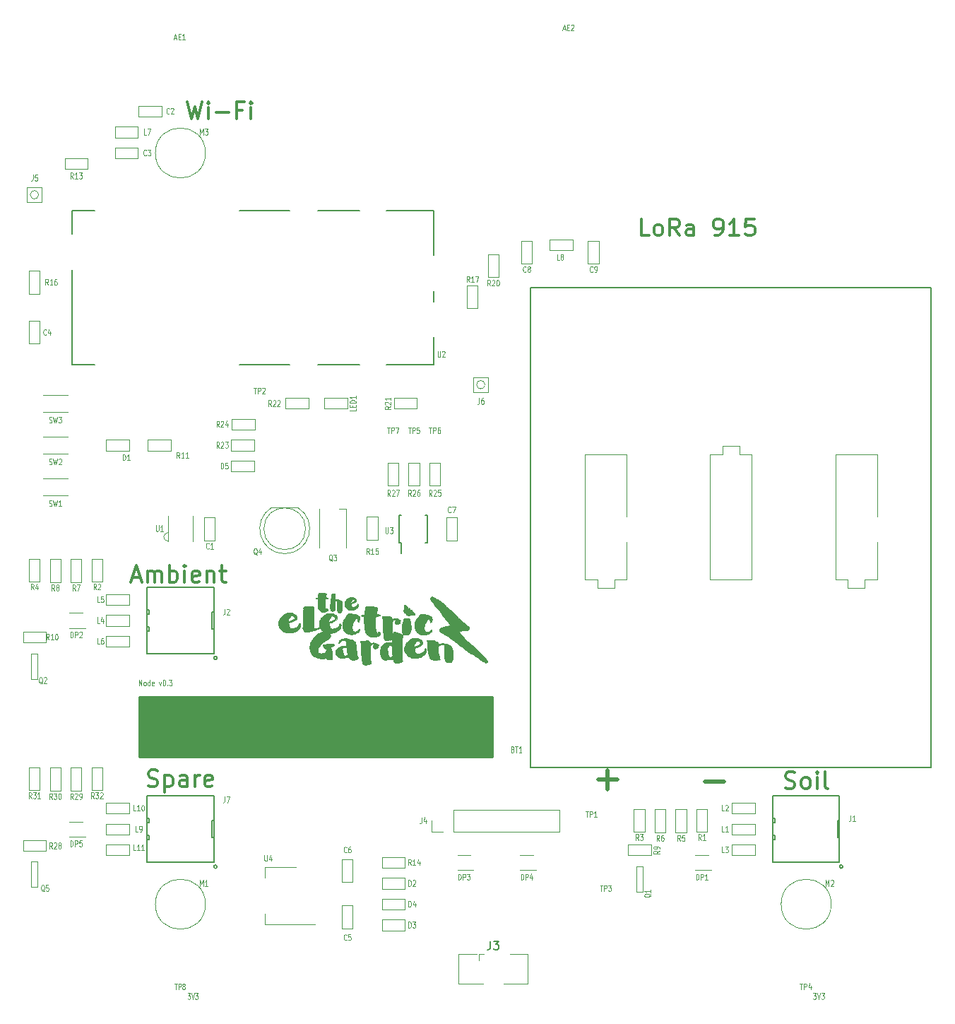
<source format=gbr>
G04 #@! TF.FileFunction,Legend,Top*
%FSLAX46Y46*%
G04 Gerber Fmt 4.6, Leading zero omitted, Abs format (unit mm)*
G04 Created by KiCad (PCBNEW 4.0.7-e2-6376~61~ubuntu18.04.1) date Tue Jul  3 09:25:50 2018*
%MOMM*%
%LPD*%
G01*
G04 APERTURE LIST*
%ADD10C,0.100000*%
%ADD11C,0.120000*%
%ADD12C,0.200000*%
%ADD13C,0.150000*%
%ADD14C,0.099060*%
%ADD15C,0.119380*%
%ADD16C,0.010000*%
%ADD17C,0.300000*%
%ADD18C,0.500000*%
%ADD19C,0.124460*%
%ADD20C,0.254000*%
G04 APERTURE END LIST*
D10*
D11*
X112535713Y-98816667D02*
X112535713Y-98116667D01*
X112849999Y-98816667D01*
X112849999Y-98116667D01*
X113190475Y-98816667D02*
X113138094Y-98783333D01*
X113111903Y-98750000D01*
X113085713Y-98683333D01*
X113085713Y-98483333D01*
X113111903Y-98416667D01*
X113138094Y-98383333D01*
X113190475Y-98350000D01*
X113269046Y-98350000D01*
X113321427Y-98383333D01*
X113347618Y-98416667D01*
X113373808Y-98483333D01*
X113373808Y-98683333D01*
X113347618Y-98750000D01*
X113321427Y-98783333D01*
X113269046Y-98816667D01*
X113190475Y-98816667D01*
X113845237Y-98816667D02*
X113845237Y-98116667D01*
X113845237Y-98783333D02*
X113792856Y-98816667D01*
X113688094Y-98816667D01*
X113635713Y-98783333D01*
X113609522Y-98750000D01*
X113583332Y-98683333D01*
X113583332Y-98483333D01*
X113609522Y-98416667D01*
X113635713Y-98383333D01*
X113688094Y-98350000D01*
X113792856Y-98350000D01*
X113845237Y-98383333D01*
X114316665Y-98783333D02*
X114264284Y-98816667D01*
X114159522Y-98816667D01*
X114107141Y-98783333D01*
X114080951Y-98716667D01*
X114080951Y-98450000D01*
X114107141Y-98383333D01*
X114159522Y-98350000D01*
X114264284Y-98350000D01*
X114316665Y-98383333D01*
X114342856Y-98450000D01*
X114342856Y-98516667D01*
X114080951Y-98583333D01*
X114945237Y-98350000D02*
X115076190Y-98816667D01*
X115207142Y-98350000D01*
X115521428Y-98116667D02*
X115573809Y-98116667D01*
X115626190Y-98150000D01*
X115652381Y-98183333D01*
X115678571Y-98250000D01*
X115704762Y-98383333D01*
X115704762Y-98550000D01*
X115678571Y-98683333D01*
X115652381Y-98750000D01*
X115626190Y-98783333D01*
X115573809Y-98816667D01*
X115521428Y-98816667D01*
X115469047Y-98783333D01*
X115442857Y-98750000D01*
X115416666Y-98683333D01*
X115390476Y-98550000D01*
X115390476Y-98383333D01*
X115416666Y-98250000D01*
X115442857Y-98183333D01*
X115469047Y-98150000D01*
X115521428Y-98116667D01*
X115940476Y-98750000D02*
X115966667Y-98783333D01*
X115940476Y-98816667D01*
X115914286Y-98783333D01*
X115940476Y-98750000D01*
X115940476Y-98816667D01*
X116150000Y-98116667D02*
X116490477Y-98116667D01*
X116307143Y-98383333D01*
X116385715Y-98383333D01*
X116438096Y-98416667D01*
X116464286Y-98450000D01*
X116490477Y-98516667D01*
X116490477Y-98683333D01*
X116464286Y-98750000D01*
X116438096Y-98783333D01*
X116385715Y-98816667D01*
X116228572Y-98816667D01*
X116176191Y-98783333D01*
X116150000Y-98750000D01*
D10*
X186000000Y-71100000D02*
X186000000Y-86100000D01*
X184500000Y-71100000D02*
X186000000Y-71100000D01*
X184500000Y-70100000D02*
X184500000Y-71100000D01*
X182500000Y-70100000D02*
X184500000Y-70100000D01*
X182500000Y-71100000D02*
X182500000Y-70100000D01*
X181000000Y-71100000D02*
X182500000Y-71100000D01*
X181000000Y-86100000D02*
X181000000Y-71100000D01*
X186000000Y-86100000D02*
X181000000Y-86100000D01*
D12*
X207500000Y-108600000D02*
X159500000Y-108600000D01*
X207500000Y-51100000D02*
X207500000Y-108600000D01*
X159500000Y-51100000D02*
X207500000Y-51100000D01*
X159500000Y-108600000D02*
X159500000Y-51100000D01*
D10*
X171000000Y-86100000D02*
X169500000Y-86100000D01*
X167500000Y-86100000D02*
X166000000Y-86100000D01*
X166000000Y-71100000D02*
X171000000Y-71100000D01*
X171000000Y-71100000D02*
X171000000Y-78600000D01*
X166000000Y-86100000D02*
X166000000Y-71100000D01*
X169500000Y-87100000D02*
X167500000Y-87100000D01*
X167500000Y-87100000D02*
X167500000Y-86100000D01*
X169500000Y-86100000D02*
X169500000Y-87100000D01*
X171000000Y-81600000D02*
X171000000Y-86100000D01*
X197500000Y-87100000D02*
X197500000Y-86100000D01*
X201000000Y-86100000D02*
X199500000Y-86100000D01*
X201000000Y-71100000D02*
X201000000Y-78600000D01*
X196000000Y-71100000D02*
X201000000Y-71100000D01*
X197500000Y-86100000D02*
X196000000Y-86100000D01*
X196000000Y-86100000D02*
X196000000Y-71100000D01*
X199500000Y-87100000D02*
X197500000Y-87100000D01*
X199500000Y-86100000D02*
X199500000Y-87100000D01*
X201000000Y-81600000D02*
X201000000Y-86100000D01*
X121650000Y-78650000D02*
X121650000Y-81400000D01*
X121650000Y-81400000D02*
X120350000Y-81400000D01*
X120350000Y-81400000D02*
X120350000Y-78650000D01*
X120350000Y-78650000D02*
X121650000Y-78650000D01*
X112500000Y-29350000D02*
X115250000Y-29350000D01*
X115250000Y-29350000D02*
X115250000Y-30650000D01*
X115250000Y-30650000D02*
X112500000Y-30650000D01*
X112500000Y-30650000D02*
X112500000Y-29350000D01*
X109650000Y-34350000D02*
X112400000Y-34350000D01*
X112400000Y-34350000D02*
X112400000Y-35650000D01*
X112400000Y-35650000D02*
X109650000Y-35650000D01*
X109650000Y-35650000D02*
X109650000Y-34350000D01*
X99350000Y-57850000D02*
X99350000Y-55100000D01*
X99350000Y-55100000D02*
X100650000Y-55100000D01*
X100650000Y-55100000D02*
X100650000Y-57850000D01*
X100650000Y-57850000D02*
X99350000Y-57850000D01*
X138150000Y-125150000D02*
X138150000Y-127900000D01*
X138150000Y-127900000D02*
X136850000Y-127900000D01*
X136850000Y-127900000D02*
X136850000Y-125150000D01*
X136850000Y-125150000D02*
X138150000Y-125150000D01*
X136850000Y-122350000D02*
X136850000Y-119600000D01*
X136850000Y-119600000D02*
X138150000Y-119600000D01*
X138150000Y-119600000D02*
X138150000Y-122350000D01*
X138150000Y-122350000D02*
X136850000Y-122350000D01*
X150650000Y-78650000D02*
X150650000Y-81400000D01*
X150650000Y-81400000D02*
X149350000Y-81400000D01*
X149350000Y-81400000D02*
X149350000Y-78650000D01*
X149350000Y-78650000D02*
X150650000Y-78650000D01*
X159650000Y-45500000D02*
X159650000Y-48250000D01*
X159650000Y-48250000D02*
X158350000Y-48250000D01*
X158350000Y-48250000D02*
X158350000Y-45500000D01*
X158350000Y-45500000D02*
X159650000Y-45500000D01*
X167650000Y-45500000D02*
X167650000Y-48250000D01*
X167650000Y-48250000D02*
X166350000Y-48250000D01*
X166350000Y-48250000D02*
X166350000Y-45500000D01*
X166350000Y-45500000D02*
X167650000Y-45500000D01*
X111350000Y-70650000D02*
X108600000Y-70650000D01*
X108600000Y-70650000D02*
X108600000Y-69350000D01*
X108600000Y-69350000D02*
X111350000Y-69350000D01*
X111350000Y-69350000D02*
X111350000Y-70650000D01*
X141650000Y-121850000D02*
X144400000Y-121850000D01*
X144400000Y-121850000D02*
X144400000Y-123150000D01*
X144400000Y-123150000D02*
X141650000Y-123150000D01*
X141650000Y-123150000D02*
X141650000Y-121850000D01*
X141650000Y-126850000D02*
X144400000Y-126850000D01*
X144400000Y-126850000D02*
X144400000Y-128150000D01*
X144400000Y-128150000D02*
X141650000Y-128150000D01*
X141650000Y-128150000D02*
X141650000Y-126850000D01*
X141650000Y-124350000D02*
X144400000Y-124350000D01*
X144400000Y-124350000D02*
X144400000Y-125650000D01*
X144400000Y-125650000D02*
X141650000Y-125650000D01*
X141650000Y-125650000D02*
X141650000Y-124350000D01*
X126350000Y-73150000D02*
X123600000Y-73150000D01*
X123600000Y-73150000D02*
X123600000Y-71850000D01*
X123600000Y-71850000D02*
X126350000Y-71850000D01*
X126350000Y-71850000D02*
X126350000Y-73150000D01*
D11*
X179200000Y-120900000D02*
X181100000Y-120900000D01*
X180800000Y-119100000D02*
X179200000Y-119100000D01*
X104200000Y-91900000D02*
X106100000Y-91900000D01*
X105800000Y-90100000D02*
X104200000Y-90100000D01*
X150700000Y-120900000D02*
X152600000Y-120900000D01*
X152300000Y-119100000D02*
X150700000Y-119100000D01*
X158200000Y-120900000D02*
X160100000Y-120900000D01*
X159800000Y-119100000D02*
X158200000Y-119100000D01*
X104200000Y-116900000D02*
X106100000Y-116900000D01*
X105800000Y-115100000D02*
X104200000Y-115100000D01*
D13*
X196900000Y-120500000D02*
G75*
G03X196900000Y-120500000I-200000J0D01*
G01*
X196500000Y-117000000D02*
X196250000Y-117000000D01*
X196250000Y-117000000D02*
X196250000Y-115000000D01*
X196250000Y-115000000D02*
X196500000Y-115000000D01*
X196500000Y-115000000D02*
X196500000Y-117000000D01*
X188500000Y-115250000D02*
X188750000Y-115250000D01*
X188750000Y-115250000D02*
X188750000Y-114750000D01*
X188750000Y-114750000D02*
X188500000Y-114750000D01*
X188500000Y-114750000D02*
X188500000Y-115250000D01*
X188500000Y-117250000D02*
X188750000Y-117250000D01*
X188750000Y-117250000D02*
X188750000Y-116750000D01*
X188750000Y-116750000D02*
X188500000Y-116750000D01*
X188500000Y-116750000D02*
X188500000Y-117250000D01*
X188500000Y-120000000D02*
X188500000Y-112000000D01*
X188500000Y-112000000D02*
X196500000Y-112000000D01*
X196500000Y-112000000D02*
X196500000Y-120000000D01*
X196500000Y-120000000D02*
X188500000Y-120000000D01*
X121900000Y-95500000D02*
G75*
G03X121900000Y-95500000I-200000J0D01*
G01*
X121500000Y-92000000D02*
X121250000Y-92000000D01*
X121250000Y-92000000D02*
X121250000Y-90000000D01*
X121250000Y-90000000D02*
X121500000Y-90000000D01*
X121500000Y-90000000D02*
X121500000Y-92000000D01*
X113500000Y-90250000D02*
X113750000Y-90250000D01*
X113750000Y-90250000D02*
X113750000Y-89750000D01*
X113750000Y-89750000D02*
X113500000Y-89750000D01*
X113500000Y-89750000D02*
X113500000Y-90250000D01*
X113500000Y-92250000D02*
X113750000Y-92250000D01*
X113750000Y-92250000D02*
X113750000Y-91750000D01*
X113750000Y-91750000D02*
X113500000Y-91750000D01*
X113500000Y-91750000D02*
X113500000Y-92250000D01*
X113500000Y-95000000D02*
X113500000Y-87000000D01*
X113500000Y-87000000D02*
X121500000Y-87000000D01*
X121500000Y-87000000D02*
X121500000Y-95000000D01*
X121500000Y-95000000D02*
X113500000Y-95000000D01*
D11*
X150190000Y-116330000D02*
X162950000Y-116330000D01*
X162950000Y-116330000D02*
X162950000Y-113670000D01*
X162950000Y-113670000D02*
X150190000Y-113670000D01*
X150190000Y-113670000D02*
X150190000Y-116330000D01*
X148920000Y-116330000D02*
X147590000Y-116330000D01*
X147590000Y-116330000D02*
X147590000Y-115000000D01*
D10*
X99100000Y-39100000D02*
X100900000Y-39100000D01*
X100900000Y-39100000D02*
X100900000Y-40900000D01*
X100900000Y-40900000D02*
X99100000Y-40900000D01*
X99100000Y-40900000D02*
X99100000Y-39100000D01*
X100500000Y-40000000D02*
G75*
G03X100500000Y-40000000I-500000J0D01*
G01*
X154400000Y-63650000D02*
X152600000Y-63650000D01*
X152600000Y-63650000D02*
X152600000Y-61850000D01*
X152600000Y-61850000D02*
X154400000Y-61850000D01*
X154400000Y-61850000D02*
X154400000Y-63650000D01*
X154000000Y-62750000D02*
G75*
G03X154000000Y-62750000I-500000J0D01*
G01*
D13*
X121900000Y-120500000D02*
G75*
G03X121900000Y-120500000I-200000J0D01*
G01*
X121500000Y-117000000D02*
X121250000Y-117000000D01*
X121250000Y-117000000D02*
X121250000Y-115000000D01*
X121250000Y-115000000D02*
X121500000Y-115000000D01*
X121500000Y-115000000D02*
X121500000Y-117000000D01*
X113500000Y-115250000D02*
X113750000Y-115250000D01*
X113750000Y-115250000D02*
X113750000Y-114750000D01*
X113750000Y-114750000D02*
X113500000Y-114750000D01*
X113500000Y-114750000D02*
X113500000Y-115250000D01*
X113500000Y-117250000D02*
X113750000Y-117250000D01*
X113750000Y-117250000D02*
X113750000Y-116750000D01*
X113750000Y-116750000D02*
X113500000Y-116750000D01*
X113500000Y-116750000D02*
X113500000Y-117250000D01*
X113500000Y-120000000D02*
X113500000Y-112000000D01*
X113500000Y-112000000D02*
X121500000Y-112000000D01*
X121500000Y-112000000D02*
X121500000Y-120000000D01*
X121500000Y-120000000D02*
X113500000Y-120000000D01*
D10*
X186350000Y-116650000D02*
X183600000Y-116650000D01*
X183600000Y-116650000D02*
X183600000Y-115350000D01*
X183600000Y-115350000D02*
X186350000Y-115350000D01*
X186350000Y-115350000D02*
X186350000Y-116650000D01*
X186350000Y-114150000D02*
X183600000Y-114150000D01*
X183600000Y-114150000D02*
X183600000Y-112850000D01*
X183600000Y-112850000D02*
X186350000Y-112850000D01*
X186350000Y-112850000D02*
X186350000Y-114150000D01*
X186350000Y-119150000D02*
X183600000Y-119150000D01*
X183600000Y-119150000D02*
X183600000Y-117850000D01*
X183600000Y-117850000D02*
X186350000Y-117850000D01*
X186350000Y-117850000D02*
X186350000Y-119150000D01*
X111350000Y-91650000D02*
X108600000Y-91650000D01*
X108600000Y-91650000D02*
X108600000Y-90350000D01*
X108600000Y-90350000D02*
X111350000Y-90350000D01*
X111350000Y-90350000D02*
X111350000Y-91650000D01*
X111350000Y-89150000D02*
X108600000Y-89150000D01*
X108600000Y-89150000D02*
X108600000Y-87850000D01*
X108600000Y-87850000D02*
X111350000Y-87850000D01*
X111350000Y-87850000D02*
X111350000Y-89150000D01*
X111350000Y-94150000D02*
X108600000Y-94150000D01*
X108600000Y-94150000D02*
X108600000Y-92850000D01*
X108600000Y-92850000D02*
X111350000Y-92850000D01*
X111350000Y-92850000D02*
X111350000Y-94150000D01*
X109650000Y-31850000D02*
X112400000Y-31850000D01*
X112400000Y-31850000D02*
X112400000Y-33150000D01*
X112400000Y-33150000D02*
X109650000Y-33150000D01*
X109650000Y-33150000D02*
X109650000Y-31850000D01*
X161750000Y-45350000D02*
X164500000Y-45350000D01*
X164500000Y-45350000D02*
X164500000Y-46650000D01*
X164500000Y-46650000D02*
X161750000Y-46650000D01*
X161750000Y-46650000D02*
X161750000Y-45350000D01*
X111350000Y-116650000D02*
X108600000Y-116650000D01*
X108600000Y-116650000D02*
X108600000Y-115350000D01*
X108600000Y-115350000D02*
X111350000Y-115350000D01*
X111350000Y-115350000D02*
X111350000Y-116650000D01*
X111350000Y-114150000D02*
X108600000Y-114150000D01*
X108600000Y-114150000D02*
X108600000Y-112850000D01*
X108600000Y-112850000D02*
X111350000Y-112850000D01*
X111350000Y-112850000D02*
X111350000Y-114150000D01*
X111350000Y-119150000D02*
X108600000Y-119150000D01*
X108600000Y-119150000D02*
X108600000Y-117850000D01*
X108600000Y-117850000D02*
X111350000Y-117850000D01*
X111350000Y-117850000D02*
X111350000Y-119150000D01*
X134750000Y-64350000D02*
X137500000Y-64350000D01*
X137500000Y-64350000D02*
X137500000Y-65650000D01*
X137500000Y-65650000D02*
X134750000Y-65650000D01*
X134750000Y-65650000D02*
X134750000Y-64350000D01*
D14*
X120499740Y-125000000D02*
G75*
G03X120499740Y-125000000I-2999740J0D01*
G01*
X195499740Y-125000000D02*
G75*
G03X195499740Y-125000000I-2999740J0D01*
G01*
X120499740Y-35000000D02*
G75*
G03X120499740Y-35000000I-2999740J0D01*
G01*
D15*
X172119000Y-123524000D02*
X172119000Y-120476000D01*
X172119000Y-120476000D02*
X172881000Y-120476000D01*
X172881000Y-120476000D02*
X172881000Y-123524000D01*
X172881000Y-123524000D02*
X172119000Y-123524000D01*
X99619000Y-98024000D02*
X99619000Y-94976000D01*
X99619000Y-94976000D02*
X100381000Y-94976000D01*
X100381000Y-94976000D02*
X100381000Y-98024000D01*
X100381000Y-98024000D02*
X99619000Y-98024000D01*
D11*
X129999538Y-83010000D02*
G75*
G03X131544830Y-77460000I462J2990000D01*
G01*
X130000462Y-83010000D02*
G75*
G02X128455170Y-77460000I-462J2990000D01*
G01*
X132500000Y-80020000D02*
G75*
G03X132500000Y-80020000I-2500000J0D01*
G01*
X131545000Y-77460000D02*
X128455000Y-77460000D01*
D15*
X99619000Y-122913000D02*
X99619000Y-119865000D01*
X99619000Y-119865000D02*
X100381000Y-119865000D01*
X100381000Y-119865000D02*
X100381000Y-122913000D01*
X100381000Y-122913000D02*
X99619000Y-122913000D01*
D10*
X179350000Y-116350000D02*
X179350000Y-113600000D01*
X179350000Y-113600000D02*
X180650000Y-113600000D01*
X180650000Y-113600000D02*
X180650000Y-116350000D01*
X180650000Y-116350000D02*
X179350000Y-116350000D01*
X106850000Y-86350000D02*
X106850000Y-83600000D01*
X106850000Y-83600000D02*
X108150000Y-83600000D01*
X108150000Y-83600000D02*
X108150000Y-86350000D01*
X108150000Y-86350000D02*
X106850000Y-86350000D01*
X171850000Y-116350000D02*
X171850000Y-113600000D01*
X171850000Y-113600000D02*
X173150000Y-113600000D01*
X173150000Y-113600000D02*
X173150000Y-116350000D01*
X173150000Y-116350000D02*
X171850000Y-116350000D01*
X99350000Y-86350000D02*
X99350000Y-83600000D01*
X99350000Y-83600000D02*
X100650000Y-83600000D01*
X100650000Y-83600000D02*
X100650000Y-86350000D01*
X100650000Y-86350000D02*
X99350000Y-86350000D01*
X178150000Y-113650000D02*
X178150000Y-116400000D01*
X178150000Y-116400000D02*
X176850000Y-116400000D01*
X176850000Y-116400000D02*
X176850000Y-113650000D01*
X176850000Y-113650000D02*
X178150000Y-113650000D01*
X175650000Y-113650000D02*
X175650000Y-116400000D01*
X175650000Y-116400000D02*
X174350000Y-116400000D01*
X174350000Y-116400000D02*
X174350000Y-113650000D01*
X174350000Y-113650000D02*
X175650000Y-113650000D01*
X105650000Y-83650000D02*
X105650000Y-86400000D01*
X105650000Y-86400000D02*
X104350000Y-86400000D01*
X104350000Y-86400000D02*
X104350000Y-83650000D01*
X104350000Y-83650000D02*
X105650000Y-83650000D01*
X103150000Y-83650000D02*
X103150000Y-86400000D01*
X103150000Y-86400000D02*
X101850000Y-86400000D01*
X101850000Y-86400000D02*
X101850000Y-83650000D01*
X101850000Y-83650000D02*
X103150000Y-83650000D01*
X171150000Y-117850000D02*
X173900000Y-117850000D01*
X173900000Y-117850000D02*
X173900000Y-119150000D01*
X173900000Y-119150000D02*
X171150000Y-119150000D01*
X171150000Y-119150000D02*
X171150000Y-117850000D01*
X98650000Y-92350000D02*
X101400000Y-92350000D01*
X101400000Y-92350000D02*
X101400000Y-93650000D01*
X101400000Y-93650000D02*
X98650000Y-93650000D01*
X98650000Y-93650000D02*
X98650000Y-92350000D01*
X116350000Y-70650000D02*
X113600000Y-70650000D01*
X113600000Y-70650000D02*
X113600000Y-69350000D01*
X113600000Y-69350000D02*
X116350000Y-69350000D01*
X116350000Y-69350000D02*
X116350000Y-70650000D01*
X103650000Y-35600000D02*
X106400000Y-35600000D01*
X106400000Y-35600000D02*
X106400000Y-36900000D01*
X106400000Y-36900000D02*
X103650000Y-36900000D01*
X103650000Y-36900000D02*
X103650000Y-35600000D01*
X141650000Y-119350000D02*
X144400000Y-119350000D01*
X144400000Y-119350000D02*
X144400000Y-120650000D01*
X144400000Y-120650000D02*
X141650000Y-120650000D01*
X141650000Y-120650000D02*
X141650000Y-119350000D01*
X139850000Y-81350000D02*
X139850000Y-78600000D01*
X139850000Y-78600000D02*
X141150000Y-78600000D01*
X141150000Y-78600000D02*
X141150000Y-81350000D01*
X141150000Y-81350000D02*
X139850000Y-81350000D01*
X99350000Y-51850000D02*
X99350000Y-49100000D01*
X99350000Y-49100000D02*
X100650000Y-49100000D01*
X100650000Y-49100000D02*
X100650000Y-51850000D01*
X100650000Y-51850000D02*
X99350000Y-51850000D01*
X151850000Y-53600000D02*
X151850000Y-50850000D01*
X151850000Y-50850000D02*
X153150000Y-50850000D01*
X153150000Y-50850000D02*
X153150000Y-53600000D01*
X153150000Y-53600000D02*
X151850000Y-53600000D01*
X155650000Y-47150000D02*
X155650000Y-49900000D01*
X155650000Y-49900000D02*
X154350000Y-49900000D01*
X154350000Y-49900000D02*
X154350000Y-47150000D01*
X154350000Y-47150000D02*
X155650000Y-47150000D01*
X145850000Y-65650000D02*
X143100000Y-65650000D01*
X143100000Y-65650000D02*
X143100000Y-64350000D01*
X143100000Y-64350000D02*
X145850000Y-64350000D01*
X145850000Y-64350000D02*
X145850000Y-65650000D01*
X132850000Y-65650000D02*
X130100000Y-65650000D01*
X130100000Y-65650000D02*
X130100000Y-64350000D01*
X130100000Y-64350000D02*
X132850000Y-64350000D01*
X132850000Y-64350000D02*
X132850000Y-65650000D01*
X126350000Y-70650000D02*
X123600000Y-70650000D01*
X123600000Y-70650000D02*
X123600000Y-69350000D01*
X123600000Y-69350000D02*
X126350000Y-69350000D01*
X126350000Y-69350000D02*
X126350000Y-70650000D01*
X123650000Y-66850000D02*
X126400000Y-66850000D01*
X126400000Y-66850000D02*
X126400000Y-68150000D01*
X126400000Y-68150000D02*
X123650000Y-68150000D01*
X123650000Y-68150000D02*
X123650000Y-66850000D01*
X147350000Y-74850000D02*
X147350000Y-72100000D01*
X147350000Y-72100000D02*
X148650000Y-72100000D01*
X148650000Y-72100000D02*
X148650000Y-74850000D01*
X148650000Y-74850000D02*
X147350000Y-74850000D01*
X144850000Y-74850000D02*
X144850000Y-72100000D01*
X144850000Y-72100000D02*
X146150000Y-72100000D01*
X146150000Y-72100000D02*
X146150000Y-74850000D01*
X146150000Y-74850000D02*
X144850000Y-74850000D01*
X142350000Y-74850000D02*
X142350000Y-72100000D01*
X142350000Y-72100000D02*
X143650000Y-72100000D01*
X143650000Y-72100000D02*
X143650000Y-74850000D01*
X143650000Y-74850000D02*
X142350000Y-74850000D01*
X98650000Y-117350000D02*
X101400000Y-117350000D01*
X101400000Y-117350000D02*
X101400000Y-118650000D01*
X101400000Y-118650000D02*
X98650000Y-118650000D01*
X98650000Y-118650000D02*
X98650000Y-117350000D01*
X105650000Y-108650000D02*
X105650000Y-111400000D01*
X105650000Y-111400000D02*
X104350000Y-111400000D01*
X104350000Y-111400000D02*
X104350000Y-108650000D01*
X104350000Y-108650000D02*
X105650000Y-108650000D01*
X103150000Y-108650000D02*
X103150000Y-111400000D01*
X103150000Y-111400000D02*
X101850000Y-111400000D01*
X101850000Y-111400000D02*
X101850000Y-108650000D01*
X101850000Y-108650000D02*
X103150000Y-108650000D01*
X99350000Y-111350000D02*
X99350000Y-108600000D01*
X99350000Y-108600000D02*
X100650000Y-108600000D01*
X100650000Y-108600000D02*
X100650000Y-111350000D01*
X100650000Y-111350000D02*
X99350000Y-111350000D01*
X106850000Y-111350000D02*
X106850000Y-108600000D01*
X106850000Y-108600000D02*
X108150000Y-108600000D01*
X108150000Y-108600000D02*
X108150000Y-111350000D01*
X108150000Y-111350000D02*
X106850000Y-111350000D01*
X101000000Y-76000000D02*
X104000000Y-76000000D01*
X101000000Y-74000000D02*
X104000000Y-74000000D01*
X101000000Y-71000000D02*
X104000000Y-71000000D01*
X101000000Y-69000000D02*
X104000000Y-69000000D01*
X101000000Y-66000000D02*
X104000000Y-66000000D01*
X101000000Y-64000000D02*
X104000000Y-64000000D01*
X115500000Y-81000000D02*
G75*
G03X116000000Y-81500000I500000J0D01*
G01*
X116000000Y-80500000D02*
G75*
G03X115500000Y-81000000I0J-500000D01*
G01*
X119000000Y-80000000D02*
X119000000Y-78500000D01*
X116000000Y-78500000D02*
X116000000Y-81500000D01*
X119000000Y-81500000D02*
X119000000Y-80000000D01*
D13*
X107200000Y-60325000D02*
X104500000Y-60325000D01*
X104500000Y-60325000D02*
X104500000Y-49025000D01*
X130600000Y-60325000D02*
X124600000Y-60325000D01*
X107200000Y-41925000D02*
X104500000Y-41925000D01*
X104500000Y-41925000D02*
X104500000Y-44725000D01*
X130600000Y-41925000D02*
X124600000Y-41925000D01*
X139000000Y-41925000D02*
X134000000Y-41925000D01*
X139000000Y-60325000D02*
X134000000Y-60325000D01*
X147900000Y-57025000D02*
X147900000Y-60325000D01*
X147900000Y-60325000D02*
X142200000Y-60325000D01*
X147900000Y-51525000D02*
X147900000Y-52825000D01*
X147900000Y-47225000D02*
X147900000Y-41925000D01*
X147900000Y-41925000D02*
X142200000Y-41925000D01*
X143753362Y-81733194D02*
X143928362Y-81733194D01*
X143753362Y-78383194D02*
X144003362Y-78383194D01*
X147103362Y-78383194D02*
X146853362Y-78383194D01*
X147103362Y-81733194D02*
X146853362Y-81733194D01*
X143753362Y-81733194D02*
X143753362Y-78383194D01*
X147103362Y-81733194D02*
X147103362Y-78383194D01*
X143928362Y-81733194D02*
X143928362Y-82983194D01*
D11*
X127590000Y-120590000D02*
X127590000Y-121850000D01*
X127590000Y-127410000D02*
X127590000Y-126150000D01*
X131350000Y-120590000D02*
X127590000Y-120590000D01*
X133600000Y-127410000D02*
X127590000Y-127410000D01*
X134150000Y-82250000D02*
X134150000Y-77600000D01*
X137350000Y-82250000D02*
X137350000Y-77600000D01*
X137350000Y-77600000D02*
X136550000Y-77600000D01*
D16*
G36*
X140033477Y-93473238D02*
X140117520Y-93511272D01*
X140168745Y-93546324D01*
X140195032Y-93587057D01*
X140204263Y-93642131D01*
X140204869Y-93661583D01*
X140211143Y-93714510D01*
X140232657Y-93741389D01*
X140276349Y-93744476D01*
X140349155Y-93726029D01*
X140375926Y-93717237D01*
X140497938Y-93684784D01*
X140614649Y-93674869D01*
X140740812Y-93687380D01*
X140858748Y-93713534D01*
X141008194Y-93759847D01*
X141120287Y-93811031D01*
X141193867Y-93866139D01*
X141227778Y-93924221D01*
X141220859Y-93984326D01*
X141210981Y-94002105D01*
X141188751Y-94057178D01*
X141177987Y-94125158D01*
X141177827Y-94131797D01*
X141158476Y-94223316D01*
X141103596Y-94293646D01*
X141015388Y-94340796D01*
X140925526Y-94360123D01*
X140865675Y-94367217D01*
X140821093Y-94372762D01*
X140818667Y-94373083D01*
X140754223Y-94374089D01*
X140717914Y-94358215D01*
X140712773Y-94344208D01*
X140696607Y-94315675D01*
X140657109Y-94280645D01*
X140650534Y-94276092D01*
X140601901Y-94233654D01*
X140575399Y-94180052D01*
X140565508Y-94102166D01*
X140564956Y-94072731D01*
X140578500Y-94008451D01*
X140612970Y-93950521D01*
X140658404Y-93912550D01*
X140687739Y-93905000D01*
X140711423Y-93894249D01*
X140703484Y-93867654D01*
X140666944Y-93833702D01*
X140660903Y-93829616D01*
X140627236Y-93811175D01*
X140593423Y-93806309D01*
X140544678Y-93814980D01*
X140493401Y-93829187D01*
X140390583Y-93872157D01*
X140325491Y-93924987D01*
X140297273Y-93962650D01*
X140274571Y-94004719D01*
X140256933Y-94055794D01*
X140243906Y-94120475D01*
X140235037Y-94203359D01*
X140229872Y-94309048D01*
X140227960Y-94442139D01*
X140228847Y-94607233D01*
X140232081Y-94808929D01*
X140233146Y-94862832D01*
X140236754Y-95025274D01*
X140240661Y-95174076D01*
X140244680Y-95303964D01*
X140248627Y-95409661D01*
X140252313Y-95485895D01*
X140255555Y-95527389D01*
X140256788Y-95533277D01*
X140262803Y-95560900D01*
X140269743Y-95619767D01*
X140276387Y-95698842D01*
X140278318Y-95727667D01*
X140289806Y-95879942D01*
X140302675Y-95991262D01*
X140317135Y-96062989D01*
X140333396Y-96096485D01*
X140335304Y-96097895D01*
X140345530Y-96119481D01*
X140324638Y-96143426D01*
X140282762Y-96162582D01*
X140233327Y-96169833D01*
X140174457Y-96179428D01*
X140148746Y-96202214D01*
X140121230Y-96224775D01*
X140099000Y-96222750D01*
X140061251Y-96227132D01*
X140049254Y-96243286D01*
X140019917Y-96271457D01*
X139973732Y-96269823D01*
X139927959Y-96242371D01*
X139899027Y-96221074D01*
X139884239Y-96233006D01*
X139877982Y-96250617D01*
X139848326Y-96288540D01*
X139817857Y-96303371D01*
X139759084Y-96317373D01*
X139728584Y-96324616D01*
X139685550Y-96326792D01*
X139617467Y-96322137D01*
X139556467Y-96314227D01*
X139443845Y-96284100D01*
X139364995Y-96231895D01*
X139315117Y-96152980D01*
X139291479Y-96058453D01*
X139281784Y-95993238D01*
X139267393Y-95899143D01*
X139250298Y-95789092D01*
X139233601Y-95683000D01*
X139207730Y-95498036D01*
X139185229Y-95289486D01*
X139165806Y-95053406D01*
X139149166Y-94785850D01*
X139135018Y-94482876D01*
X139125965Y-94233083D01*
X139120527Y-94080116D01*
X139114487Y-93934533D01*
X139108222Y-93803823D01*
X139102110Y-93695479D01*
X139096529Y-93616989D01*
X139093302Y-93585052D01*
X139087891Y-93518442D01*
X139090052Y-93470464D01*
X139096373Y-93454733D01*
X139122549Y-93450264D01*
X139183967Y-93444834D01*
X139273557Y-93438915D01*
X139384252Y-93432975D01*
X139500246Y-93427835D01*
X139885586Y-93412391D01*
X140033477Y-93473238D01*
X140033477Y-93473238D01*
G37*
X140033477Y-93473238D02*
X140117520Y-93511272D01*
X140168745Y-93546324D01*
X140195032Y-93587057D01*
X140204263Y-93642131D01*
X140204869Y-93661583D01*
X140211143Y-93714510D01*
X140232657Y-93741389D01*
X140276349Y-93744476D01*
X140349155Y-93726029D01*
X140375926Y-93717237D01*
X140497938Y-93684784D01*
X140614649Y-93674869D01*
X140740812Y-93687380D01*
X140858748Y-93713534D01*
X141008194Y-93759847D01*
X141120287Y-93811031D01*
X141193867Y-93866139D01*
X141227778Y-93924221D01*
X141220859Y-93984326D01*
X141210981Y-94002105D01*
X141188751Y-94057178D01*
X141177987Y-94125158D01*
X141177827Y-94131797D01*
X141158476Y-94223316D01*
X141103596Y-94293646D01*
X141015388Y-94340796D01*
X140925526Y-94360123D01*
X140865675Y-94367217D01*
X140821093Y-94372762D01*
X140818667Y-94373083D01*
X140754223Y-94374089D01*
X140717914Y-94358215D01*
X140712773Y-94344208D01*
X140696607Y-94315675D01*
X140657109Y-94280645D01*
X140650534Y-94276092D01*
X140601901Y-94233654D01*
X140575399Y-94180052D01*
X140565508Y-94102166D01*
X140564956Y-94072731D01*
X140578500Y-94008451D01*
X140612970Y-93950521D01*
X140658404Y-93912550D01*
X140687739Y-93905000D01*
X140711423Y-93894249D01*
X140703484Y-93867654D01*
X140666944Y-93833702D01*
X140660903Y-93829616D01*
X140627236Y-93811175D01*
X140593423Y-93806309D01*
X140544678Y-93814980D01*
X140493401Y-93829187D01*
X140390583Y-93872157D01*
X140325491Y-93924987D01*
X140297273Y-93962650D01*
X140274571Y-94004719D01*
X140256933Y-94055794D01*
X140243906Y-94120475D01*
X140235037Y-94203359D01*
X140229872Y-94309048D01*
X140227960Y-94442139D01*
X140228847Y-94607233D01*
X140232081Y-94808929D01*
X140233146Y-94862832D01*
X140236754Y-95025274D01*
X140240661Y-95174076D01*
X140244680Y-95303964D01*
X140248627Y-95409661D01*
X140252313Y-95485895D01*
X140255555Y-95527389D01*
X140256788Y-95533277D01*
X140262803Y-95560900D01*
X140269743Y-95619767D01*
X140276387Y-95698842D01*
X140278318Y-95727667D01*
X140289806Y-95879942D01*
X140302675Y-95991262D01*
X140317135Y-96062989D01*
X140333396Y-96096485D01*
X140335304Y-96097895D01*
X140345530Y-96119481D01*
X140324638Y-96143426D01*
X140282762Y-96162582D01*
X140233327Y-96169833D01*
X140174457Y-96179428D01*
X140148746Y-96202214D01*
X140121230Y-96224775D01*
X140099000Y-96222750D01*
X140061251Y-96227132D01*
X140049254Y-96243286D01*
X140019917Y-96271457D01*
X139973732Y-96269823D01*
X139927959Y-96242371D01*
X139899027Y-96221074D01*
X139884239Y-96233006D01*
X139877982Y-96250617D01*
X139848326Y-96288540D01*
X139817857Y-96303371D01*
X139759084Y-96317373D01*
X139728584Y-96324616D01*
X139685550Y-96326792D01*
X139617467Y-96322137D01*
X139556467Y-96314227D01*
X139443845Y-96284100D01*
X139364995Y-96231895D01*
X139315117Y-96152980D01*
X139291479Y-96058453D01*
X139281784Y-95993238D01*
X139267393Y-95899143D01*
X139250298Y-95789092D01*
X139233601Y-95683000D01*
X139207730Y-95498036D01*
X139185229Y-95289486D01*
X139165806Y-95053406D01*
X139149166Y-94785850D01*
X139135018Y-94482876D01*
X139125965Y-94233083D01*
X139120527Y-94080116D01*
X139114487Y-93934533D01*
X139108222Y-93803823D01*
X139102110Y-93695479D01*
X139096529Y-93616989D01*
X139093302Y-93585052D01*
X139087891Y-93518442D01*
X139090052Y-93470464D01*
X139096373Y-93454733D01*
X139122549Y-93450264D01*
X139183967Y-93444834D01*
X139273557Y-93438915D01*
X139384252Y-93432975D01*
X139500246Y-93427835D01*
X139885586Y-93412391D01*
X140033477Y-93473238D01*
G36*
X142656701Y-90551645D02*
X142732323Y-90583880D01*
X142777576Y-90608851D01*
X142801500Y-90634755D01*
X142813135Y-90669789D01*
X142817855Y-90697783D01*
X142830992Y-90769104D01*
X142849706Y-90808067D01*
X142883428Y-90819690D01*
X142941589Y-90808993D01*
X142996179Y-90792694D01*
X143102889Y-90764812D01*
X143199469Y-90753813D01*
X143300483Y-90759767D01*
X143420491Y-90782745D01*
X143470326Y-90794987D01*
X143622374Y-90841715D01*
X143734806Y-90893890D01*
X143807019Y-90950982D01*
X143838415Y-91012463D01*
X143828391Y-91077801D01*
X143816084Y-91099826D01*
X143792698Y-91156808D01*
X143781474Y-91225792D01*
X143781327Y-91231963D01*
X143769896Y-91308157D01*
X143740627Y-91362667D01*
X143698939Y-91385926D01*
X143693942Y-91386167D01*
X143652417Y-91399238D01*
X143643129Y-91406504D01*
X143607753Y-91423912D01*
X143536327Y-91439702D01*
X143443334Y-91452598D01*
X143376785Y-91454509D01*
X143333104Y-91444110D01*
X143321582Y-91423647D01*
X143321724Y-91423208D01*
X143311666Y-91395457D01*
X143275243Y-91362996D01*
X143270043Y-91359698D01*
X143220285Y-91316175D01*
X143187932Y-91266063D01*
X143176953Y-91197589D01*
X143187543Y-91123150D01*
X143214880Y-91054809D01*
X143254140Y-91004626D01*
X143300459Y-90984665D01*
X143332822Y-90975784D01*
X143326125Y-90951306D01*
X143282214Y-90912934D01*
X143244186Y-90889932D01*
X143206767Y-90884446D01*
X143152239Y-90895052D01*
X143131194Y-90900795D01*
X143012362Y-90953984D01*
X142921961Y-91038255D01*
X142861769Y-91151925D01*
X142859601Y-91158300D01*
X142849308Y-91193254D01*
X142841408Y-91232094D01*
X142835747Y-91280027D01*
X142832170Y-91342260D01*
X142830524Y-91423997D01*
X142830653Y-91530445D01*
X142832404Y-91666811D01*
X142835622Y-91838301D01*
X142837204Y-91914021D01*
X142841327Y-92082539D01*
X142846282Y-92243601D01*
X142851788Y-92390596D01*
X142857565Y-92516919D01*
X142863332Y-92615960D01*
X142868809Y-92681112D01*
X142870238Y-92692280D01*
X142878771Y-92769101D01*
X142881211Y-92834186D01*
X142878209Y-92866905D01*
X142877408Y-92901114D01*
X142887798Y-92910167D01*
X142899085Y-92890682D01*
X142910882Y-92838805D01*
X142921143Y-92764396D01*
X142923860Y-92736377D01*
X142940689Y-92618713D01*
X142967807Y-92516106D01*
X143002141Y-92437529D01*
X143040618Y-92391955D01*
X143042148Y-92390977D01*
X143069237Y-92386723D01*
X143125342Y-92390959D01*
X143213269Y-92404125D01*
X143335822Y-92426657D01*
X143495806Y-92458995D01*
X143549167Y-92470178D01*
X143667327Y-92499440D01*
X143788422Y-92536869D01*
X143902233Y-92578609D01*
X143998545Y-92620804D01*
X144067139Y-92659598D01*
X144082501Y-92671476D01*
X144104471Y-92714199D01*
X144116105Y-92788008D01*
X144117495Y-92882959D01*
X144108735Y-92989111D01*
X144089919Y-93096520D01*
X144078086Y-93143000D01*
X144044911Y-93289074D01*
X144022751Y-93457295D01*
X144011374Y-93652164D01*
X144010547Y-93878185D01*
X144020037Y-94139859D01*
X144023410Y-94201333D01*
X144032593Y-94376338D01*
X144037607Y-94514262D01*
X144038479Y-94620147D01*
X144035238Y-94699035D01*
X144027914Y-94755970D01*
X144026613Y-94762250D01*
X144018263Y-94832517D01*
X144015150Y-94934794D01*
X144016686Y-95059860D01*
X144022279Y-95198496D01*
X144031338Y-95341484D01*
X144043273Y-95479605D01*
X144057493Y-95603640D01*
X144073408Y-95704369D01*
X144090426Y-95772573D01*
X144091534Y-95775600D01*
X144109304Y-95826905D01*
X144116830Y-95857274D01*
X144116261Y-95860486D01*
X144097496Y-95873930D01*
X144055900Y-95905398D01*
X144020717Y-95932449D01*
X143936144Y-95981825D01*
X143823795Y-96024991D01*
X143694743Y-96059905D01*
X143560056Y-96084519D01*
X143430807Y-96096791D01*
X143318065Y-96094674D01*
X143236090Y-96077381D01*
X143162072Y-96037366D01*
X143104001Y-95976481D01*
X143056334Y-95887190D01*
X143019921Y-95783542D01*
X142991197Y-95695582D01*
X142964913Y-95643570D01*
X142933064Y-95622428D01*
X142887645Y-95627079D01*
X142820652Y-95652445D01*
X142816210Y-95654328D01*
X142770973Y-95668619D01*
X142706912Y-95679731D01*
X142617988Y-95688263D01*
X142498163Y-95694812D01*
X142360300Y-95699467D01*
X141986350Y-95709776D01*
X141850148Y-95633608D01*
X141715408Y-95539875D01*
X141608299Y-95422431D01*
X141523239Y-95274554D01*
X141493763Y-95204401D01*
X141444510Y-95020566D01*
X141429336Y-94817582D01*
X141447958Y-94601031D01*
X141500097Y-94376492D01*
X141508097Y-94353102D01*
X142284190Y-94353102D01*
X142285170Y-94403194D01*
X142295753Y-94460630D01*
X142312594Y-94551776D01*
X142327759Y-94651518D01*
X142332360Y-94688167D01*
X142347270Y-94792562D01*
X142370321Y-94922449D01*
X142398613Y-95062454D01*
X142424856Y-95178924D01*
X142449125Y-95239634D01*
X142491361Y-95311257D01*
X142522997Y-95354039D01*
X142568208Y-95405394D01*
X142606508Y-95432783D01*
X142647516Y-95436099D01*
X142700846Y-95415236D01*
X142776115Y-95370085D01*
X142805796Y-95350887D01*
X142919676Y-95276743D01*
X142906899Y-95146496D01*
X142901737Y-95084604D01*
X142894934Y-94989443D01*
X142887082Y-94870021D01*
X142878771Y-94735343D01*
X142870591Y-94594418D01*
X142869914Y-94582333D01*
X142860010Y-94418239D01*
X142849961Y-94291117D01*
X142838409Y-94195627D01*
X142823996Y-94126425D01*
X142805362Y-94078170D01*
X142781148Y-94045518D01*
X142749996Y-94023127D01*
X142724665Y-94011247D01*
X142680610Y-93987953D01*
X142660319Y-93967274D01*
X142660167Y-93965932D01*
X142641463Y-93953982D01*
X142595088Y-93947669D01*
X142580792Y-93947371D01*
X142543148Y-93950348D01*
X142510918Y-93962902D01*
X142479395Y-93990528D01*
X142443874Y-94038723D01*
X142399648Y-94112982D01*
X142342010Y-94218800D01*
X142331573Y-94238380D01*
X142298640Y-94304484D01*
X142284190Y-94353102D01*
X141508097Y-94353102D01*
X141541547Y-94255308D01*
X141608660Y-94096825D01*
X141679079Y-93972069D01*
X141759944Y-93872607D01*
X141858398Y-93790008D01*
X141981582Y-93715838D01*
X142011527Y-93700410D01*
X142198970Y-93605997D01*
X142380592Y-93628213D01*
X142472935Y-93638182D01*
X142533068Y-93640543D01*
X142570491Y-93634940D01*
X142594703Y-93621013D01*
X142595734Y-93620094D01*
X142630982Y-93601628D01*
X142683008Y-93603080D01*
X142713502Y-93609291D01*
X142769686Y-93621714D01*
X142806592Y-93628768D01*
X142811477Y-93629328D01*
X142819926Y-93610223D01*
X142829545Y-93559333D01*
X142838425Y-93487096D01*
X142839454Y-93476375D01*
X142847796Y-93395747D01*
X142856256Y-93328869D01*
X142863071Y-93289580D01*
X142863362Y-93288499D01*
X142856320Y-93257280D01*
X142824209Y-93241869D01*
X142782486Y-93245836D01*
X142754501Y-93263357D01*
X142716015Y-93284438D01*
X142692456Y-93283719D01*
X142662196Y-93290819D01*
X142649241Y-93313413D01*
X142621706Y-93348685D01*
X142579242Y-93349057D01*
X142540726Y-93322917D01*
X142500714Y-93294047D01*
X142474866Y-93304003D01*
X142464716Y-93328977D01*
X142434871Y-93366097D01*
X142374994Y-93389624D01*
X142295057Y-93399828D01*
X142205028Y-93396979D01*
X142114877Y-93381346D01*
X142034572Y-93353199D01*
X141977204Y-93315789D01*
X141946516Y-93282697D01*
X141922222Y-93242901D01*
X141902204Y-93189278D01*
X141884346Y-93114704D01*
X141866530Y-93012057D01*
X141847216Y-92878417D01*
X141825685Y-92713207D01*
X141807757Y-92554794D01*
X141792895Y-92395488D01*
X141780562Y-92227600D01*
X141770222Y-92043440D01*
X141761338Y-91835319D01*
X141753372Y-91595548D01*
X141750403Y-91492000D01*
X141744916Y-91319994D01*
X141738310Y-91155915D01*
X141730945Y-91006188D01*
X141723183Y-90877238D01*
X141715386Y-90775491D01*
X141707915Y-90707371D01*
X141705420Y-90692539D01*
X141692199Y-90606292D01*
X141693105Y-90552806D01*
X141699217Y-90539483D01*
X141725938Y-90532322D01*
X141787958Y-90524691D01*
X141878258Y-90517175D01*
X141989817Y-90510359D01*
X142113996Y-90504889D01*
X142508429Y-90490640D01*
X142656701Y-90551645D01*
X142656701Y-90551645D01*
G37*
X142656701Y-90551645D02*
X142732323Y-90583880D01*
X142777576Y-90608851D01*
X142801500Y-90634755D01*
X142813135Y-90669789D01*
X142817855Y-90697783D01*
X142830992Y-90769104D01*
X142849706Y-90808067D01*
X142883428Y-90819690D01*
X142941589Y-90808993D01*
X142996179Y-90792694D01*
X143102889Y-90764812D01*
X143199469Y-90753813D01*
X143300483Y-90759767D01*
X143420491Y-90782745D01*
X143470326Y-90794987D01*
X143622374Y-90841715D01*
X143734806Y-90893890D01*
X143807019Y-90950982D01*
X143838415Y-91012463D01*
X143828391Y-91077801D01*
X143816084Y-91099826D01*
X143792698Y-91156808D01*
X143781474Y-91225792D01*
X143781327Y-91231963D01*
X143769896Y-91308157D01*
X143740627Y-91362667D01*
X143698939Y-91385926D01*
X143693942Y-91386167D01*
X143652417Y-91399238D01*
X143643129Y-91406504D01*
X143607753Y-91423912D01*
X143536327Y-91439702D01*
X143443334Y-91452598D01*
X143376785Y-91454509D01*
X143333104Y-91444110D01*
X143321582Y-91423647D01*
X143321724Y-91423208D01*
X143311666Y-91395457D01*
X143275243Y-91362996D01*
X143270043Y-91359698D01*
X143220285Y-91316175D01*
X143187932Y-91266063D01*
X143176953Y-91197589D01*
X143187543Y-91123150D01*
X143214880Y-91054809D01*
X143254140Y-91004626D01*
X143300459Y-90984665D01*
X143332822Y-90975784D01*
X143326125Y-90951306D01*
X143282214Y-90912934D01*
X143244186Y-90889932D01*
X143206767Y-90884446D01*
X143152239Y-90895052D01*
X143131194Y-90900795D01*
X143012362Y-90953984D01*
X142921961Y-91038255D01*
X142861769Y-91151925D01*
X142859601Y-91158300D01*
X142849308Y-91193254D01*
X142841408Y-91232094D01*
X142835747Y-91280027D01*
X142832170Y-91342260D01*
X142830524Y-91423997D01*
X142830653Y-91530445D01*
X142832404Y-91666811D01*
X142835622Y-91838301D01*
X142837204Y-91914021D01*
X142841327Y-92082539D01*
X142846282Y-92243601D01*
X142851788Y-92390596D01*
X142857565Y-92516919D01*
X142863332Y-92615960D01*
X142868809Y-92681112D01*
X142870238Y-92692280D01*
X142878771Y-92769101D01*
X142881211Y-92834186D01*
X142878209Y-92866905D01*
X142877408Y-92901114D01*
X142887798Y-92910167D01*
X142899085Y-92890682D01*
X142910882Y-92838805D01*
X142921143Y-92764396D01*
X142923860Y-92736377D01*
X142940689Y-92618713D01*
X142967807Y-92516106D01*
X143002141Y-92437529D01*
X143040618Y-92391955D01*
X143042148Y-92390977D01*
X143069237Y-92386723D01*
X143125342Y-92390959D01*
X143213269Y-92404125D01*
X143335822Y-92426657D01*
X143495806Y-92458995D01*
X143549167Y-92470178D01*
X143667327Y-92499440D01*
X143788422Y-92536869D01*
X143902233Y-92578609D01*
X143998545Y-92620804D01*
X144067139Y-92659598D01*
X144082501Y-92671476D01*
X144104471Y-92714199D01*
X144116105Y-92788008D01*
X144117495Y-92882959D01*
X144108735Y-92989111D01*
X144089919Y-93096520D01*
X144078086Y-93143000D01*
X144044911Y-93289074D01*
X144022751Y-93457295D01*
X144011374Y-93652164D01*
X144010547Y-93878185D01*
X144020037Y-94139859D01*
X144023410Y-94201333D01*
X144032593Y-94376338D01*
X144037607Y-94514262D01*
X144038479Y-94620147D01*
X144035238Y-94699035D01*
X144027914Y-94755970D01*
X144026613Y-94762250D01*
X144018263Y-94832517D01*
X144015150Y-94934794D01*
X144016686Y-95059860D01*
X144022279Y-95198496D01*
X144031338Y-95341484D01*
X144043273Y-95479605D01*
X144057493Y-95603640D01*
X144073408Y-95704369D01*
X144090426Y-95772573D01*
X144091534Y-95775600D01*
X144109304Y-95826905D01*
X144116830Y-95857274D01*
X144116261Y-95860486D01*
X144097496Y-95873930D01*
X144055900Y-95905398D01*
X144020717Y-95932449D01*
X143936144Y-95981825D01*
X143823795Y-96024991D01*
X143694743Y-96059905D01*
X143560056Y-96084519D01*
X143430807Y-96096791D01*
X143318065Y-96094674D01*
X143236090Y-96077381D01*
X143162072Y-96037366D01*
X143104001Y-95976481D01*
X143056334Y-95887190D01*
X143019921Y-95783542D01*
X142991197Y-95695582D01*
X142964913Y-95643570D01*
X142933064Y-95622428D01*
X142887645Y-95627079D01*
X142820652Y-95652445D01*
X142816210Y-95654328D01*
X142770973Y-95668619D01*
X142706912Y-95679731D01*
X142617988Y-95688263D01*
X142498163Y-95694812D01*
X142360300Y-95699467D01*
X141986350Y-95709776D01*
X141850148Y-95633608D01*
X141715408Y-95539875D01*
X141608299Y-95422431D01*
X141523239Y-95274554D01*
X141493763Y-95204401D01*
X141444510Y-95020566D01*
X141429336Y-94817582D01*
X141447958Y-94601031D01*
X141500097Y-94376492D01*
X141508097Y-94353102D01*
X142284190Y-94353102D01*
X142285170Y-94403194D01*
X142295753Y-94460630D01*
X142312594Y-94551776D01*
X142327759Y-94651518D01*
X142332360Y-94688167D01*
X142347270Y-94792562D01*
X142370321Y-94922449D01*
X142398613Y-95062454D01*
X142424856Y-95178924D01*
X142449125Y-95239634D01*
X142491361Y-95311257D01*
X142522997Y-95354039D01*
X142568208Y-95405394D01*
X142606508Y-95432783D01*
X142647516Y-95436099D01*
X142700846Y-95415236D01*
X142776115Y-95370085D01*
X142805796Y-95350887D01*
X142919676Y-95276743D01*
X142906899Y-95146496D01*
X142901737Y-95084604D01*
X142894934Y-94989443D01*
X142887082Y-94870021D01*
X142878771Y-94735343D01*
X142870591Y-94594418D01*
X142869914Y-94582333D01*
X142860010Y-94418239D01*
X142849961Y-94291117D01*
X142838409Y-94195627D01*
X142823996Y-94126425D01*
X142805362Y-94078170D01*
X142781148Y-94045518D01*
X142749996Y-94023127D01*
X142724665Y-94011247D01*
X142680610Y-93987953D01*
X142660319Y-93967274D01*
X142660167Y-93965932D01*
X142641463Y-93953982D01*
X142595088Y-93947669D01*
X142580792Y-93947371D01*
X142543148Y-93950348D01*
X142510918Y-93962902D01*
X142479395Y-93990528D01*
X142443874Y-94038723D01*
X142399648Y-94112982D01*
X142342010Y-94218800D01*
X142331573Y-94238380D01*
X142298640Y-94304484D01*
X142284190Y-94353102D01*
X141508097Y-94353102D01*
X141541547Y-94255308D01*
X141608660Y-94096825D01*
X141679079Y-93972069D01*
X141759944Y-93872607D01*
X141858398Y-93790008D01*
X141981582Y-93715838D01*
X142011527Y-93700410D01*
X142198970Y-93605997D01*
X142380592Y-93628213D01*
X142472935Y-93638182D01*
X142533068Y-93640543D01*
X142570491Y-93634940D01*
X142594703Y-93621013D01*
X142595734Y-93620094D01*
X142630982Y-93601628D01*
X142683008Y-93603080D01*
X142713502Y-93609291D01*
X142769686Y-93621714D01*
X142806592Y-93628768D01*
X142811477Y-93629328D01*
X142819926Y-93610223D01*
X142829545Y-93559333D01*
X142838425Y-93487096D01*
X142839454Y-93476375D01*
X142847796Y-93395747D01*
X142856256Y-93328869D01*
X142863071Y-93289580D01*
X142863362Y-93288499D01*
X142856320Y-93257280D01*
X142824209Y-93241869D01*
X142782486Y-93245836D01*
X142754501Y-93263357D01*
X142716015Y-93284438D01*
X142692456Y-93283719D01*
X142662196Y-93290819D01*
X142649241Y-93313413D01*
X142621706Y-93348685D01*
X142579242Y-93349057D01*
X142540726Y-93322917D01*
X142500714Y-93294047D01*
X142474866Y-93304003D01*
X142464716Y-93328977D01*
X142434871Y-93366097D01*
X142374994Y-93389624D01*
X142295057Y-93399828D01*
X142205028Y-93396979D01*
X142114877Y-93381346D01*
X142034572Y-93353199D01*
X141977204Y-93315789D01*
X141946516Y-93282697D01*
X141922222Y-93242901D01*
X141902204Y-93189278D01*
X141884346Y-93114704D01*
X141866530Y-93012057D01*
X141847216Y-92878417D01*
X141825685Y-92713207D01*
X141807757Y-92554794D01*
X141792895Y-92395488D01*
X141780562Y-92227600D01*
X141770222Y-92043440D01*
X141761338Y-91835319D01*
X141753372Y-91595548D01*
X141750403Y-91492000D01*
X141744916Y-91319994D01*
X141738310Y-91155915D01*
X141730945Y-91006188D01*
X141723183Y-90877238D01*
X141715386Y-90775491D01*
X141707915Y-90707371D01*
X141705420Y-90692539D01*
X141692199Y-90606292D01*
X141693105Y-90552806D01*
X141699217Y-90539483D01*
X141725938Y-90532322D01*
X141787958Y-90524691D01*
X141878258Y-90517175D01*
X141989817Y-90510359D01*
X142113996Y-90504889D01*
X142508429Y-90490640D01*
X142656701Y-90551645D01*
G36*
X147673436Y-88157352D02*
X147738615Y-88183823D01*
X147825238Y-88223201D01*
X147925556Y-88271607D01*
X148031817Y-88325163D01*
X148136270Y-88379990D01*
X148231163Y-88432210D01*
X148308747Y-88477944D01*
X148346089Y-88502263D01*
X148409590Y-88544469D01*
X148473082Y-88584208D01*
X148569772Y-88645088D01*
X148671309Y-88715037D01*
X148780153Y-88796211D01*
X148898762Y-88890770D01*
X149029598Y-89000871D01*
X149175118Y-89128671D01*
X149337782Y-89276329D01*
X149520050Y-89446003D01*
X149724381Y-89639851D01*
X149953234Y-89860029D01*
X150195500Y-90095457D01*
X150370584Y-90265898D01*
X150520350Y-90410690D01*
X150649481Y-90534052D01*
X150762661Y-90640204D01*
X150864571Y-90733364D01*
X150959895Y-90817752D01*
X151053317Y-90897586D01*
X151149518Y-90977085D01*
X151253183Y-91060468D01*
X151362855Y-91147132D01*
X151452976Y-91220369D01*
X151537185Y-91293155D01*
X151606331Y-91357303D01*
X151651265Y-91404630D01*
X151652773Y-91406485D01*
X151703185Y-91458747D01*
X151776099Y-91521669D01*
X151857945Y-91583758D01*
X151880490Y-91599344D01*
X151957593Y-91655773D01*
X152024907Y-91712919D01*
X152071256Y-91761027D01*
X152080447Y-91773908D01*
X152114953Y-91863221D01*
X152119581Y-91958636D01*
X152095883Y-92047186D01*
X152045415Y-92115904D01*
X152038834Y-92121279D01*
X152005724Y-92141770D01*
X151960879Y-92158925D01*
X151899289Y-92173494D01*
X151815943Y-92186226D01*
X151705830Y-92197871D01*
X151563940Y-92209179D01*
X151385262Y-92220899D01*
X151364563Y-92222160D01*
X151223723Y-92231214D01*
X151096629Y-92240383D01*
X150989509Y-92249135D01*
X150908591Y-92256940D01*
X150860102Y-92263267D01*
X150849291Y-92266051D01*
X150849274Y-92288299D01*
X150878455Y-92331698D01*
X150910546Y-92367598D01*
X150962761Y-92426782D01*
X151026882Y-92506322D01*
X151091137Y-92591484D01*
X151107199Y-92613833D01*
X151329194Y-92907768D01*
X151566275Y-93186660D01*
X151811698Y-93443300D01*
X152058717Y-93670482D01*
X152214036Y-93796707D01*
X152323682Y-93883024D01*
X152444423Y-93981345D01*
X152560374Y-94078577D01*
X152642468Y-94149847D01*
X152737582Y-94232948D01*
X152839705Y-94319860D01*
X152934979Y-94398895D01*
X152994599Y-94446756D01*
X153149241Y-94575042D01*
X153300437Y-94715671D01*
X153456715Y-94876974D01*
X153609877Y-95048000D01*
X153690380Y-95139364D01*
X153770730Y-95228443D01*
X153842127Y-95305610D01*
X153895773Y-95361237D01*
X153900082Y-95365500D01*
X153959278Y-95430323D01*
X154025481Y-95513500D01*
X154093450Y-95607087D01*
X154157942Y-95703139D01*
X154213717Y-95793711D01*
X154255533Y-95870859D01*
X154278149Y-95926638D01*
X154280667Y-95942371D01*
X154262373Y-95986123D01*
X154217090Y-96027954D01*
X154159210Y-96057033D01*
X154119032Y-96064000D01*
X154056302Y-96049196D01*
X153984602Y-96010060D01*
X153972229Y-96001089D01*
X153914300Y-95963654D01*
X153862691Y-95940811D01*
X153845227Y-95937589D01*
X153805072Y-95924316D01*
X153770128Y-95905250D01*
X153920834Y-95905250D01*
X153931417Y-95915833D01*
X153942000Y-95905250D01*
X153931417Y-95894667D01*
X153920834Y-95905250D01*
X153770128Y-95905250D01*
X153737219Y-95887295D01*
X153698858Y-95862917D01*
X154174834Y-95862917D01*
X154185417Y-95873500D01*
X154196000Y-95862917D01*
X154185417Y-95852333D01*
X154174834Y-95862917D01*
X153698858Y-95862917D01*
X153646622Y-95829723D01*
X153602778Y-95799417D01*
X153688000Y-95799417D01*
X153698584Y-95810000D01*
X153709167Y-95799417D01*
X153698584Y-95788833D01*
X153688000Y-95799417D01*
X153602778Y-95799417D01*
X153538230Y-95754800D01*
X153483721Y-95714750D01*
X154090167Y-95714750D01*
X154100750Y-95725333D01*
X154111334Y-95714750D01*
X154100750Y-95704167D01*
X154090167Y-95714750D01*
X153483721Y-95714750D01*
X153416995Y-95665725D01*
X153397979Y-95651250D01*
X154047834Y-95651250D01*
X154058417Y-95661833D01*
X154069000Y-95651250D01*
X154058417Y-95640667D01*
X154047834Y-95651250D01*
X153397979Y-95651250D01*
X153374915Y-95633695D01*
X153256070Y-95546381D01*
X153108835Y-95444431D01*
X152941961Y-95333523D01*
X152764200Y-95219336D01*
X152584303Y-95107549D01*
X152411020Y-95003840D01*
X152348267Y-94967466D01*
X152214555Y-94889250D01*
X152312167Y-94889250D01*
X152322750Y-94899833D01*
X152333334Y-94889250D01*
X152322750Y-94878667D01*
X152312167Y-94889250D01*
X152214555Y-94889250D01*
X152179046Y-94868479D01*
X152075603Y-94804583D01*
X152164000Y-94804583D01*
X152174584Y-94815167D01*
X152185167Y-94804583D01*
X152174584Y-94794000D01*
X152164000Y-94804583D01*
X152075603Y-94804583D01*
X152030599Y-94776785D01*
X151892642Y-94685289D01*
X151763328Y-94592917D01*
X151846500Y-94592917D01*
X151857084Y-94603500D01*
X151867667Y-94592917D01*
X151857084Y-94582333D01*
X151846500Y-94592917D01*
X151763328Y-94592917D01*
X151754891Y-94586891D01*
X151607064Y-94474496D01*
X151438878Y-94341006D01*
X151428632Y-94332749D01*
X151336233Y-94259188D01*
X151219077Y-94167366D01*
X151086315Y-94064370D01*
X151057989Y-94042583D01*
X151148000Y-94042583D01*
X151158584Y-94053167D01*
X151169167Y-94042583D01*
X151158584Y-94032000D01*
X151148000Y-94042583D01*
X151057989Y-94042583D01*
X150947094Y-93957289D01*
X150920152Y-93936750D01*
X152291000Y-93936750D01*
X152301584Y-93947333D01*
X152312167Y-93936750D01*
X152301584Y-93926167D01*
X152291000Y-93936750D01*
X150920152Y-93936750D01*
X150810566Y-93853209D01*
X150767000Y-93820230D01*
X150641858Y-93725083D01*
X150724667Y-93725083D01*
X150735250Y-93735667D01*
X150745834Y-93725083D01*
X152015834Y-93725083D01*
X152026417Y-93735667D01*
X152037000Y-93725083D01*
X152026417Y-93714500D01*
X152015834Y-93725083D01*
X150745834Y-93725083D01*
X150735250Y-93714500D01*
X150724667Y-93725083D01*
X150641858Y-93725083D01*
X150640117Y-93723760D01*
X150559269Y-93661583D01*
X150640000Y-93661583D01*
X150650584Y-93672167D01*
X150661167Y-93661583D01*
X150650584Y-93651000D01*
X150640000Y-93661583D01*
X150559269Y-93661583D01*
X150513707Y-93626544D01*
X150477113Y-93598083D01*
X150555334Y-93598083D01*
X150565917Y-93608667D01*
X150576500Y-93598083D01*
X150565917Y-93587500D01*
X150555334Y-93598083D01*
X150477113Y-93598083D01*
X150395261Y-93534423D01*
X150292268Y-93453240D01*
X150212218Y-93388835D01*
X150184917Y-93366246D01*
X150102004Y-93299141D01*
X150019181Y-93236330D01*
X149948914Y-93187091D01*
X149920334Y-93169272D01*
X149863063Y-93134228D01*
X149783023Y-93082526D01*
X149692042Y-93021906D01*
X149624000Y-92975421D01*
X149513328Y-92899583D01*
X149602834Y-92899583D01*
X149613417Y-92910167D01*
X149624000Y-92899583D01*
X149613417Y-92889000D01*
X149602834Y-92899583D01*
X149513328Y-92899583D01*
X149474914Y-92873260D01*
X149346401Y-92787586D01*
X149225001Y-92709705D01*
X149155345Y-92666750D01*
X151063334Y-92666750D01*
X151073917Y-92677333D01*
X151084500Y-92666750D01*
X151073917Y-92656167D01*
X151063334Y-92666750D01*
X149155345Y-92666750D01*
X149121020Y-92645583D01*
X149221834Y-92645583D01*
X149232417Y-92656167D01*
X149243000Y-92645583D01*
X149232417Y-92635000D01*
X149221834Y-92645583D01*
X149121020Y-92645583D01*
X149097255Y-92630928D01*
X149015984Y-92582083D01*
X149116000Y-92582083D01*
X149126584Y-92592667D01*
X149137167Y-92582083D01*
X149126584Y-92571500D01*
X149116000Y-92582083D01*
X149015984Y-92582083D01*
X148999584Y-92572227D01*
X148910869Y-92518583D01*
X149010167Y-92518583D01*
X149020750Y-92529167D01*
X149031334Y-92518583D01*
X149020750Y-92508000D01*
X149010167Y-92518583D01*
X148910869Y-92518583D01*
X148852533Y-92483309D01*
X148808125Y-92455083D01*
X148904334Y-92455083D01*
X148914917Y-92465667D01*
X148925500Y-92455083D01*
X148914917Y-92444500D01*
X148904334Y-92455083D01*
X148808125Y-92455083D01*
X148738637Y-92410917D01*
X148653835Y-92351400D01*
X148600975Y-92306917D01*
X148671500Y-92306917D01*
X148682084Y-92317500D01*
X148692667Y-92306917D01*
X148682084Y-92296333D01*
X148671500Y-92306917D01*
X148600975Y-92306917D01*
X148594068Y-92301105D01*
X148555275Y-92256382D01*
X148537830Y-92222250D01*
X148586834Y-92222250D01*
X148597417Y-92232833D01*
X148608000Y-92222250D01*
X148597417Y-92211667D01*
X148586834Y-92222250D01*
X148537830Y-92222250D01*
X148533397Y-92213577D01*
X148526578Y-92179917D01*
X151126834Y-92179917D01*
X151137417Y-92190500D01*
X151148000Y-92179917D01*
X151137417Y-92169333D01*
X151126834Y-92179917D01*
X148526578Y-92179917D01*
X148524373Y-92169039D01*
X148523413Y-92143926D01*
X148536553Y-92089130D01*
X148569483Y-92020978D01*
X148576462Y-92010583D01*
X148629167Y-92010583D01*
X148639750Y-92021167D01*
X148650334Y-92010583D01*
X148639750Y-92000000D01*
X148629167Y-92010583D01*
X148576462Y-92010583D01*
X148612671Y-91956651D01*
X148647721Y-91919875D01*
X148669332Y-91904750D01*
X148777334Y-91904750D01*
X148787917Y-91915333D01*
X148798500Y-91904750D01*
X148787917Y-91894167D01*
X148777334Y-91904750D01*
X148669332Y-91904750D01*
X148680264Y-91897099D01*
X148723134Y-91875003D01*
X148754922Y-91862417D01*
X148904334Y-91862417D01*
X148914917Y-91873000D01*
X148925500Y-91862417D01*
X148914917Y-91851833D01*
X148904334Y-91862417D01*
X148754922Y-91862417D01*
X148781511Y-91851890D01*
X148860572Y-91826066D01*
X148965495Y-91795838D01*
X149101458Y-91759509D01*
X149268809Y-91716608D01*
X149360722Y-91693083D01*
X149581667Y-91693083D01*
X149592250Y-91703667D01*
X149602834Y-91693083D01*
X149592250Y-91682500D01*
X149581667Y-91693083D01*
X149360722Y-91693083D01*
X149404400Y-91681904D01*
X149523474Y-91650750D01*
X149729834Y-91650750D01*
X149740417Y-91661333D01*
X149751000Y-91650750D01*
X149740417Y-91640167D01*
X149729834Y-91650750D01*
X149523474Y-91650750D01*
X149529234Y-91649243D01*
X149636358Y-91620502D01*
X149718817Y-91597556D01*
X149769656Y-91582281D01*
X149778886Y-91579019D01*
X149838522Y-91555462D01*
X149796180Y-91497273D01*
X149763710Y-91456133D01*
X149749442Y-91439083D01*
X149814500Y-91439083D01*
X149825084Y-91449667D01*
X149835667Y-91439083D01*
X149825084Y-91428500D01*
X149814500Y-91439083D01*
X149749442Y-91439083D01*
X149711575Y-91393835D01*
X149648459Y-91320657D01*
X149612953Y-91280333D01*
X149549966Y-91206250D01*
X151338500Y-91206250D01*
X151349084Y-91216833D01*
X151359667Y-91206250D01*
X151349084Y-91195667D01*
X151338500Y-91206250D01*
X149549966Y-91206250D01*
X149469541Y-91111658D01*
X149426914Y-91058083D01*
X151148000Y-91058083D01*
X151158584Y-91068667D01*
X151169167Y-91058083D01*
X151158584Y-91047500D01*
X151148000Y-91058083D01*
X149426914Y-91058083D01*
X149313033Y-90914958D01*
X149150442Y-90699458D01*
X148988779Y-90474385D01*
X148878807Y-90314422D01*
X148779671Y-90169083D01*
X148840834Y-90169083D01*
X148851417Y-90179667D01*
X148862000Y-90169083D01*
X148851417Y-90158500D01*
X148840834Y-90169083D01*
X148779671Y-90169083D01*
X148778809Y-90167820D01*
X148734614Y-90105583D01*
X148798500Y-90105583D01*
X148809084Y-90116167D01*
X148819667Y-90105583D01*
X148809084Y-90095000D01*
X148798500Y-90105583D01*
X148734614Y-90105583D01*
X148692909Y-90046854D01*
X148612878Y-89941193D01*
X148530490Y-89840504D01*
X148437516Y-89734457D01*
X148389577Y-89682250D01*
X148459834Y-89682250D01*
X148470417Y-89692833D01*
X148481000Y-89682250D01*
X148470417Y-89671667D01*
X148459834Y-89682250D01*
X148389577Y-89682250D01*
X148325729Y-89612718D01*
X148286987Y-89571265D01*
X148137607Y-89403427D01*
X148123485Y-89385917D01*
X148184667Y-89385917D01*
X148195250Y-89396500D01*
X148205834Y-89385917D01*
X148195250Y-89375333D01*
X148184667Y-89385917D01*
X148123485Y-89385917D01*
X148003983Y-89237750D01*
X149200667Y-89237750D01*
X149211250Y-89248333D01*
X149221834Y-89237750D01*
X149211250Y-89227167D01*
X149200667Y-89237750D01*
X148003983Y-89237750D01*
X147986552Y-89216138D01*
X147828843Y-89002941D01*
X147684243Y-88793250D01*
X147740167Y-88793250D01*
X147750750Y-88803833D01*
X147761334Y-88793250D01*
X147750750Y-88782667D01*
X147740167Y-88793250D01*
X147684243Y-88793250D01*
X147659505Y-88757377D01*
X147657117Y-88753811D01*
X147655223Y-88750917D01*
X148608000Y-88750917D01*
X148618584Y-88761500D01*
X148629167Y-88750917D01*
X148618584Y-88740333D01*
X148608000Y-88750917D01*
X147655223Y-88750917D01*
X147641368Y-88729750D01*
X147697834Y-88729750D01*
X147708417Y-88740333D01*
X147719000Y-88729750D01*
X147708417Y-88719167D01*
X147697834Y-88729750D01*
X147641368Y-88729750D01*
X147574296Y-88627281D01*
X147559471Y-88602750D01*
X147613167Y-88602750D01*
X147623750Y-88613333D01*
X147634334Y-88602750D01*
X147623750Y-88592167D01*
X147613167Y-88602750D01*
X147559471Y-88602750D01*
X147514771Y-88528787D01*
X147487683Y-88475750D01*
X148184667Y-88475750D01*
X148195250Y-88486333D01*
X148205834Y-88475750D01*
X148195250Y-88465167D01*
X148184667Y-88475750D01*
X147487683Y-88475750D01*
X147475985Y-88452846D01*
X147461776Y-88412250D01*
X147507334Y-88412250D01*
X147517917Y-88422833D01*
X147528500Y-88412250D01*
X147517917Y-88401667D01*
X147507334Y-88412250D01*
X147461776Y-88412250D01*
X147455378Y-88393974D01*
X147450393Y-88346687D01*
X147454386Y-88319285D01*
X147480148Y-88264083D01*
X147782500Y-88264083D01*
X147793084Y-88274667D01*
X147803667Y-88264083D01*
X147793084Y-88253500D01*
X147782500Y-88264083D01*
X147480148Y-88264083D01*
X147486308Y-88250885D01*
X147539421Y-88192093D01*
X147601051Y-88154792D01*
X147637454Y-88147666D01*
X147673436Y-88157352D01*
X147673436Y-88157352D01*
G37*
X147673436Y-88157352D02*
X147738615Y-88183823D01*
X147825238Y-88223201D01*
X147925556Y-88271607D01*
X148031817Y-88325163D01*
X148136270Y-88379990D01*
X148231163Y-88432210D01*
X148308747Y-88477944D01*
X148346089Y-88502263D01*
X148409590Y-88544469D01*
X148473082Y-88584208D01*
X148569772Y-88645088D01*
X148671309Y-88715037D01*
X148780153Y-88796211D01*
X148898762Y-88890770D01*
X149029598Y-89000871D01*
X149175118Y-89128671D01*
X149337782Y-89276329D01*
X149520050Y-89446003D01*
X149724381Y-89639851D01*
X149953234Y-89860029D01*
X150195500Y-90095457D01*
X150370584Y-90265898D01*
X150520350Y-90410690D01*
X150649481Y-90534052D01*
X150762661Y-90640204D01*
X150864571Y-90733364D01*
X150959895Y-90817752D01*
X151053317Y-90897586D01*
X151149518Y-90977085D01*
X151253183Y-91060468D01*
X151362855Y-91147132D01*
X151452976Y-91220369D01*
X151537185Y-91293155D01*
X151606331Y-91357303D01*
X151651265Y-91404630D01*
X151652773Y-91406485D01*
X151703185Y-91458747D01*
X151776099Y-91521669D01*
X151857945Y-91583758D01*
X151880490Y-91599344D01*
X151957593Y-91655773D01*
X152024907Y-91712919D01*
X152071256Y-91761027D01*
X152080447Y-91773908D01*
X152114953Y-91863221D01*
X152119581Y-91958636D01*
X152095883Y-92047186D01*
X152045415Y-92115904D01*
X152038834Y-92121279D01*
X152005724Y-92141770D01*
X151960879Y-92158925D01*
X151899289Y-92173494D01*
X151815943Y-92186226D01*
X151705830Y-92197871D01*
X151563940Y-92209179D01*
X151385262Y-92220899D01*
X151364563Y-92222160D01*
X151223723Y-92231214D01*
X151096629Y-92240383D01*
X150989509Y-92249135D01*
X150908591Y-92256940D01*
X150860102Y-92263267D01*
X150849291Y-92266051D01*
X150849274Y-92288299D01*
X150878455Y-92331698D01*
X150910546Y-92367598D01*
X150962761Y-92426782D01*
X151026882Y-92506322D01*
X151091137Y-92591484D01*
X151107199Y-92613833D01*
X151329194Y-92907768D01*
X151566275Y-93186660D01*
X151811698Y-93443300D01*
X152058717Y-93670482D01*
X152214036Y-93796707D01*
X152323682Y-93883024D01*
X152444423Y-93981345D01*
X152560374Y-94078577D01*
X152642468Y-94149847D01*
X152737582Y-94232948D01*
X152839705Y-94319860D01*
X152934979Y-94398895D01*
X152994599Y-94446756D01*
X153149241Y-94575042D01*
X153300437Y-94715671D01*
X153456715Y-94876974D01*
X153609877Y-95048000D01*
X153690380Y-95139364D01*
X153770730Y-95228443D01*
X153842127Y-95305610D01*
X153895773Y-95361237D01*
X153900082Y-95365500D01*
X153959278Y-95430323D01*
X154025481Y-95513500D01*
X154093450Y-95607087D01*
X154157942Y-95703139D01*
X154213717Y-95793711D01*
X154255533Y-95870859D01*
X154278149Y-95926638D01*
X154280667Y-95942371D01*
X154262373Y-95986123D01*
X154217090Y-96027954D01*
X154159210Y-96057033D01*
X154119032Y-96064000D01*
X154056302Y-96049196D01*
X153984602Y-96010060D01*
X153972229Y-96001089D01*
X153914300Y-95963654D01*
X153862691Y-95940811D01*
X153845227Y-95937589D01*
X153805072Y-95924316D01*
X153770128Y-95905250D01*
X153920834Y-95905250D01*
X153931417Y-95915833D01*
X153942000Y-95905250D01*
X153931417Y-95894667D01*
X153920834Y-95905250D01*
X153770128Y-95905250D01*
X153737219Y-95887295D01*
X153698858Y-95862917D01*
X154174834Y-95862917D01*
X154185417Y-95873500D01*
X154196000Y-95862917D01*
X154185417Y-95852333D01*
X154174834Y-95862917D01*
X153698858Y-95862917D01*
X153646622Y-95829723D01*
X153602778Y-95799417D01*
X153688000Y-95799417D01*
X153698584Y-95810000D01*
X153709167Y-95799417D01*
X153698584Y-95788833D01*
X153688000Y-95799417D01*
X153602778Y-95799417D01*
X153538230Y-95754800D01*
X153483721Y-95714750D01*
X154090167Y-95714750D01*
X154100750Y-95725333D01*
X154111334Y-95714750D01*
X154100750Y-95704167D01*
X154090167Y-95714750D01*
X153483721Y-95714750D01*
X153416995Y-95665725D01*
X153397979Y-95651250D01*
X154047834Y-95651250D01*
X154058417Y-95661833D01*
X154069000Y-95651250D01*
X154058417Y-95640667D01*
X154047834Y-95651250D01*
X153397979Y-95651250D01*
X153374915Y-95633695D01*
X153256070Y-95546381D01*
X153108835Y-95444431D01*
X152941961Y-95333523D01*
X152764200Y-95219336D01*
X152584303Y-95107549D01*
X152411020Y-95003840D01*
X152348267Y-94967466D01*
X152214555Y-94889250D01*
X152312167Y-94889250D01*
X152322750Y-94899833D01*
X152333334Y-94889250D01*
X152322750Y-94878667D01*
X152312167Y-94889250D01*
X152214555Y-94889250D01*
X152179046Y-94868479D01*
X152075603Y-94804583D01*
X152164000Y-94804583D01*
X152174584Y-94815167D01*
X152185167Y-94804583D01*
X152174584Y-94794000D01*
X152164000Y-94804583D01*
X152075603Y-94804583D01*
X152030599Y-94776785D01*
X151892642Y-94685289D01*
X151763328Y-94592917D01*
X151846500Y-94592917D01*
X151857084Y-94603500D01*
X151867667Y-94592917D01*
X151857084Y-94582333D01*
X151846500Y-94592917D01*
X151763328Y-94592917D01*
X151754891Y-94586891D01*
X151607064Y-94474496D01*
X151438878Y-94341006D01*
X151428632Y-94332749D01*
X151336233Y-94259188D01*
X151219077Y-94167366D01*
X151086315Y-94064370D01*
X151057989Y-94042583D01*
X151148000Y-94042583D01*
X151158584Y-94053167D01*
X151169167Y-94042583D01*
X151158584Y-94032000D01*
X151148000Y-94042583D01*
X151057989Y-94042583D01*
X150947094Y-93957289D01*
X150920152Y-93936750D01*
X152291000Y-93936750D01*
X152301584Y-93947333D01*
X152312167Y-93936750D01*
X152301584Y-93926167D01*
X152291000Y-93936750D01*
X150920152Y-93936750D01*
X150810566Y-93853209D01*
X150767000Y-93820230D01*
X150641858Y-93725083D01*
X150724667Y-93725083D01*
X150735250Y-93735667D01*
X150745834Y-93725083D01*
X152015834Y-93725083D01*
X152026417Y-93735667D01*
X152037000Y-93725083D01*
X152026417Y-93714500D01*
X152015834Y-93725083D01*
X150745834Y-93725083D01*
X150735250Y-93714500D01*
X150724667Y-93725083D01*
X150641858Y-93725083D01*
X150640117Y-93723760D01*
X150559269Y-93661583D01*
X150640000Y-93661583D01*
X150650584Y-93672167D01*
X150661167Y-93661583D01*
X150650584Y-93651000D01*
X150640000Y-93661583D01*
X150559269Y-93661583D01*
X150513707Y-93626544D01*
X150477113Y-93598083D01*
X150555334Y-93598083D01*
X150565917Y-93608667D01*
X150576500Y-93598083D01*
X150565917Y-93587500D01*
X150555334Y-93598083D01*
X150477113Y-93598083D01*
X150395261Y-93534423D01*
X150292268Y-93453240D01*
X150212218Y-93388835D01*
X150184917Y-93366246D01*
X150102004Y-93299141D01*
X150019181Y-93236330D01*
X149948914Y-93187091D01*
X149920334Y-93169272D01*
X149863063Y-93134228D01*
X149783023Y-93082526D01*
X149692042Y-93021906D01*
X149624000Y-92975421D01*
X149513328Y-92899583D01*
X149602834Y-92899583D01*
X149613417Y-92910167D01*
X149624000Y-92899583D01*
X149613417Y-92889000D01*
X149602834Y-92899583D01*
X149513328Y-92899583D01*
X149474914Y-92873260D01*
X149346401Y-92787586D01*
X149225001Y-92709705D01*
X149155345Y-92666750D01*
X151063334Y-92666750D01*
X151073917Y-92677333D01*
X151084500Y-92666750D01*
X151073917Y-92656167D01*
X151063334Y-92666750D01*
X149155345Y-92666750D01*
X149121020Y-92645583D01*
X149221834Y-92645583D01*
X149232417Y-92656167D01*
X149243000Y-92645583D01*
X149232417Y-92635000D01*
X149221834Y-92645583D01*
X149121020Y-92645583D01*
X149097255Y-92630928D01*
X149015984Y-92582083D01*
X149116000Y-92582083D01*
X149126584Y-92592667D01*
X149137167Y-92582083D01*
X149126584Y-92571500D01*
X149116000Y-92582083D01*
X149015984Y-92582083D01*
X148999584Y-92572227D01*
X148910869Y-92518583D01*
X149010167Y-92518583D01*
X149020750Y-92529167D01*
X149031334Y-92518583D01*
X149020750Y-92508000D01*
X149010167Y-92518583D01*
X148910869Y-92518583D01*
X148852533Y-92483309D01*
X148808125Y-92455083D01*
X148904334Y-92455083D01*
X148914917Y-92465667D01*
X148925500Y-92455083D01*
X148914917Y-92444500D01*
X148904334Y-92455083D01*
X148808125Y-92455083D01*
X148738637Y-92410917D01*
X148653835Y-92351400D01*
X148600975Y-92306917D01*
X148671500Y-92306917D01*
X148682084Y-92317500D01*
X148692667Y-92306917D01*
X148682084Y-92296333D01*
X148671500Y-92306917D01*
X148600975Y-92306917D01*
X148594068Y-92301105D01*
X148555275Y-92256382D01*
X148537830Y-92222250D01*
X148586834Y-92222250D01*
X148597417Y-92232833D01*
X148608000Y-92222250D01*
X148597417Y-92211667D01*
X148586834Y-92222250D01*
X148537830Y-92222250D01*
X148533397Y-92213577D01*
X148526578Y-92179917D01*
X151126834Y-92179917D01*
X151137417Y-92190500D01*
X151148000Y-92179917D01*
X151137417Y-92169333D01*
X151126834Y-92179917D01*
X148526578Y-92179917D01*
X148524373Y-92169039D01*
X148523413Y-92143926D01*
X148536553Y-92089130D01*
X148569483Y-92020978D01*
X148576462Y-92010583D01*
X148629167Y-92010583D01*
X148639750Y-92021167D01*
X148650334Y-92010583D01*
X148639750Y-92000000D01*
X148629167Y-92010583D01*
X148576462Y-92010583D01*
X148612671Y-91956651D01*
X148647721Y-91919875D01*
X148669332Y-91904750D01*
X148777334Y-91904750D01*
X148787917Y-91915333D01*
X148798500Y-91904750D01*
X148787917Y-91894167D01*
X148777334Y-91904750D01*
X148669332Y-91904750D01*
X148680264Y-91897099D01*
X148723134Y-91875003D01*
X148754922Y-91862417D01*
X148904334Y-91862417D01*
X148914917Y-91873000D01*
X148925500Y-91862417D01*
X148914917Y-91851833D01*
X148904334Y-91862417D01*
X148754922Y-91862417D01*
X148781511Y-91851890D01*
X148860572Y-91826066D01*
X148965495Y-91795838D01*
X149101458Y-91759509D01*
X149268809Y-91716608D01*
X149360722Y-91693083D01*
X149581667Y-91693083D01*
X149592250Y-91703667D01*
X149602834Y-91693083D01*
X149592250Y-91682500D01*
X149581667Y-91693083D01*
X149360722Y-91693083D01*
X149404400Y-91681904D01*
X149523474Y-91650750D01*
X149729834Y-91650750D01*
X149740417Y-91661333D01*
X149751000Y-91650750D01*
X149740417Y-91640167D01*
X149729834Y-91650750D01*
X149523474Y-91650750D01*
X149529234Y-91649243D01*
X149636358Y-91620502D01*
X149718817Y-91597556D01*
X149769656Y-91582281D01*
X149778886Y-91579019D01*
X149838522Y-91555462D01*
X149796180Y-91497273D01*
X149763710Y-91456133D01*
X149749442Y-91439083D01*
X149814500Y-91439083D01*
X149825084Y-91449667D01*
X149835667Y-91439083D01*
X149825084Y-91428500D01*
X149814500Y-91439083D01*
X149749442Y-91439083D01*
X149711575Y-91393835D01*
X149648459Y-91320657D01*
X149612953Y-91280333D01*
X149549966Y-91206250D01*
X151338500Y-91206250D01*
X151349084Y-91216833D01*
X151359667Y-91206250D01*
X151349084Y-91195667D01*
X151338500Y-91206250D01*
X149549966Y-91206250D01*
X149469541Y-91111658D01*
X149426914Y-91058083D01*
X151148000Y-91058083D01*
X151158584Y-91068667D01*
X151169167Y-91058083D01*
X151158584Y-91047500D01*
X151148000Y-91058083D01*
X149426914Y-91058083D01*
X149313033Y-90914958D01*
X149150442Y-90699458D01*
X148988779Y-90474385D01*
X148878807Y-90314422D01*
X148779671Y-90169083D01*
X148840834Y-90169083D01*
X148851417Y-90179667D01*
X148862000Y-90169083D01*
X148851417Y-90158500D01*
X148840834Y-90169083D01*
X148779671Y-90169083D01*
X148778809Y-90167820D01*
X148734614Y-90105583D01*
X148798500Y-90105583D01*
X148809084Y-90116167D01*
X148819667Y-90105583D01*
X148809084Y-90095000D01*
X148798500Y-90105583D01*
X148734614Y-90105583D01*
X148692909Y-90046854D01*
X148612878Y-89941193D01*
X148530490Y-89840504D01*
X148437516Y-89734457D01*
X148389577Y-89682250D01*
X148459834Y-89682250D01*
X148470417Y-89692833D01*
X148481000Y-89682250D01*
X148470417Y-89671667D01*
X148459834Y-89682250D01*
X148389577Y-89682250D01*
X148325729Y-89612718D01*
X148286987Y-89571265D01*
X148137607Y-89403427D01*
X148123485Y-89385917D01*
X148184667Y-89385917D01*
X148195250Y-89396500D01*
X148205834Y-89385917D01*
X148195250Y-89375333D01*
X148184667Y-89385917D01*
X148123485Y-89385917D01*
X148003983Y-89237750D01*
X149200667Y-89237750D01*
X149211250Y-89248333D01*
X149221834Y-89237750D01*
X149211250Y-89227167D01*
X149200667Y-89237750D01*
X148003983Y-89237750D01*
X147986552Y-89216138D01*
X147828843Y-89002941D01*
X147684243Y-88793250D01*
X147740167Y-88793250D01*
X147750750Y-88803833D01*
X147761334Y-88793250D01*
X147750750Y-88782667D01*
X147740167Y-88793250D01*
X147684243Y-88793250D01*
X147659505Y-88757377D01*
X147657117Y-88753811D01*
X147655223Y-88750917D01*
X148608000Y-88750917D01*
X148618584Y-88761500D01*
X148629167Y-88750917D01*
X148618584Y-88740333D01*
X148608000Y-88750917D01*
X147655223Y-88750917D01*
X147641368Y-88729750D01*
X147697834Y-88729750D01*
X147708417Y-88740333D01*
X147719000Y-88729750D01*
X147708417Y-88719167D01*
X147697834Y-88729750D01*
X147641368Y-88729750D01*
X147574296Y-88627281D01*
X147559471Y-88602750D01*
X147613167Y-88602750D01*
X147623750Y-88613333D01*
X147634334Y-88602750D01*
X147623750Y-88592167D01*
X147613167Y-88602750D01*
X147559471Y-88602750D01*
X147514771Y-88528787D01*
X147487683Y-88475750D01*
X148184667Y-88475750D01*
X148195250Y-88486333D01*
X148205834Y-88475750D01*
X148195250Y-88465167D01*
X148184667Y-88475750D01*
X147487683Y-88475750D01*
X147475985Y-88452846D01*
X147461776Y-88412250D01*
X147507334Y-88412250D01*
X147517917Y-88422833D01*
X147528500Y-88412250D01*
X147517917Y-88401667D01*
X147507334Y-88412250D01*
X147461776Y-88412250D01*
X147455378Y-88393974D01*
X147450393Y-88346687D01*
X147454386Y-88319285D01*
X147480148Y-88264083D01*
X147782500Y-88264083D01*
X147793084Y-88274667D01*
X147803667Y-88264083D01*
X147793084Y-88253500D01*
X147782500Y-88264083D01*
X147480148Y-88264083D01*
X147486308Y-88250885D01*
X147539421Y-88192093D01*
X147601051Y-88154792D01*
X147637454Y-88147666D01*
X147673436Y-88157352D01*
G36*
X147260529Y-93347524D02*
X147344127Y-93353161D01*
X147457480Y-93363393D01*
X147602584Y-93377901D01*
X147821944Y-93409498D01*
X148006396Y-93455528D01*
X148154826Y-93515373D01*
X148266124Y-93588416D01*
X148339177Y-93674039D01*
X148372873Y-93771625D01*
X148375167Y-93806957D01*
X148377445Y-93857052D01*
X148383070Y-93882882D01*
X148384540Y-93883833D01*
X148407033Y-93874095D01*
X148451246Y-93849904D01*
X148465014Y-93841883D01*
X148516539Y-93819658D01*
X148595312Y-93794871D01*
X148689579Y-93770199D01*
X148787589Y-93748321D01*
X148877589Y-93731914D01*
X148947827Y-93723656D01*
X148980494Y-93724427D01*
X149172277Y-93762345D01*
X149327375Y-93796676D01*
X149451115Y-93829013D01*
X149548826Y-93860950D01*
X149625836Y-93894081D01*
X149687475Y-93930001D01*
X149701963Y-93940230D01*
X149753335Y-93972272D01*
X149795154Y-93988978D01*
X149801427Y-93989667D01*
X149834864Y-94006398D01*
X149876034Y-94047462D01*
X149914073Y-94099159D01*
X149938118Y-94147791D01*
X149941500Y-94166289D01*
X149957202Y-94196407D01*
X149973525Y-94201333D01*
X150006032Y-94221428D01*
X150037553Y-94277432D01*
X150066699Y-94362922D01*
X150092082Y-94471475D01*
X150112313Y-94596667D01*
X150126002Y-94732078D01*
X150131762Y-94871282D01*
X150131436Y-94931583D01*
X150131577Y-95019252D01*
X150134530Y-95131006D01*
X150139732Y-95248733D01*
X150143090Y-95305576D01*
X150149085Y-95407950D01*
X150150265Y-95480038D01*
X150145233Y-95533750D01*
X150132591Y-95580995D01*
X150110939Y-95633683D01*
X150102343Y-95652625D01*
X150069883Y-95731908D01*
X150044412Y-95809162D01*
X150034324Y-95852149D01*
X150007078Y-95918853D01*
X149956263Y-95972123D01*
X149895070Y-95999278D01*
X149880026Y-96000500D01*
X149858552Y-95986893D01*
X149861925Y-95955328D01*
X149887095Y-95919690D01*
X149900099Y-95909096D01*
X149929322Y-95886182D01*
X149921551Y-95875452D01*
X149890576Y-95868700D01*
X149840557Y-95874395D01*
X149812400Y-95915524D01*
X149805222Y-95966880D01*
X149792588Y-96006717D01*
X149763455Y-96010251D01*
X149729834Y-95981696D01*
X149696724Y-95955032D01*
X149654404Y-95959802D01*
X149645167Y-95963273D01*
X149590523Y-95975328D01*
X149516633Y-95980016D01*
X149437884Y-95977883D01*
X149368664Y-95969477D01*
X149323361Y-95955343D01*
X149317289Y-95950813D01*
X149271425Y-95886034D01*
X149225108Y-95785932D01*
X149180808Y-95657417D01*
X149140995Y-95507399D01*
X149116145Y-95388071D01*
X149099818Y-95274728D01*
X149094803Y-95177700D01*
X149100871Y-95104326D01*
X149117791Y-95061945D01*
X149126584Y-95055654D01*
X149152419Y-95036313D01*
X149157128Y-95016013D01*
X149137136Y-95010816D01*
X149136536Y-95010958D01*
X149127413Y-94992443D01*
X149119970Y-94932982D01*
X149114306Y-94833933D01*
X149110522Y-94696655D01*
X149109808Y-94651125D01*
X149108595Y-94513427D01*
X149109428Y-94413134D01*
X149112607Y-94345350D01*
X149118436Y-94305184D01*
X149127215Y-94287741D01*
X149132350Y-94286000D01*
X149149028Y-94277429D01*
X149138195Y-94245622D01*
X149136590Y-94242588D01*
X149122974Y-94199736D01*
X149110073Y-94130110D01*
X149101139Y-94053449D01*
X149088922Y-93907722D01*
X149001919Y-93892032D01*
X148881996Y-93880972D01*
X148788593Y-93896858D01*
X148766750Y-93905977D01*
X148722598Y-93924442D01*
X148656744Y-93949074D01*
X148616268Y-93963281D01*
X148534802Y-93999942D01*
X148455285Y-94049360D01*
X148428298Y-94070820D01*
X148348476Y-94141390D01*
X148363741Y-94429434D01*
X148371895Y-94569153D01*
X148380886Y-94680592D01*
X148392713Y-94777787D01*
X148409374Y-94874774D01*
X148432866Y-94985592D01*
X148458852Y-95097572D01*
X148480344Y-95194969D01*
X148498520Y-95289281D01*
X148510280Y-95364045D01*
X148512113Y-95380411D01*
X148524671Y-95447263D01*
X148545423Y-95500346D01*
X148553737Y-95512178D01*
X148570488Y-95536678D01*
X148568724Y-95563060D01*
X148545278Y-95603364D01*
X148520777Y-95637482D01*
X148475908Y-95691745D01*
X148441485Y-95714468D01*
X148413075Y-95713345D01*
X148360586Y-95706375D01*
X148297615Y-95710653D01*
X148238160Y-95723421D01*
X148196219Y-95741917D01*
X148184667Y-95758380D01*
X148170675Y-95784615D01*
X148138111Y-95784430D01*
X148101091Y-95758302D01*
X148098661Y-95755470D01*
X148081942Y-95725452D01*
X148099240Y-95704242D01*
X148101361Y-95702877D01*
X148119722Y-95687299D01*
X148098657Y-95683339D01*
X148097300Y-95683324D01*
X148060435Y-95694953D01*
X148032206Y-95721252D01*
X148025991Y-95748303D01*
X148029628Y-95753739D01*
X148027310Y-95766525D01*
X148018574Y-95767667D01*
X147976676Y-95755783D01*
X147925193Y-95728280D01*
X147886431Y-95697380D01*
X147883366Y-95693583D01*
X147869662Y-95688548D01*
X147867491Y-95701191D01*
X147864300Y-95714450D01*
X147850490Y-95721015D01*
X147819147Y-95720455D01*
X147763358Y-95712341D01*
X147676211Y-95696244D01*
X147623750Y-95686052D01*
X147555679Y-95671491D01*
X147501704Y-95657761D01*
X147485047Y-95652346D01*
X147444234Y-95618415D01*
X147406770Y-95558788D01*
X147381437Y-95489755D01*
X147375677Y-95449479D01*
X147371277Y-95408701D01*
X147363094Y-95396903D01*
X147362640Y-95397304D01*
X147346895Y-95389107D01*
X147324410Y-95343565D01*
X147296711Y-95264851D01*
X147265327Y-95157139D01*
X147242586Y-95069167D01*
X147204527Y-94894002D01*
X147169052Y-94690974D01*
X147138147Y-94474549D01*
X147113794Y-94259191D01*
X147097976Y-94059366D01*
X147094583Y-93989667D01*
X147087944Y-93839701D01*
X147080234Y-93718776D01*
X147070331Y-93613597D01*
X147057117Y-93510870D01*
X147050538Y-93466739D01*
X147049026Y-93415607D01*
X147071785Y-93384634D01*
X147099094Y-93368616D01*
X147125968Y-93357026D01*
X147157679Y-93349571D01*
X147200456Y-93346365D01*
X147260529Y-93347524D01*
X147260529Y-93347524D01*
G37*
X147260529Y-93347524D02*
X147344127Y-93353161D01*
X147457480Y-93363393D01*
X147602584Y-93377901D01*
X147821944Y-93409498D01*
X148006396Y-93455528D01*
X148154826Y-93515373D01*
X148266124Y-93588416D01*
X148339177Y-93674039D01*
X148372873Y-93771625D01*
X148375167Y-93806957D01*
X148377445Y-93857052D01*
X148383070Y-93882882D01*
X148384540Y-93883833D01*
X148407033Y-93874095D01*
X148451246Y-93849904D01*
X148465014Y-93841883D01*
X148516539Y-93819658D01*
X148595312Y-93794871D01*
X148689579Y-93770199D01*
X148787589Y-93748321D01*
X148877589Y-93731914D01*
X148947827Y-93723656D01*
X148980494Y-93724427D01*
X149172277Y-93762345D01*
X149327375Y-93796676D01*
X149451115Y-93829013D01*
X149548826Y-93860950D01*
X149625836Y-93894081D01*
X149687475Y-93930001D01*
X149701963Y-93940230D01*
X149753335Y-93972272D01*
X149795154Y-93988978D01*
X149801427Y-93989667D01*
X149834864Y-94006398D01*
X149876034Y-94047462D01*
X149914073Y-94099159D01*
X149938118Y-94147791D01*
X149941500Y-94166289D01*
X149957202Y-94196407D01*
X149973525Y-94201333D01*
X150006032Y-94221428D01*
X150037553Y-94277432D01*
X150066699Y-94362922D01*
X150092082Y-94471475D01*
X150112313Y-94596667D01*
X150126002Y-94732078D01*
X150131762Y-94871282D01*
X150131436Y-94931583D01*
X150131577Y-95019252D01*
X150134530Y-95131006D01*
X150139732Y-95248733D01*
X150143090Y-95305576D01*
X150149085Y-95407950D01*
X150150265Y-95480038D01*
X150145233Y-95533750D01*
X150132591Y-95580995D01*
X150110939Y-95633683D01*
X150102343Y-95652625D01*
X150069883Y-95731908D01*
X150044412Y-95809162D01*
X150034324Y-95852149D01*
X150007078Y-95918853D01*
X149956263Y-95972123D01*
X149895070Y-95999278D01*
X149880026Y-96000500D01*
X149858552Y-95986893D01*
X149861925Y-95955328D01*
X149887095Y-95919690D01*
X149900099Y-95909096D01*
X149929322Y-95886182D01*
X149921551Y-95875452D01*
X149890576Y-95868700D01*
X149840557Y-95874395D01*
X149812400Y-95915524D01*
X149805222Y-95966880D01*
X149792588Y-96006717D01*
X149763455Y-96010251D01*
X149729834Y-95981696D01*
X149696724Y-95955032D01*
X149654404Y-95959802D01*
X149645167Y-95963273D01*
X149590523Y-95975328D01*
X149516633Y-95980016D01*
X149437884Y-95977883D01*
X149368664Y-95969477D01*
X149323361Y-95955343D01*
X149317289Y-95950813D01*
X149271425Y-95886034D01*
X149225108Y-95785932D01*
X149180808Y-95657417D01*
X149140995Y-95507399D01*
X149116145Y-95388071D01*
X149099818Y-95274728D01*
X149094803Y-95177700D01*
X149100871Y-95104326D01*
X149117791Y-95061945D01*
X149126584Y-95055654D01*
X149152419Y-95036313D01*
X149157128Y-95016013D01*
X149137136Y-95010816D01*
X149136536Y-95010958D01*
X149127413Y-94992443D01*
X149119970Y-94932982D01*
X149114306Y-94833933D01*
X149110522Y-94696655D01*
X149109808Y-94651125D01*
X149108595Y-94513427D01*
X149109428Y-94413134D01*
X149112607Y-94345350D01*
X149118436Y-94305184D01*
X149127215Y-94287741D01*
X149132350Y-94286000D01*
X149149028Y-94277429D01*
X149138195Y-94245622D01*
X149136590Y-94242588D01*
X149122974Y-94199736D01*
X149110073Y-94130110D01*
X149101139Y-94053449D01*
X149088922Y-93907722D01*
X149001919Y-93892032D01*
X148881996Y-93880972D01*
X148788593Y-93896858D01*
X148766750Y-93905977D01*
X148722598Y-93924442D01*
X148656744Y-93949074D01*
X148616268Y-93963281D01*
X148534802Y-93999942D01*
X148455285Y-94049360D01*
X148428298Y-94070820D01*
X148348476Y-94141390D01*
X148363741Y-94429434D01*
X148371895Y-94569153D01*
X148380886Y-94680592D01*
X148392713Y-94777787D01*
X148409374Y-94874774D01*
X148432866Y-94985592D01*
X148458852Y-95097572D01*
X148480344Y-95194969D01*
X148498520Y-95289281D01*
X148510280Y-95364045D01*
X148512113Y-95380411D01*
X148524671Y-95447263D01*
X148545423Y-95500346D01*
X148553737Y-95512178D01*
X148570488Y-95536678D01*
X148568724Y-95563060D01*
X148545278Y-95603364D01*
X148520777Y-95637482D01*
X148475908Y-95691745D01*
X148441485Y-95714468D01*
X148413075Y-95713345D01*
X148360586Y-95706375D01*
X148297615Y-95710653D01*
X148238160Y-95723421D01*
X148196219Y-95741917D01*
X148184667Y-95758380D01*
X148170675Y-95784615D01*
X148138111Y-95784430D01*
X148101091Y-95758302D01*
X148098661Y-95755470D01*
X148081942Y-95725452D01*
X148099240Y-95704242D01*
X148101361Y-95702877D01*
X148119722Y-95687299D01*
X148098657Y-95683339D01*
X148097300Y-95683324D01*
X148060435Y-95694953D01*
X148032206Y-95721252D01*
X148025991Y-95748303D01*
X148029628Y-95753739D01*
X148027310Y-95766525D01*
X148018574Y-95767667D01*
X147976676Y-95755783D01*
X147925193Y-95728280D01*
X147886431Y-95697380D01*
X147883366Y-95693583D01*
X147869662Y-95688548D01*
X147867491Y-95701191D01*
X147864300Y-95714450D01*
X147850490Y-95721015D01*
X147819147Y-95720455D01*
X147763358Y-95712341D01*
X147676211Y-95696244D01*
X147623750Y-95686052D01*
X147555679Y-95671491D01*
X147501704Y-95657761D01*
X147485047Y-95652346D01*
X147444234Y-95618415D01*
X147406770Y-95558788D01*
X147381437Y-95489755D01*
X147375677Y-95449479D01*
X147371277Y-95408701D01*
X147363094Y-95396903D01*
X147362640Y-95397304D01*
X147346895Y-95389107D01*
X147324410Y-95343565D01*
X147296711Y-95264851D01*
X147265327Y-95157139D01*
X147242586Y-95069167D01*
X147204527Y-94894002D01*
X147169052Y-94690974D01*
X147138147Y-94474549D01*
X147113794Y-94259191D01*
X147097976Y-94059366D01*
X147094583Y-93989667D01*
X147087944Y-93839701D01*
X147080234Y-93718776D01*
X147070331Y-93613597D01*
X147057117Y-93510870D01*
X147050538Y-93466739D01*
X147049026Y-93415607D01*
X147071785Y-93384634D01*
X147099094Y-93368616D01*
X147125968Y-93357026D01*
X147157679Y-93349571D01*
X147200456Y-93346365D01*
X147260529Y-93347524D01*
G36*
X137374564Y-93125365D02*
X137436296Y-93140751D01*
X137482660Y-93156914D01*
X137552486Y-93179223D01*
X137611917Y-93197256D01*
X137837424Y-93267254D01*
X138023734Y-93332708D01*
X138173534Y-93395221D01*
X138289510Y-93456395D01*
X138374352Y-93517834D01*
X138430745Y-93581142D01*
X138461377Y-93647919D01*
X138469167Y-93708626D01*
X138474033Y-93755700D01*
X138485897Y-93777769D01*
X138487385Y-93778000D01*
X138501353Y-93796901D01*
X138512543Y-93844593D01*
X138519665Y-93907561D01*
X138521428Y-93972288D01*
X138516540Y-94025259D01*
X138512425Y-94040150D01*
X138507843Y-94079149D01*
X138509628Y-94146883D01*
X138516541Y-94233982D01*
X138527344Y-94331075D01*
X138540801Y-94428794D01*
X138555672Y-94517767D01*
X138570721Y-94588624D01*
X138584710Y-94631996D01*
X138591772Y-94640840D01*
X138604284Y-94659231D01*
X138590963Y-94701718D01*
X138577748Y-94753752D01*
X138594938Y-94799899D01*
X138609460Y-94835657D01*
X138603800Y-94851428D01*
X138592949Y-94873982D01*
X138591289Y-94919682D01*
X138597082Y-94971605D01*
X138608589Y-95012833D01*
X138621821Y-95026833D01*
X138633568Y-95042514D01*
X138629816Y-95061266D01*
X138630301Y-95105914D01*
X138639883Y-95123749D01*
X138656463Y-95167658D01*
X138655880Y-95189615D01*
X138664107Y-95232888D01*
X138685882Y-95264715D01*
X138715200Y-95309419D01*
X138723167Y-95342069D01*
X138737113Y-95381185D01*
X138753274Y-95393690D01*
X138775300Y-95420007D01*
X138772444Y-95462337D01*
X138750693Y-95507726D01*
X138716036Y-95543220D01*
X138678242Y-95556000D01*
X138645290Y-95566002D01*
X138638500Y-95578593D01*
X138654979Y-95591555D01*
X138680834Y-95587750D01*
X138717260Y-95580345D01*
X138721127Y-95588861D01*
X138696462Y-95607933D01*
X138647530Y-95632096D01*
X138587629Y-95649690D01*
X138537614Y-95652283D01*
X138531246Y-95650799D01*
X138502096Y-95647820D01*
X138503315Y-95671032D01*
X138501046Y-95699088D01*
X138482015Y-95704167D01*
X138452525Y-95688190D01*
X138448000Y-95672417D01*
X138435817Y-95644260D01*
X138425407Y-95640667D01*
X138412445Y-95657145D01*
X138416250Y-95683000D01*
X138420193Y-95703638D01*
X138410742Y-95716020D01*
X138380161Y-95722050D01*
X138320717Y-95723635D01*
X138253635Y-95723066D01*
X138157681Y-95719474D01*
X138065770Y-95712063D01*
X137995662Y-95702328D01*
X137987861Y-95700701D01*
X137898119Y-95664013D01*
X137829111Y-95611742D01*
X137767144Y-95545567D01*
X137718599Y-95485464D01*
X137690370Y-95440406D01*
X137686000Y-95425439D01*
X137667668Y-95395853D01*
X137618622Y-95382521D01*
X137547793Y-95386842D01*
X137503939Y-95396920D01*
X137303599Y-95447448D01*
X137121623Y-95478074D01*
X136940528Y-95491416D01*
X136865635Y-95492500D01*
X136763124Y-95492001D01*
X136689569Y-95488518D01*
X136631595Y-95479072D01*
X136575824Y-95460685D01*
X136508882Y-95430378D01*
X136444818Y-95398788D01*
X136321429Y-95331555D01*
X136231716Y-95265738D01*
X136168292Y-95192457D01*
X136123772Y-95102832D01*
X136090768Y-94987982D01*
X136086291Y-94967736D01*
X136068529Y-94880559D01*
X136060489Y-94818649D01*
X136062268Y-94766046D01*
X136073963Y-94706794D01*
X136088201Y-94652444D01*
X136113527Y-94570579D01*
X136143125Y-94510783D01*
X136187410Y-94456257D01*
X136242982Y-94402782D01*
X136312241Y-94343688D01*
X136871658Y-94343688D01*
X136875296Y-94412068D01*
X136893194Y-94512238D01*
X136901064Y-94551511D01*
X136921491Y-94647755D01*
X136941085Y-94730922D01*
X136957309Y-94790722D01*
X136965922Y-94814397D01*
X136979506Y-94855110D01*
X136993363Y-94920237D01*
X137000237Y-94964505D01*
X137025145Y-95062521D01*
X137068997Y-95151429D01*
X137124911Y-95220709D01*
X137186003Y-95259839D01*
X137195169Y-95262454D01*
X137256290Y-95274789D01*
X137293633Y-95272383D01*
X137324275Y-95251581D01*
X137344995Y-95230406D01*
X137398839Y-95192620D01*
X137466675Y-95168226D01*
X137473176Y-95167057D01*
X137533380Y-95149711D01*
X137562470Y-95118473D01*
X137566279Y-95107116D01*
X137567956Y-95065342D01*
X137557668Y-95047177D01*
X137540570Y-95018870D01*
X137528458Y-94968626D01*
X137528331Y-94967639D01*
X137518135Y-94913509D01*
X137505782Y-94878178D01*
X137496047Y-94846492D01*
X137483375Y-94783333D01*
X137469155Y-94698676D01*
X137454780Y-94602497D01*
X137441639Y-94504771D01*
X137431122Y-94415473D01*
X137424620Y-94344578D01*
X137423524Y-94302062D01*
X137424612Y-94295889D01*
X137417254Y-94266932D01*
X137374900Y-94245552D01*
X137304393Y-94232877D01*
X137212576Y-94230035D01*
X137106294Y-94238157D01*
X137088773Y-94240497D01*
X136990838Y-94255503D01*
X136924976Y-94272784D01*
X136886734Y-94299720D01*
X136871658Y-94343688D01*
X136312241Y-94343688D01*
X136369675Y-94294684D01*
X136487612Y-94213722D01*
X136611166Y-94151573D01*
X136754708Y-94099918D01*
X136778763Y-94092586D01*
X136965794Y-94046170D01*
X137141640Y-94023883D01*
X137181206Y-94021843D01*
X137266270Y-94017783D01*
X137333605Y-94013146D01*
X137373270Y-94008685D01*
X137379539Y-94006850D01*
X137389024Y-93975147D01*
X137392543Y-93912831D01*
X137390667Y-93831117D01*
X137383972Y-93741216D01*
X137373029Y-93654342D01*
X137358412Y-93581708D01*
X137357666Y-93578911D01*
X137328201Y-93490182D01*
X137291200Y-93431286D01*
X137238019Y-93396447D01*
X137160017Y-93379890D01*
X137053806Y-93375833D01*
X136967256Y-93381645D01*
X136879941Y-93397077D01*
X136801911Y-93419121D01*
X136743216Y-93444773D01*
X136713906Y-93471026D01*
X136712334Y-93477976D01*
X136698896Y-93502280D01*
X136663876Y-93546749D01*
X136620896Y-93595144D01*
X136553902Y-93658562D01*
X136500017Y-93689017D01*
X136472729Y-93693333D01*
X136431121Y-93690119D01*
X136416000Y-93683353D01*
X136425683Y-93652007D01*
X136450334Y-93597074D01*
X136483357Y-93531396D01*
X136518157Y-93467814D01*
X136548138Y-93419172D01*
X136559206Y-93404528D01*
X136616242Y-93357851D01*
X136709723Y-93304165D01*
X136834837Y-93245930D01*
X136986767Y-93185605D01*
X136990218Y-93184331D01*
X137130438Y-93142693D01*
X137261760Y-93122724D01*
X137374564Y-93125365D01*
X137374564Y-93125365D01*
G37*
X137374564Y-93125365D02*
X137436296Y-93140751D01*
X137482660Y-93156914D01*
X137552486Y-93179223D01*
X137611917Y-93197256D01*
X137837424Y-93267254D01*
X138023734Y-93332708D01*
X138173534Y-93395221D01*
X138289510Y-93456395D01*
X138374352Y-93517834D01*
X138430745Y-93581142D01*
X138461377Y-93647919D01*
X138469167Y-93708626D01*
X138474033Y-93755700D01*
X138485897Y-93777769D01*
X138487385Y-93778000D01*
X138501353Y-93796901D01*
X138512543Y-93844593D01*
X138519665Y-93907561D01*
X138521428Y-93972288D01*
X138516540Y-94025259D01*
X138512425Y-94040150D01*
X138507843Y-94079149D01*
X138509628Y-94146883D01*
X138516541Y-94233982D01*
X138527344Y-94331075D01*
X138540801Y-94428794D01*
X138555672Y-94517767D01*
X138570721Y-94588624D01*
X138584710Y-94631996D01*
X138591772Y-94640840D01*
X138604284Y-94659231D01*
X138590963Y-94701718D01*
X138577748Y-94753752D01*
X138594938Y-94799899D01*
X138609460Y-94835657D01*
X138603800Y-94851428D01*
X138592949Y-94873982D01*
X138591289Y-94919682D01*
X138597082Y-94971605D01*
X138608589Y-95012833D01*
X138621821Y-95026833D01*
X138633568Y-95042514D01*
X138629816Y-95061266D01*
X138630301Y-95105914D01*
X138639883Y-95123749D01*
X138656463Y-95167658D01*
X138655880Y-95189615D01*
X138664107Y-95232888D01*
X138685882Y-95264715D01*
X138715200Y-95309419D01*
X138723167Y-95342069D01*
X138737113Y-95381185D01*
X138753274Y-95393690D01*
X138775300Y-95420007D01*
X138772444Y-95462337D01*
X138750693Y-95507726D01*
X138716036Y-95543220D01*
X138678242Y-95556000D01*
X138645290Y-95566002D01*
X138638500Y-95578593D01*
X138654979Y-95591555D01*
X138680834Y-95587750D01*
X138717260Y-95580345D01*
X138721127Y-95588861D01*
X138696462Y-95607933D01*
X138647530Y-95632096D01*
X138587629Y-95649690D01*
X138537614Y-95652283D01*
X138531246Y-95650799D01*
X138502096Y-95647820D01*
X138503315Y-95671032D01*
X138501046Y-95699088D01*
X138482015Y-95704167D01*
X138452525Y-95688190D01*
X138448000Y-95672417D01*
X138435817Y-95644260D01*
X138425407Y-95640667D01*
X138412445Y-95657145D01*
X138416250Y-95683000D01*
X138420193Y-95703638D01*
X138410742Y-95716020D01*
X138380161Y-95722050D01*
X138320717Y-95723635D01*
X138253635Y-95723066D01*
X138157681Y-95719474D01*
X138065770Y-95712063D01*
X137995662Y-95702328D01*
X137987861Y-95700701D01*
X137898119Y-95664013D01*
X137829111Y-95611742D01*
X137767144Y-95545567D01*
X137718599Y-95485464D01*
X137690370Y-95440406D01*
X137686000Y-95425439D01*
X137667668Y-95395853D01*
X137618622Y-95382521D01*
X137547793Y-95386842D01*
X137503939Y-95396920D01*
X137303599Y-95447448D01*
X137121623Y-95478074D01*
X136940528Y-95491416D01*
X136865635Y-95492500D01*
X136763124Y-95492001D01*
X136689569Y-95488518D01*
X136631595Y-95479072D01*
X136575824Y-95460685D01*
X136508882Y-95430378D01*
X136444818Y-95398788D01*
X136321429Y-95331555D01*
X136231716Y-95265738D01*
X136168292Y-95192457D01*
X136123772Y-95102832D01*
X136090768Y-94987982D01*
X136086291Y-94967736D01*
X136068529Y-94880559D01*
X136060489Y-94818649D01*
X136062268Y-94766046D01*
X136073963Y-94706794D01*
X136088201Y-94652444D01*
X136113527Y-94570579D01*
X136143125Y-94510783D01*
X136187410Y-94456257D01*
X136242982Y-94402782D01*
X136312241Y-94343688D01*
X136871658Y-94343688D01*
X136875296Y-94412068D01*
X136893194Y-94512238D01*
X136901064Y-94551511D01*
X136921491Y-94647755D01*
X136941085Y-94730922D01*
X136957309Y-94790722D01*
X136965922Y-94814397D01*
X136979506Y-94855110D01*
X136993363Y-94920237D01*
X137000237Y-94964505D01*
X137025145Y-95062521D01*
X137068997Y-95151429D01*
X137124911Y-95220709D01*
X137186003Y-95259839D01*
X137195169Y-95262454D01*
X137256290Y-95274789D01*
X137293633Y-95272383D01*
X137324275Y-95251581D01*
X137344995Y-95230406D01*
X137398839Y-95192620D01*
X137466675Y-95168226D01*
X137473176Y-95167057D01*
X137533380Y-95149711D01*
X137562470Y-95118473D01*
X137566279Y-95107116D01*
X137567956Y-95065342D01*
X137557668Y-95047177D01*
X137540570Y-95018870D01*
X137528458Y-94968626D01*
X137528331Y-94967639D01*
X137518135Y-94913509D01*
X137505782Y-94878178D01*
X137496047Y-94846492D01*
X137483375Y-94783333D01*
X137469155Y-94698676D01*
X137454780Y-94602497D01*
X137441639Y-94504771D01*
X137431122Y-94415473D01*
X137424620Y-94344578D01*
X137423524Y-94302062D01*
X137424612Y-94295889D01*
X137417254Y-94266932D01*
X137374900Y-94245552D01*
X137304393Y-94232877D01*
X137212576Y-94230035D01*
X137106294Y-94238157D01*
X137088773Y-94240497D01*
X136990838Y-94255503D01*
X136924976Y-94272784D01*
X136886734Y-94299720D01*
X136871658Y-94343688D01*
X136312241Y-94343688D01*
X136369675Y-94294684D01*
X136487612Y-94213722D01*
X136611166Y-94151573D01*
X136754708Y-94099918D01*
X136778763Y-94092586D01*
X136965794Y-94046170D01*
X137141640Y-94023883D01*
X137181206Y-94021843D01*
X137266270Y-94017783D01*
X137333605Y-94013146D01*
X137373270Y-94008685D01*
X137379539Y-94006850D01*
X137389024Y-93975147D01*
X137392543Y-93912831D01*
X137390667Y-93831117D01*
X137383972Y-93741216D01*
X137373029Y-93654342D01*
X137358412Y-93581708D01*
X137357666Y-93578911D01*
X137328201Y-93490182D01*
X137291200Y-93431286D01*
X137238019Y-93396447D01*
X137160017Y-93379890D01*
X137053806Y-93375833D01*
X136967256Y-93381645D01*
X136879941Y-93397077D01*
X136801911Y-93419121D01*
X136743216Y-93444773D01*
X136713906Y-93471026D01*
X136712334Y-93477976D01*
X136698896Y-93502280D01*
X136663876Y-93546749D01*
X136620896Y-93595144D01*
X136553902Y-93658562D01*
X136500017Y-93689017D01*
X136472729Y-93693333D01*
X136431121Y-93690119D01*
X136416000Y-93683353D01*
X136425683Y-93652007D01*
X136450334Y-93597074D01*
X136483357Y-93531396D01*
X136518157Y-93467814D01*
X136548138Y-93419172D01*
X136559206Y-93404528D01*
X136616242Y-93357851D01*
X136709723Y-93304165D01*
X136834837Y-93245930D01*
X136986767Y-93185605D01*
X136990218Y-93184331D01*
X137130438Y-93142693D01*
X137261760Y-93122724D01*
X137374564Y-93125365D01*
G36*
X133174944Y-89288200D02*
X133302887Y-89307597D01*
X133398826Y-89337606D01*
X133458621Y-89377775D01*
X133466804Y-89388369D01*
X133486847Y-89431595D01*
X133487578Y-89481797D01*
X133478013Y-89528878D01*
X133466637Y-89631082D01*
X133473692Y-89726373D01*
X133480527Y-89793032D01*
X133485779Y-89895417D01*
X133489501Y-90026952D01*
X133491745Y-90181062D01*
X133492565Y-90351171D01*
X133492011Y-90530702D01*
X133490137Y-90713081D01*
X133486994Y-90891731D01*
X133482636Y-91060077D01*
X133477114Y-91211542D01*
X133470480Y-91339552D01*
X133462788Y-91437530D01*
X133459873Y-91463367D01*
X133446454Y-91596854D01*
X133440236Y-91722157D01*
X133441056Y-91831645D01*
X133448752Y-91917689D01*
X133463161Y-91972656D01*
X133470968Y-91984434D01*
X133497028Y-91985676D01*
X133555344Y-91976122D01*
X133637718Y-91957450D01*
X133735951Y-91931341D01*
X133750626Y-91927152D01*
X133858913Y-91898019D01*
X133961223Y-91874128D01*
X134046140Y-91857920D01*
X134102248Y-91851835D01*
X134102873Y-91851833D01*
X134158058Y-91847793D01*
X134190175Y-91837623D01*
X134193500Y-91832421D01*
X134185609Y-91803295D01*
X134165402Y-91749840D01*
X134148969Y-91710713D01*
X134128452Y-91658128D01*
X134116520Y-91608101D01*
X134111989Y-91548516D01*
X134113672Y-91467262D01*
X134117825Y-91392424D01*
X134128581Y-91270514D01*
X134146690Y-91164160D01*
X134175659Y-91063195D01*
X134177252Y-91059306D01*
X135251834Y-91059306D01*
X135253883Y-91110170D01*
X135264825Y-91140354D01*
X135291851Y-91151705D01*
X135342151Y-91146068D01*
X135422918Y-91125290D01*
X135463568Y-91113672D01*
X135543255Y-91085083D01*
X135637473Y-91042745D01*
X135737325Y-90991699D01*
X135833917Y-90936987D01*
X135918353Y-90883649D01*
X135981738Y-90836730D01*
X136015176Y-90801269D01*
X136015375Y-90800905D01*
X136028491Y-90757143D01*
X136014522Y-90708651D01*
X136007575Y-90695072D01*
X135975702Y-90628901D01*
X135950536Y-90568110D01*
X135932298Y-90530567D01*
X135904256Y-90505250D01*
X135855241Y-90485182D01*
X135788742Y-90467040D01*
X135716109Y-90451263D01*
X135659310Y-90443455D01*
X135631423Y-90445122D01*
X135610153Y-90468438D01*
X135574779Y-90516817D01*
X135537601Y-90572651D01*
X135496986Y-90631860D01*
X135463277Y-90673377D01*
X135444961Y-90687667D01*
X135425442Y-90704377D01*
X135390969Y-90748637D01*
X135348274Y-90811639D01*
X135338864Y-90826472D01*
X135289415Y-90911997D01*
X135262255Y-90978985D01*
X135252256Y-91041152D01*
X135251834Y-91059306D01*
X134177252Y-91059306D01*
X134218992Y-90957452D01*
X134280196Y-90836764D01*
X134355199Y-90703963D01*
X134400525Y-90645122D01*
X134473972Y-90570994D01*
X134567325Y-90488018D01*
X134672374Y-90402634D01*
X134780905Y-90321280D01*
X134884707Y-90250396D01*
X134975565Y-90196421D01*
X135039050Y-90167769D01*
X135116291Y-90150188D01*
X135222226Y-90137077D01*
X135344030Y-90128873D01*
X135468875Y-90126012D01*
X135583937Y-90128927D01*
X135676390Y-90138056D01*
X135709793Y-90144994D01*
X135776242Y-90167762D01*
X135858030Y-90202622D01*
X135946695Y-90245074D01*
X136033778Y-90290615D01*
X136110820Y-90334743D01*
X136169359Y-90372956D01*
X136200936Y-90400752D01*
X136204125Y-90408065D01*
X136216066Y-90442204D01*
X136245096Y-90490324D01*
X136250604Y-90497965D01*
X136276813Y-90542890D01*
X136291450Y-90597498D01*
X136297536Y-90675451D01*
X136298229Y-90713293D01*
X136299584Y-90866037D01*
X135992667Y-91041235D01*
X135857973Y-91116281D01*
X135744944Y-91173962D01*
X135639852Y-91220140D01*
X135528968Y-91260677D01*
X135398566Y-91301436D01*
X135350440Y-91315492D01*
X135322174Y-91337432D01*
X135323799Y-91372332D01*
X135331938Y-91413551D01*
X135342979Y-91484062D01*
X135354976Y-91571101D01*
X135359267Y-91604938D01*
X135377006Y-91713499D01*
X135400094Y-91804284D01*
X135424265Y-91862915D01*
X135475901Y-91925781D01*
X135545210Y-91979502D01*
X135617177Y-92013934D01*
X135658478Y-92021167D01*
X135711699Y-92014677D01*
X135794273Y-91997219D01*
X135895597Y-91971805D01*
X136005066Y-91941448D01*
X136112076Y-91909163D01*
X136206022Y-91877961D01*
X136276302Y-91850858D01*
X136301766Y-91838363D01*
X136371123Y-91793944D01*
X136420354Y-91748502D01*
X136458010Y-91690512D01*
X136492641Y-91608445D01*
X136510958Y-91556358D01*
X136550038Y-91449089D01*
X136582516Y-91380996D01*
X136611394Y-91350024D01*
X136639671Y-91354119D01*
X136670346Y-91391228D01*
X136692849Y-91431798D01*
X136718431Y-91491178D01*
X136728781Y-91548278D01*
X136726521Y-91621898D01*
X136723563Y-91652007D01*
X136711413Y-91728618D01*
X136694356Y-91792327D01*
X136679790Y-91823334D01*
X136655274Y-91873696D01*
X136649507Y-91905478D01*
X136631093Y-91947010D01*
X136586249Y-91985508D01*
X136545199Y-92019134D01*
X136534189Y-92049693D01*
X136534677Y-92051174D01*
X136525780Y-92078849D01*
X136493007Y-92115278D01*
X136449618Y-92148887D01*
X136408871Y-92168104D01*
X136399292Y-92169333D01*
X136373546Y-92185262D01*
X136346571Y-92218118D01*
X136302258Y-92261771D01*
X136226766Y-92311541D01*
X136129757Y-92362410D01*
X136020891Y-92409355D01*
X135909832Y-92447358D01*
X135899826Y-92450234D01*
X135786601Y-92474713D01*
X135648786Y-92492869D01*
X135521709Y-92501694D01*
X135429318Y-92506150D01*
X135354968Y-92511303D01*
X135307295Y-92516453D01*
X135294167Y-92520143D01*
X135305223Y-92541020D01*
X135334321Y-92587042D01*
X135375358Y-92648582D01*
X135378834Y-92653682D01*
X135433831Y-92743083D01*
X135459150Y-92809161D01*
X135456047Y-92857494D01*
X135431750Y-92889000D01*
X135409853Y-92927200D01*
X135400039Y-92983906D01*
X135400000Y-92987506D01*
X135390709Y-93045574D01*
X135368250Y-93071845D01*
X135340161Y-93096229D01*
X135336500Y-93109446D01*
X135320348Y-93133638D01*
X135278955Y-93172345D01*
X135222913Y-93217543D01*
X135162814Y-93261208D01*
X135109251Y-93295316D01*
X135072816Y-93311843D01*
X135068668Y-93312333D01*
X135025285Y-93325330D01*
X134961116Y-93359848D01*
X134886922Y-93409180D01*
X134813464Y-93466618D01*
X134794513Y-93483222D01*
X134735464Y-93533065D01*
X134680479Y-93573965D01*
X134656929Y-93588601D01*
X134577443Y-93642089D01*
X134480455Y-93725490D01*
X134371685Y-93833319D01*
X134256853Y-93960091D01*
X134203493Y-94023351D01*
X134126785Y-94118447D01*
X134073484Y-94190839D01*
X134038395Y-94249037D01*
X134016323Y-94301549D01*
X134003199Y-94351434D01*
X133988296Y-94452991D01*
X133982741Y-94562037D01*
X133986243Y-94665456D01*
X133998513Y-94750128D01*
X134012971Y-94792815D01*
X134078921Y-94876770D01*
X134172797Y-94931887D01*
X134290878Y-94957450D01*
X134429444Y-94952739D01*
X134584775Y-94917035D01*
X134611026Y-94908367D01*
X134701178Y-94865209D01*
X134787701Y-94802392D01*
X134864961Y-94727013D01*
X134927327Y-94646175D01*
X134969166Y-94566974D01*
X134984846Y-94496512D01*
X134974333Y-94450412D01*
X134939921Y-94427783D01*
X134907907Y-94427968D01*
X134869376Y-94424689D01*
X134828525Y-94395025D01*
X134790957Y-94352293D01*
X134752139Y-94301715D01*
X134727400Y-94265108D01*
X134722667Y-94254567D01*
X134709401Y-94232419D01*
X134676618Y-94193883D01*
X134667826Y-94184534D01*
X134634855Y-94141547D01*
X134597258Y-94080669D01*
X134562648Y-94015904D01*
X134538639Y-93961259D01*
X134532167Y-93934995D01*
X134550506Y-93928633D01*
X134591624Y-93926167D01*
X134633245Y-93920968D01*
X134706465Y-93906700D01*
X134802019Y-93885358D01*
X134910645Y-93858934D01*
X134946134Y-93849865D01*
X135065526Y-93819572D01*
X135157376Y-93798833D01*
X135234996Y-93786111D01*
X135311699Y-93779868D01*
X135400796Y-93778567D01*
X135515601Y-93780670D01*
X135539848Y-93781287D01*
X135673878Y-93786036D01*
X135771255Y-93793561D01*
X135837649Y-93805748D01*
X135878730Y-93824480D01*
X135900169Y-93851643D01*
X135907636Y-93889119D01*
X135908000Y-93903631D01*
X135888245Y-93966952D01*
X135834276Y-94027992D01*
X135754037Y-94080617D01*
X135655469Y-94118689D01*
X135618337Y-94127396D01*
X135566673Y-94146768D01*
X135540498Y-94187884D01*
X135534930Y-94208004D01*
X135524819Y-94257279D01*
X135522002Y-94285312D01*
X135522156Y-94286000D01*
X135530642Y-94309319D01*
X135550496Y-94362383D01*
X135578036Y-94435368D01*
X135589612Y-94465917D01*
X135619631Y-94552929D01*
X135642173Y-94633264D01*
X135653355Y-94692612D01*
X135653923Y-94703000D01*
X135658550Y-94764660D01*
X135670175Y-94842999D01*
X135677198Y-94878919D01*
X135689564Y-94963362D01*
X135683333Y-95025098D01*
X135676488Y-95044809D01*
X135665629Y-95087993D01*
X135664772Y-95147906D01*
X135674138Y-95234426D01*
X135681880Y-95285504D01*
X135693447Y-95372909D01*
X135698380Y-95444446D01*
X135696077Y-95489156D01*
X135693498Y-95496364D01*
X135678733Y-95539823D01*
X135675491Y-95570675D01*
X135658863Y-95617287D01*
X135628124Y-95650050D01*
X135568677Y-95673926D01*
X135494149Y-95682000D01*
X135425714Y-95673177D01*
X135400000Y-95661833D01*
X135362812Y-95650868D01*
X135298629Y-95643296D01*
X135236695Y-95640991D01*
X135158886Y-95638232D01*
X135106377Y-95626830D01*
X135062260Y-95601386D01*
X135030523Y-95575152D01*
X134982856Y-95536832D01*
X134942868Y-95519888D01*
X134891804Y-95519206D01*
X134845814Y-95524780D01*
X134777694Y-95538412D01*
X134725252Y-95556511D01*
X134708601Y-95567042D01*
X134671217Y-95580993D01*
X134599694Y-95587285D01*
X134501505Y-95586051D01*
X134384122Y-95577423D01*
X134255015Y-95561535D01*
X134235834Y-95558647D01*
X134102070Y-95530314D01*
X133953519Y-95485952D01*
X133799073Y-95429454D01*
X133647623Y-95364713D01*
X133508062Y-95295620D01*
X133389282Y-95226067D01*
X133300175Y-95159948D01*
X133279102Y-95139863D01*
X133231921Y-95080598D01*
X133183109Y-95002935D01*
X133139276Y-94919571D01*
X133107031Y-94843200D01*
X133092984Y-94786520D01*
X133092834Y-94782068D01*
X133081786Y-94741487D01*
X133059694Y-94699600D01*
X133038979Y-94646571D01*
X133021211Y-94560955D01*
X133007095Y-94452437D01*
X132997334Y-94330704D01*
X132992632Y-94205441D01*
X132993695Y-94086336D01*
X133001225Y-93983074D01*
X133005425Y-93953044D01*
X133028591Y-93829217D01*
X133054314Y-93722287D01*
X133080613Y-93638604D01*
X133105506Y-93584518D01*
X133126118Y-93566333D01*
X133146042Y-93549226D01*
X133175246Y-93506981D01*
X133205974Y-93453216D01*
X133230471Y-93401550D01*
X133240980Y-93365598D01*
X133241000Y-93364623D01*
X133254795Y-93333703D01*
X133292604Y-93278628D01*
X133349068Y-93205726D01*
X133418826Y-93121324D01*
X133496517Y-93031750D01*
X133576782Y-92943332D01*
X133654259Y-92862397D01*
X133722425Y-92796339D01*
X133807537Y-92728615D01*
X133928427Y-92648148D01*
X134081343Y-92557341D01*
X134182917Y-92501054D01*
X134316453Y-92428831D01*
X134417030Y-92374185D01*
X134488698Y-92334144D01*
X134535508Y-92305733D01*
X134561511Y-92285979D01*
X134570758Y-92271910D01*
X134567300Y-92260550D01*
X134555188Y-92248927D01*
X134542010Y-92237460D01*
X134503891Y-92210456D01*
X134478794Y-92204618D01*
X134455266Y-92192961D01*
X134423199Y-92155576D01*
X134415750Y-92144352D01*
X134377578Y-92084007D01*
X134343066Y-92029584D01*
X134341667Y-92027383D01*
X134300374Y-91983823D01*
X134243072Y-91964895D01*
X134162348Y-91969476D01*
X134081092Y-91987903D01*
X134000569Y-92008939D01*
X133927015Y-92026872D01*
X133886584Y-92035726D01*
X133842566Y-92048770D01*
X133769998Y-92075079D01*
X133679048Y-92110799D01*
X133582306Y-92151040D01*
X133483781Y-92191115D01*
X133394018Y-92223904D01*
X133322986Y-92246000D01*
X133280917Y-92254000D01*
X133231600Y-92259666D01*
X133156600Y-92274647D01*
X133070728Y-92295915D01*
X133056028Y-92299962D01*
X132962739Y-92322450D01*
X132866880Y-92336907D01*
X132755006Y-92344809D01*
X132622345Y-92347587D01*
X132352941Y-92349250D01*
X132291487Y-92285750D01*
X132242790Y-92215400D01*
X132198870Y-92113401D01*
X132185371Y-92071413D01*
X132162522Y-91986952D01*
X132151971Y-91919645D01*
X132152371Y-91850263D01*
X132162376Y-91759577D01*
X132163134Y-91753913D01*
X132168690Y-91694948D01*
X132174759Y-91599497D01*
X132181097Y-91473403D01*
X132187459Y-91322505D01*
X132193600Y-91152646D01*
X132199277Y-90969666D01*
X132204245Y-90779407D01*
X132204658Y-90761750D01*
X132209339Y-90570341D01*
X132214348Y-90385005D01*
X132219489Y-90211705D01*
X132224566Y-90056409D01*
X132229384Y-89925080D01*
X132233746Y-89823683D01*
X132237456Y-89758185D01*
X132237711Y-89754788D01*
X132243004Y-89643776D01*
X132238579Y-89568139D01*
X132225543Y-89524514D01*
X132213016Y-89491821D01*
X132220201Y-89462442D01*
X132252145Y-89423382D01*
X132273121Y-89402001D01*
X132303607Y-89372666D01*
X132332056Y-89351578D01*
X132366643Y-89336427D01*
X132415544Y-89324903D01*
X132486933Y-89314695D01*
X132588984Y-89303494D01*
X132640453Y-89298194D01*
X132839589Y-89283047D01*
X133019132Y-89279866D01*
X133174944Y-89288200D01*
X133174944Y-89288200D01*
G37*
X133174944Y-89288200D02*
X133302887Y-89307597D01*
X133398826Y-89337606D01*
X133458621Y-89377775D01*
X133466804Y-89388369D01*
X133486847Y-89431595D01*
X133487578Y-89481797D01*
X133478013Y-89528878D01*
X133466637Y-89631082D01*
X133473692Y-89726373D01*
X133480527Y-89793032D01*
X133485779Y-89895417D01*
X133489501Y-90026952D01*
X133491745Y-90181062D01*
X133492565Y-90351171D01*
X133492011Y-90530702D01*
X133490137Y-90713081D01*
X133486994Y-90891731D01*
X133482636Y-91060077D01*
X133477114Y-91211542D01*
X133470480Y-91339552D01*
X133462788Y-91437530D01*
X133459873Y-91463367D01*
X133446454Y-91596854D01*
X133440236Y-91722157D01*
X133441056Y-91831645D01*
X133448752Y-91917689D01*
X133463161Y-91972656D01*
X133470968Y-91984434D01*
X133497028Y-91985676D01*
X133555344Y-91976122D01*
X133637718Y-91957450D01*
X133735951Y-91931341D01*
X133750626Y-91927152D01*
X133858913Y-91898019D01*
X133961223Y-91874128D01*
X134046140Y-91857920D01*
X134102248Y-91851835D01*
X134102873Y-91851833D01*
X134158058Y-91847793D01*
X134190175Y-91837623D01*
X134193500Y-91832421D01*
X134185609Y-91803295D01*
X134165402Y-91749840D01*
X134148969Y-91710713D01*
X134128452Y-91658128D01*
X134116520Y-91608101D01*
X134111989Y-91548516D01*
X134113672Y-91467262D01*
X134117825Y-91392424D01*
X134128581Y-91270514D01*
X134146690Y-91164160D01*
X134175659Y-91063195D01*
X134177252Y-91059306D01*
X135251834Y-91059306D01*
X135253883Y-91110170D01*
X135264825Y-91140354D01*
X135291851Y-91151705D01*
X135342151Y-91146068D01*
X135422918Y-91125290D01*
X135463568Y-91113672D01*
X135543255Y-91085083D01*
X135637473Y-91042745D01*
X135737325Y-90991699D01*
X135833917Y-90936987D01*
X135918353Y-90883649D01*
X135981738Y-90836730D01*
X136015176Y-90801269D01*
X136015375Y-90800905D01*
X136028491Y-90757143D01*
X136014522Y-90708651D01*
X136007575Y-90695072D01*
X135975702Y-90628901D01*
X135950536Y-90568110D01*
X135932298Y-90530567D01*
X135904256Y-90505250D01*
X135855241Y-90485182D01*
X135788742Y-90467040D01*
X135716109Y-90451263D01*
X135659310Y-90443455D01*
X135631423Y-90445122D01*
X135610153Y-90468438D01*
X135574779Y-90516817D01*
X135537601Y-90572651D01*
X135496986Y-90631860D01*
X135463277Y-90673377D01*
X135444961Y-90687667D01*
X135425442Y-90704377D01*
X135390969Y-90748637D01*
X135348274Y-90811639D01*
X135338864Y-90826472D01*
X135289415Y-90911997D01*
X135262255Y-90978985D01*
X135252256Y-91041152D01*
X135251834Y-91059306D01*
X134177252Y-91059306D01*
X134218992Y-90957452D01*
X134280196Y-90836764D01*
X134355199Y-90703963D01*
X134400525Y-90645122D01*
X134473972Y-90570994D01*
X134567325Y-90488018D01*
X134672374Y-90402634D01*
X134780905Y-90321280D01*
X134884707Y-90250396D01*
X134975565Y-90196421D01*
X135039050Y-90167769D01*
X135116291Y-90150188D01*
X135222226Y-90137077D01*
X135344030Y-90128873D01*
X135468875Y-90126012D01*
X135583937Y-90128927D01*
X135676390Y-90138056D01*
X135709793Y-90144994D01*
X135776242Y-90167762D01*
X135858030Y-90202622D01*
X135946695Y-90245074D01*
X136033778Y-90290615D01*
X136110820Y-90334743D01*
X136169359Y-90372956D01*
X136200936Y-90400752D01*
X136204125Y-90408065D01*
X136216066Y-90442204D01*
X136245096Y-90490324D01*
X136250604Y-90497965D01*
X136276813Y-90542890D01*
X136291450Y-90597498D01*
X136297536Y-90675451D01*
X136298229Y-90713293D01*
X136299584Y-90866037D01*
X135992667Y-91041235D01*
X135857973Y-91116281D01*
X135744944Y-91173962D01*
X135639852Y-91220140D01*
X135528968Y-91260677D01*
X135398566Y-91301436D01*
X135350440Y-91315492D01*
X135322174Y-91337432D01*
X135323799Y-91372332D01*
X135331938Y-91413551D01*
X135342979Y-91484062D01*
X135354976Y-91571101D01*
X135359267Y-91604938D01*
X135377006Y-91713499D01*
X135400094Y-91804284D01*
X135424265Y-91862915D01*
X135475901Y-91925781D01*
X135545210Y-91979502D01*
X135617177Y-92013934D01*
X135658478Y-92021167D01*
X135711699Y-92014677D01*
X135794273Y-91997219D01*
X135895597Y-91971805D01*
X136005066Y-91941448D01*
X136112076Y-91909163D01*
X136206022Y-91877961D01*
X136276302Y-91850858D01*
X136301766Y-91838363D01*
X136371123Y-91793944D01*
X136420354Y-91748502D01*
X136458010Y-91690512D01*
X136492641Y-91608445D01*
X136510958Y-91556358D01*
X136550038Y-91449089D01*
X136582516Y-91380996D01*
X136611394Y-91350024D01*
X136639671Y-91354119D01*
X136670346Y-91391228D01*
X136692849Y-91431798D01*
X136718431Y-91491178D01*
X136728781Y-91548278D01*
X136726521Y-91621898D01*
X136723563Y-91652007D01*
X136711413Y-91728618D01*
X136694356Y-91792327D01*
X136679790Y-91823334D01*
X136655274Y-91873696D01*
X136649507Y-91905478D01*
X136631093Y-91947010D01*
X136586249Y-91985508D01*
X136545199Y-92019134D01*
X136534189Y-92049693D01*
X136534677Y-92051174D01*
X136525780Y-92078849D01*
X136493007Y-92115278D01*
X136449618Y-92148887D01*
X136408871Y-92168104D01*
X136399292Y-92169333D01*
X136373546Y-92185262D01*
X136346571Y-92218118D01*
X136302258Y-92261771D01*
X136226766Y-92311541D01*
X136129757Y-92362410D01*
X136020891Y-92409355D01*
X135909832Y-92447358D01*
X135899826Y-92450234D01*
X135786601Y-92474713D01*
X135648786Y-92492869D01*
X135521709Y-92501694D01*
X135429318Y-92506150D01*
X135354968Y-92511303D01*
X135307295Y-92516453D01*
X135294167Y-92520143D01*
X135305223Y-92541020D01*
X135334321Y-92587042D01*
X135375358Y-92648582D01*
X135378834Y-92653682D01*
X135433831Y-92743083D01*
X135459150Y-92809161D01*
X135456047Y-92857494D01*
X135431750Y-92889000D01*
X135409853Y-92927200D01*
X135400039Y-92983906D01*
X135400000Y-92987506D01*
X135390709Y-93045574D01*
X135368250Y-93071845D01*
X135340161Y-93096229D01*
X135336500Y-93109446D01*
X135320348Y-93133638D01*
X135278955Y-93172345D01*
X135222913Y-93217543D01*
X135162814Y-93261208D01*
X135109251Y-93295316D01*
X135072816Y-93311843D01*
X135068668Y-93312333D01*
X135025285Y-93325330D01*
X134961116Y-93359848D01*
X134886922Y-93409180D01*
X134813464Y-93466618D01*
X134794513Y-93483222D01*
X134735464Y-93533065D01*
X134680479Y-93573965D01*
X134656929Y-93588601D01*
X134577443Y-93642089D01*
X134480455Y-93725490D01*
X134371685Y-93833319D01*
X134256853Y-93960091D01*
X134203493Y-94023351D01*
X134126785Y-94118447D01*
X134073484Y-94190839D01*
X134038395Y-94249037D01*
X134016323Y-94301549D01*
X134003199Y-94351434D01*
X133988296Y-94452991D01*
X133982741Y-94562037D01*
X133986243Y-94665456D01*
X133998513Y-94750128D01*
X134012971Y-94792815D01*
X134078921Y-94876770D01*
X134172797Y-94931887D01*
X134290878Y-94957450D01*
X134429444Y-94952739D01*
X134584775Y-94917035D01*
X134611026Y-94908367D01*
X134701178Y-94865209D01*
X134787701Y-94802392D01*
X134864961Y-94727013D01*
X134927327Y-94646175D01*
X134969166Y-94566974D01*
X134984846Y-94496512D01*
X134974333Y-94450412D01*
X134939921Y-94427783D01*
X134907907Y-94427968D01*
X134869376Y-94424689D01*
X134828525Y-94395025D01*
X134790957Y-94352293D01*
X134752139Y-94301715D01*
X134727400Y-94265108D01*
X134722667Y-94254567D01*
X134709401Y-94232419D01*
X134676618Y-94193883D01*
X134667826Y-94184534D01*
X134634855Y-94141547D01*
X134597258Y-94080669D01*
X134562648Y-94015904D01*
X134538639Y-93961259D01*
X134532167Y-93934995D01*
X134550506Y-93928633D01*
X134591624Y-93926167D01*
X134633245Y-93920968D01*
X134706465Y-93906700D01*
X134802019Y-93885358D01*
X134910645Y-93858934D01*
X134946134Y-93849865D01*
X135065526Y-93819572D01*
X135157376Y-93798833D01*
X135234996Y-93786111D01*
X135311699Y-93779868D01*
X135400796Y-93778567D01*
X135515601Y-93780670D01*
X135539848Y-93781287D01*
X135673878Y-93786036D01*
X135771255Y-93793561D01*
X135837649Y-93805748D01*
X135878730Y-93824480D01*
X135900169Y-93851643D01*
X135907636Y-93889119D01*
X135908000Y-93903631D01*
X135888245Y-93966952D01*
X135834276Y-94027992D01*
X135754037Y-94080617D01*
X135655469Y-94118689D01*
X135618337Y-94127396D01*
X135566673Y-94146768D01*
X135540498Y-94187884D01*
X135534930Y-94208004D01*
X135524819Y-94257279D01*
X135522002Y-94285312D01*
X135522156Y-94286000D01*
X135530642Y-94309319D01*
X135550496Y-94362383D01*
X135578036Y-94435368D01*
X135589612Y-94465917D01*
X135619631Y-94552929D01*
X135642173Y-94633264D01*
X135653355Y-94692612D01*
X135653923Y-94703000D01*
X135658550Y-94764660D01*
X135670175Y-94842999D01*
X135677198Y-94878919D01*
X135689564Y-94963362D01*
X135683333Y-95025098D01*
X135676488Y-95044809D01*
X135665629Y-95087993D01*
X135664772Y-95147906D01*
X135674138Y-95234426D01*
X135681880Y-95285504D01*
X135693447Y-95372909D01*
X135698380Y-95444446D01*
X135696077Y-95489156D01*
X135693498Y-95496364D01*
X135678733Y-95539823D01*
X135675491Y-95570675D01*
X135658863Y-95617287D01*
X135628124Y-95650050D01*
X135568677Y-95673926D01*
X135494149Y-95682000D01*
X135425714Y-95673177D01*
X135400000Y-95661833D01*
X135362812Y-95650868D01*
X135298629Y-95643296D01*
X135236695Y-95640991D01*
X135158886Y-95638232D01*
X135106377Y-95626830D01*
X135062260Y-95601386D01*
X135030523Y-95575152D01*
X134982856Y-95536832D01*
X134942868Y-95519888D01*
X134891804Y-95519206D01*
X134845814Y-95524780D01*
X134777694Y-95538412D01*
X134725252Y-95556511D01*
X134708601Y-95567042D01*
X134671217Y-95580993D01*
X134599694Y-95587285D01*
X134501505Y-95586051D01*
X134384122Y-95577423D01*
X134255015Y-95561535D01*
X134235834Y-95558647D01*
X134102070Y-95530314D01*
X133953519Y-95485952D01*
X133799073Y-95429454D01*
X133647623Y-95364713D01*
X133508062Y-95295620D01*
X133389282Y-95226067D01*
X133300175Y-95159948D01*
X133279102Y-95139863D01*
X133231921Y-95080598D01*
X133183109Y-95002935D01*
X133139276Y-94919571D01*
X133107031Y-94843200D01*
X133092984Y-94786520D01*
X133092834Y-94782068D01*
X133081786Y-94741487D01*
X133059694Y-94699600D01*
X133038979Y-94646571D01*
X133021211Y-94560955D01*
X133007095Y-94452437D01*
X132997334Y-94330704D01*
X132992632Y-94205441D01*
X132993695Y-94086336D01*
X133001225Y-93983074D01*
X133005425Y-93953044D01*
X133028591Y-93829217D01*
X133054314Y-93722287D01*
X133080613Y-93638604D01*
X133105506Y-93584518D01*
X133126118Y-93566333D01*
X133146042Y-93549226D01*
X133175246Y-93506981D01*
X133205974Y-93453216D01*
X133230471Y-93401550D01*
X133240980Y-93365598D01*
X133241000Y-93364623D01*
X133254795Y-93333703D01*
X133292604Y-93278628D01*
X133349068Y-93205726D01*
X133418826Y-93121324D01*
X133496517Y-93031750D01*
X133576782Y-92943332D01*
X133654259Y-92862397D01*
X133722425Y-92796339D01*
X133807537Y-92728615D01*
X133928427Y-92648148D01*
X134081343Y-92557341D01*
X134182917Y-92501054D01*
X134316453Y-92428831D01*
X134417030Y-92374185D01*
X134488698Y-92334144D01*
X134535508Y-92305733D01*
X134561511Y-92285979D01*
X134570758Y-92271910D01*
X134567300Y-92260550D01*
X134555188Y-92248927D01*
X134542010Y-92237460D01*
X134503891Y-92210456D01*
X134478794Y-92204618D01*
X134455266Y-92192961D01*
X134423199Y-92155576D01*
X134415750Y-92144352D01*
X134377578Y-92084007D01*
X134343066Y-92029584D01*
X134341667Y-92027383D01*
X134300374Y-91983823D01*
X134243072Y-91964895D01*
X134162348Y-91969476D01*
X134081092Y-91987903D01*
X134000569Y-92008939D01*
X133927015Y-92026872D01*
X133886584Y-92035726D01*
X133842566Y-92048770D01*
X133769998Y-92075079D01*
X133679048Y-92110799D01*
X133582306Y-92151040D01*
X133483781Y-92191115D01*
X133394018Y-92223904D01*
X133322986Y-92246000D01*
X133280917Y-92254000D01*
X133231600Y-92259666D01*
X133156600Y-92274647D01*
X133070728Y-92295915D01*
X133056028Y-92299962D01*
X132962739Y-92322450D01*
X132866880Y-92336907D01*
X132755006Y-92344809D01*
X132622345Y-92347587D01*
X132352941Y-92349250D01*
X132291487Y-92285750D01*
X132242790Y-92215400D01*
X132198870Y-92113401D01*
X132185371Y-92071413D01*
X132162522Y-91986952D01*
X132151971Y-91919645D01*
X132152371Y-91850263D01*
X132162376Y-91759577D01*
X132163134Y-91753913D01*
X132168690Y-91694948D01*
X132174759Y-91599497D01*
X132181097Y-91473403D01*
X132187459Y-91322505D01*
X132193600Y-91152646D01*
X132199277Y-90969666D01*
X132204245Y-90779407D01*
X132204658Y-90761750D01*
X132209339Y-90570341D01*
X132214348Y-90385005D01*
X132219489Y-90211705D01*
X132224566Y-90056409D01*
X132229384Y-89925080D01*
X132233746Y-89823683D01*
X132237456Y-89758185D01*
X132237711Y-89754788D01*
X132243004Y-89643776D01*
X132238579Y-89568139D01*
X132225543Y-89524514D01*
X132213016Y-89491821D01*
X132220201Y-89462442D01*
X132252145Y-89423382D01*
X132273121Y-89402001D01*
X132303607Y-89372666D01*
X132332056Y-89351578D01*
X132366643Y-89336427D01*
X132415544Y-89324903D01*
X132486933Y-89314695D01*
X132588984Y-89303494D01*
X132640453Y-89298194D01*
X132839589Y-89283047D01*
X133019132Y-89279866D01*
X133174944Y-89288200D01*
G36*
X148589031Y-95634397D02*
X148599450Y-95660921D01*
X148590140Y-95670373D01*
X148561469Y-95668501D01*
X148554427Y-95660770D01*
X148549490Y-95630721D01*
X148569965Y-95622628D01*
X148589031Y-95634397D01*
X148589031Y-95634397D01*
G37*
X148589031Y-95634397D02*
X148599450Y-95660921D01*
X148590140Y-95670373D01*
X148561469Y-95668501D01*
X148554427Y-95660770D01*
X148549490Y-95630721D01*
X148569965Y-95622628D01*
X148589031Y-95634397D01*
G36*
X145860896Y-93116000D02*
X145977712Y-93140606D01*
X146082658Y-93182150D01*
X146102128Y-93192120D01*
X146218254Y-93254037D01*
X146301630Y-93299562D01*
X146357178Y-93331620D01*
X146389815Y-93353138D01*
X146404462Y-93367041D01*
X146406667Y-93373236D01*
X146417675Y-93400051D01*
X146445555Y-93447497D01*
X146462584Y-93473421D01*
X146494782Y-93528394D01*
X146511287Y-93582913D01*
X146516396Y-93654587D01*
X146516192Y-93693111D01*
X146515803Y-93743911D01*
X146513448Y-93782788D01*
X146504406Y-93814359D01*
X146483956Y-93843239D01*
X146447377Y-93874044D01*
X146389949Y-93911390D01*
X146306950Y-93959893D01*
X146193660Y-94024170D01*
X146155391Y-94045893D01*
X146014744Y-94122158D01*
X145883158Y-94186510D01*
X145770248Y-94234438D01*
X145708816Y-94255411D01*
X145640665Y-94275154D01*
X145593778Y-94293086D01*
X145565379Y-94316637D01*
X145552690Y-94353236D01*
X145552933Y-94410313D01*
X145563332Y-94495299D01*
X145579153Y-94602292D01*
X145599866Y-94720820D01*
X145624640Y-94806479D01*
X145658444Y-94868728D01*
X145706247Y-94917020D01*
X145765158Y-94956257D01*
X145864247Y-95014327D01*
X146130165Y-94945266D01*
X146295650Y-94899449D01*
X146424902Y-94855681D01*
X146523586Y-94809972D01*
X146597371Y-94758331D01*
X146651921Y-94696765D01*
X146692905Y-94621283D01*
X146725988Y-94527894D01*
X146726862Y-94524962D01*
X146759278Y-94432327D01*
X146792673Y-94365908D01*
X146817014Y-94337685D01*
X146847567Y-94320954D01*
X146869129Y-94329909D01*
X146894519Y-94370652D01*
X146897351Y-94375938D01*
X146919282Y-94440504D01*
X146932188Y-94526010D01*
X146935813Y-94618404D01*
X146929904Y-94703634D01*
X146914205Y-94767649D01*
X146904757Y-94784663D01*
X146879414Y-94837136D01*
X146873007Y-94872831D01*
X146851762Y-94921314D01*
X146807756Y-94953307D01*
X146761921Y-94986507D01*
X146754179Y-95021187D01*
X146754821Y-95023381D01*
X146748999Y-95058530D01*
X146705786Y-95094562D01*
X146697690Y-95099314D01*
X146634168Y-95141646D01*
X146570996Y-95192523D01*
X146565417Y-95197625D01*
X146484144Y-95261101D01*
X146383161Y-95322665D01*
X146276943Y-95374821D01*
X146179965Y-95410075D01*
X146137147Y-95419361D01*
X146065979Y-95434148D01*
X146005674Y-95454611D01*
X145989370Y-95463044D01*
X145946851Y-95475674D01*
X145871442Y-95484706D01*
X145772431Y-95490168D01*
X145659106Y-95492085D01*
X145540755Y-95490486D01*
X145426665Y-95485396D01*
X145326125Y-95476844D01*
X145248422Y-95464854D01*
X145231917Y-95460856D01*
X145091138Y-95413722D01*
X144956028Y-95352713D01*
X144842186Y-95285202D01*
X144810965Y-95261971D01*
X144758711Y-95223709D01*
X144717788Y-95199956D01*
X144705131Y-95196126D01*
X144681846Y-95179771D01*
X144644720Y-95137224D01*
X144607500Y-95085930D01*
X144561397Y-95020222D01*
X144518597Y-94963944D01*
X144494769Y-94936198D01*
X144466775Y-94897419D01*
X144430102Y-94833316D01*
X144392554Y-94757560D01*
X144391542Y-94755352D01*
X144361425Y-94685908D01*
X144342756Y-94628549D01*
X144333138Y-94569283D01*
X144330174Y-94494118D01*
X144331179Y-94403054D01*
X144335623Y-94290834D01*
X144345794Y-94203677D01*
X144364776Y-94124397D01*
X144395652Y-94035806D01*
X144397947Y-94029829D01*
X145454167Y-94029829D01*
X145455946Y-94086266D01*
X145466038Y-94120326D01*
X145491578Y-94134156D01*
X145539700Y-94129902D01*
X145617537Y-94109711D01*
X145669146Y-94094513D01*
X145751353Y-94064104D01*
X145853016Y-94017902D01*
X145958254Y-93963419D01*
X146013975Y-93931404D01*
X146127684Y-93858264D01*
X146202861Y-93798224D01*
X146240756Y-93749909D01*
X146242618Y-93711947D01*
X146228990Y-93695192D01*
X146205943Y-93661501D01*
X146182147Y-93605517D01*
X146176513Y-93588097D01*
X146156715Y-93535030D01*
X146129086Y-93499000D01*
X146083873Y-93473180D01*
X146011323Y-93450743D01*
X145963672Y-93439111D01*
X145925474Y-93429144D01*
X145895633Y-93422223D01*
X145870144Y-93422024D01*
X145845001Y-93432224D01*
X145816197Y-93456498D01*
X145779727Y-93498524D01*
X145731585Y-93561976D01*
X145667765Y-93650533D01*
X145584262Y-93767869D01*
X145544125Y-93824143D01*
X145490566Y-93906519D01*
X145462309Y-93971382D01*
X145454167Y-94029829D01*
X144397947Y-94029829D01*
X144398290Y-94028936D01*
X144435216Y-93940486D01*
X144474761Y-93857219D01*
X144509150Y-93795358D01*
X144513175Y-93789234D01*
X144544903Y-93739812D01*
X144563307Y-93705982D01*
X144565167Y-93699865D01*
X144581767Y-93664602D01*
X144627325Y-93611148D01*
X144695479Y-93544646D01*
X144779870Y-93470243D01*
X144874134Y-93393084D01*
X144971910Y-93318313D01*
X145066836Y-93251075D01*
X145152552Y-93196516D01*
X145222696Y-93159781D01*
X145242500Y-93152049D01*
X145294160Y-93140366D01*
X145375753Y-93128501D01*
X145474914Y-93118043D01*
X145553668Y-93112061D01*
X145722713Y-93106947D01*
X145860896Y-93116000D01*
X145860896Y-93116000D01*
G37*
X145860896Y-93116000D02*
X145977712Y-93140606D01*
X146082658Y-93182150D01*
X146102128Y-93192120D01*
X146218254Y-93254037D01*
X146301630Y-93299562D01*
X146357178Y-93331620D01*
X146389815Y-93353138D01*
X146404462Y-93367041D01*
X146406667Y-93373236D01*
X146417675Y-93400051D01*
X146445555Y-93447497D01*
X146462584Y-93473421D01*
X146494782Y-93528394D01*
X146511287Y-93582913D01*
X146516396Y-93654587D01*
X146516192Y-93693111D01*
X146515803Y-93743911D01*
X146513448Y-93782788D01*
X146504406Y-93814359D01*
X146483956Y-93843239D01*
X146447377Y-93874044D01*
X146389949Y-93911390D01*
X146306950Y-93959893D01*
X146193660Y-94024170D01*
X146155391Y-94045893D01*
X146014744Y-94122158D01*
X145883158Y-94186510D01*
X145770248Y-94234438D01*
X145708816Y-94255411D01*
X145640665Y-94275154D01*
X145593778Y-94293086D01*
X145565379Y-94316637D01*
X145552690Y-94353236D01*
X145552933Y-94410313D01*
X145563332Y-94495299D01*
X145579153Y-94602292D01*
X145599866Y-94720820D01*
X145624640Y-94806479D01*
X145658444Y-94868728D01*
X145706247Y-94917020D01*
X145765158Y-94956257D01*
X145864247Y-95014327D01*
X146130165Y-94945266D01*
X146295650Y-94899449D01*
X146424902Y-94855681D01*
X146523586Y-94809972D01*
X146597371Y-94758331D01*
X146651921Y-94696765D01*
X146692905Y-94621283D01*
X146725988Y-94527894D01*
X146726862Y-94524962D01*
X146759278Y-94432327D01*
X146792673Y-94365908D01*
X146817014Y-94337685D01*
X146847567Y-94320954D01*
X146869129Y-94329909D01*
X146894519Y-94370652D01*
X146897351Y-94375938D01*
X146919282Y-94440504D01*
X146932188Y-94526010D01*
X146935813Y-94618404D01*
X146929904Y-94703634D01*
X146914205Y-94767649D01*
X146904757Y-94784663D01*
X146879414Y-94837136D01*
X146873007Y-94872831D01*
X146851762Y-94921314D01*
X146807756Y-94953307D01*
X146761921Y-94986507D01*
X146754179Y-95021187D01*
X146754821Y-95023381D01*
X146748999Y-95058530D01*
X146705786Y-95094562D01*
X146697690Y-95099314D01*
X146634168Y-95141646D01*
X146570996Y-95192523D01*
X146565417Y-95197625D01*
X146484144Y-95261101D01*
X146383161Y-95322665D01*
X146276943Y-95374821D01*
X146179965Y-95410075D01*
X146137147Y-95419361D01*
X146065979Y-95434148D01*
X146005674Y-95454611D01*
X145989370Y-95463044D01*
X145946851Y-95475674D01*
X145871442Y-95484706D01*
X145772431Y-95490168D01*
X145659106Y-95492085D01*
X145540755Y-95490486D01*
X145426665Y-95485396D01*
X145326125Y-95476844D01*
X145248422Y-95464854D01*
X145231917Y-95460856D01*
X145091138Y-95413722D01*
X144956028Y-95352713D01*
X144842186Y-95285202D01*
X144810965Y-95261971D01*
X144758711Y-95223709D01*
X144717788Y-95199956D01*
X144705131Y-95196126D01*
X144681846Y-95179771D01*
X144644720Y-95137224D01*
X144607500Y-95085930D01*
X144561397Y-95020222D01*
X144518597Y-94963944D01*
X144494769Y-94936198D01*
X144466775Y-94897419D01*
X144430102Y-94833316D01*
X144392554Y-94757560D01*
X144391542Y-94755352D01*
X144361425Y-94685908D01*
X144342756Y-94628549D01*
X144333138Y-94569283D01*
X144330174Y-94494118D01*
X144331179Y-94403054D01*
X144335623Y-94290834D01*
X144345794Y-94203677D01*
X144364776Y-94124397D01*
X144395652Y-94035806D01*
X144397947Y-94029829D01*
X145454167Y-94029829D01*
X145455946Y-94086266D01*
X145466038Y-94120326D01*
X145491578Y-94134156D01*
X145539700Y-94129902D01*
X145617537Y-94109711D01*
X145669146Y-94094513D01*
X145751353Y-94064104D01*
X145853016Y-94017902D01*
X145958254Y-93963419D01*
X146013975Y-93931404D01*
X146127684Y-93858264D01*
X146202861Y-93798224D01*
X146240756Y-93749909D01*
X146242618Y-93711947D01*
X146228990Y-93695192D01*
X146205943Y-93661501D01*
X146182147Y-93605517D01*
X146176513Y-93588097D01*
X146156715Y-93535030D01*
X146129086Y-93499000D01*
X146083873Y-93473180D01*
X146011323Y-93450743D01*
X145963672Y-93439111D01*
X145925474Y-93429144D01*
X145895633Y-93422223D01*
X145870144Y-93422024D01*
X145845001Y-93432224D01*
X145816197Y-93456498D01*
X145779727Y-93498524D01*
X145731585Y-93561976D01*
X145667765Y-93650533D01*
X145584262Y-93767869D01*
X145544125Y-93824143D01*
X145490566Y-93906519D01*
X145462309Y-93971382D01*
X145454167Y-94029829D01*
X144397947Y-94029829D01*
X144398290Y-94028936D01*
X144435216Y-93940486D01*
X144474761Y-93857219D01*
X144509150Y-93795358D01*
X144513175Y-93789234D01*
X144544903Y-93739812D01*
X144563307Y-93705982D01*
X144565167Y-93699865D01*
X144581767Y-93664602D01*
X144627325Y-93611148D01*
X144695479Y-93544646D01*
X144779870Y-93470243D01*
X144874134Y-93393084D01*
X144971910Y-93318313D01*
X145066836Y-93251075D01*
X145152552Y-93196516D01*
X145222696Y-93159781D01*
X145242500Y-93152049D01*
X145294160Y-93140366D01*
X145375753Y-93128501D01*
X145474914Y-93118043D01*
X145553668Y-93112061D01*
X145722713Y-93106947D01*
X145860896Y-93116000D01*
G36*
X140131627Y-89336408D02*
X140233442Y-89338181D01*
X140406247Y-89341777D01*
X140542668Y-89346079D01*
X140648657Y-89351526D01*
X140730164Y-89358555D01*
X140793137Y-89367603D01*
X140843527Y-89379108D01*
X140861000Y-89384339D01*
X140977022Y-89435711D01*
X141059422Y-89503714D01*
X141104673Y-89585327D01*
X141107293Y-89595266D01*
X141117527Y-89659725D01*
X141112517Y-89719304D01*
X141089571Y-89789127D01*
X141061685Y-89851583D01*
X141032047Y-89932509D01*
X141007958Y-90030314D01*
X140997693Y-90097601D01*
X140983645Y-90237785D01*
X141148658Y-90253248D01*
X141270065Y-90270936D01*
X141352559Y-90298273D01*
X141398720Y-90336507D01*
X141411334Y-90380415D01*
X141408103Y-90403640D01*
X141393033Y-90419684D01*
X141358052Y-90431644D01*
X141295091Y-90442620D01*
X141224692Y-90452064D01*
X141131756Y-90463049D01*
X141047431Y-90471378D01*
X140986015Y-90475690D01*
X140973204Y-90476000D01*
X140932128Y-90480118D01*
X140908167Y-90499900D01*
X140890833Y-90546491D01*
X140884680Y-90570040D01*
X140872142Y-90642237D01*
X140863557Y-90734518D01*
X140861000Y-90810795D01*
X140856383Y-90901115D01*
X140844379Y-90988290D01*
X140830383Y-91044289D01*
X140815252Y-91099166D01*
X140813136Y-91135358D01*
X140816531Y-91141430D01*
X140822233Y-91164756D01*
X140828572Y-91223993D01*
X140835093Y-91312732D01*
X140841347Y-91424563D01*
X140846882Y-91553076D01*
X140848261Y-91591770D01*
X140855045Y-91761620D01*
X140862674Y-91892936D01*
X140871494Y-91989517D01*
X140881851Y-92055159D01*
X140893863Y-92093210D01*
X140916323Y-92157917D01*
X140924500Y-92215762D01*
X140934267Y-92273829D01*
X140958549Y-92342412D01*
X140966834Y-92359833D01*
X140993618Y-92424542D01*
X141008246Y-92483624D01*
X141009167Y-92496573D01*
X141019731Y-92540804D01*
X141047405Y-92553219D01*
X141086163Y-92537455D01*
X141129978Y-92497147D01*
X141172822Y-92435930D01*
X141199308Y-92381866D01*
X141229698Y-92333271D01*
X141266496Y-92323202D01*
X141312260Y-92352160D01*
X141364843Y-92414191D01*
X141407083Y-92478158D01*
X141426374Y-92531315D01*
X141429159Y-92593318D01*
X141428343Y-92607893D01*
X141421352Y-92668159D01*
X141403526Y-92707385D01*
X141364723Y-92741344D01*
X141326667Y-92766059D01*
X141195859Y-92841296D01*
X141076540Y-92893873D01*
X140950549Y-92931348D01*
X140904964Y-92941573D01*
X140738750Y-92966341D01*
X140576004Y-92967495D01*
X140400163Y-92944784D01*
X140341099Y-92933006D01*
X140173389Y-92883176D01*
X140021795Y-92810692D01*
X139896324Y-92720875D01*
X139845000Y-92669400D01*
X139781650Y-92591492D01*
X139731067Y-92514844D01*
X139689237Y-92430365D01*
X139652145Y-92328960D01*
X139615777Y-92201537D01*
X139586856Y-92084667D01*
X139569315Y-92009831D01*
X139555334Y-91945078D01*
X139544463Y-91884269D01*
X139536250Y-91821265D01*
X139530242Y-91749926D01*
X139525988Y-91664114D01*
X139523036Y-91557690D01*
X139520935Y-91424514D01*
X139519233Y-91258449D01*
X139518324Y-91153333D01*
X139512681Y-90486583D01*
X139349744Y-90480383D01*
X139254294Y-90473408D01*
X139196483Y-90459308D01*
X139171819Y-90435099D01*
X139175812Y-90397801D01*
X139187493Y-90372672D01*
X139204789Y-90350680D01*
X139234305Y-90336837D01*
X139285625Y-90328729D01*
X139368333Y-90323942D01*
X139383146Y-90323393D01*
X139555713Y-90317250D01*
X139562778Y-90147917D01*
X139569717Y-90042834D01*
X139581043Y-89931738D01*
X139593936Y-89841000D01*
X139606286Y-89742593D01*
X139613280Y-89630536D01*
X139613788Y-89553251D01*
X139612443Y-89488628D01*
X139615441Y-89437739D01*
X139627230Y-89399041D01*
X139652257Y-89370989D01*
X139694970Y-89352041D01*
X139759815Y-89340653D01*
X139851242Y-89335280D01*
X139973697Y-89334379D01*
X140131627Y-89336408D01*
X140131627Y-89336408D01*
G37*
X140131627Y-89336408D02*
X140233442Y-89338181D01*
X140406247Y-89341777D01*
X140542668Y-89346079D01*
X140648657Y-89351526D01*
X140730164Y-89358555D01*
X140793137Y-89367603D01*
X140843527Y-89379108D01*
X140861000Y-89384339D01*
X140977022Y-89435711D01*
X141059422Y-89503714D01*
X141104673Y-89585327D01*
X141107293Y-89595266D01*
X141117527Y-89659725D01*
X141112517Y-89719304D01*
X141089571Y-89789127D01*
X141061685Y-89851583D01*
X141032047Y-89932509D01*
X141007958Y-90030314D01*
X140997693Y-90097601D01*
X140983645Y-90237785D01*
X141148658Y-90253248D01*
X141270065Y-90270936D01*
X141352559Y-90298273D01*
X141398720Y-90336507D01*
X141411334Y-90380415D01*
X141408103Y-90403640D01*
X141393033Y-90419684D01*
X141358052Y-90431644D01*
X141295091Y-90442620D01*
X141224692Y-90452064D01*
X141131756Y-90463049D01*
X141047431Y-90471378D01*
X140986015Y-90475690D01*
X140973204Y-90476000D01*
X140932128Y-90480118D01*
X140908167Y-90499900D01*
X140890833Y-90546491D01*
X140884680Y-90570040D01*
X140872142Y-90642237D01*
X140863557Y-90734518D01*
X140861000Y-90810795D01*
X140856383Y-90901115D01*
X140844379Y-90988290D01*
X140830383Y-91044289D01*
X140815252Y-91099166D01*
X140813136Y-91135358D01*
X140816531Y-91141430D01*
X140822233Y-91164756D01*
X140828572Y-91223993D01*
X140835093Y-91312732D01*
X140841347Y-91424563D01*
X140846882Y-91553076D01*
X140848261Y-91591770D01*
X140855045Y-91761620D01*
X140862674Y-91892936D01*
X140871494Y-91989517D01*
X140881851Y-92055159D01*
X140893863Y-92093210D01*
X140916323Y-92157917D01*
X140924500Y-92215762D01*
X140934267Y-92273829D01*
X140958549Y-92342412D01*
X140966834Y-92359833D01*
X140993618Y-92424542D01*
X141008246Y-92483624D01*
X141009167Y-92496573D01*
X141019731Y-92540804D01*
X141047405Y-92553219D01*
X141086163Y-92537455D01*
X141129978Y-92497147D01*
X141172822Y-92435930D01*
X141199308Y-92381866D01*
X141229698Y-92333271D01*
X141266496Y-92323202D01*
X141312260Y-92352160D01*
X141364843Y-92414191D01*
X141407083Y-92478158D01*
X141426374Y-92531315D01*
X141429159Y-92593318D01*
X141428343Y-92607893D01*
X141421352Y-92668159D01*
X141403526Y-92707385D01*
X141364723Y-92741344D01*
X141326667Y-92766059D01*
X141195859Y-92841296D01*
X141076540Y-92893873D01*
X140950549Y-92931348D01*
X140904964Y-92941573D01*
X140738750Y-92966341D01*
X140576004Y-92967495D01*
X140400163Y-92944784D01*
X140341099Y-92933006D01*
X140173389Y-92883176D01*
X140021795Y-92810692D01*
X139896324Y-92720875D01*
X139845000Y-92669400D01*
X139781650Y-92591492D01*
X139731067Y-92514844D01*
X139689237Y-92430365D01*
X139652145Y-92328960D01*
X139615777Y-92201537D01*
X139586856Y-92084667D01*
X139569315Y-92009831D01*
X139555334Y-91945078D01*
X139544463Y-91884269D01*
X139536250Y-91821265D01*
X139530242Y-91749926D01*
X139525988Y-91664114D01*
X139523036Y-91557690D01*
X139520935Y-91424514D01*
X139519233Y-91258449D01*
X139518324Y-91153333D01*
X139512681Y-90486583D01*
X139349744Y-90480383D01*
X139254294Y-90473408D01*
X139196483Y-90459308D01*
X139171819Y-90435099D01*
X139175812Y-90397801D01*
X139187493Y-90372672D01*
X139204789Y-90350680D01*
X139234305Y-90336837D01*
X139285625Y-90328729D01*
X139368333Y-90323942D01*
X139383146Y-90323393D01*
X139555713Y-90317250D01*
X139562778Y-90147917D01*
X139569717Y-90042834D01*
X139581043Y-89931738D01*
X139593936Y-89841000D01*
X139606286Y-89742593D01*
X139613280Y-89630536D01*
X139613788Y-89553251D01*
X139612443Y-89488628D01*
X139615441Y-89437739D01*
X139627230Y-89399041D01*
X139652257Y-89370989D01*
X139694970Y-89352041D01*
X139759815Y-89340653D01*
X139851242Y-89335280D01*
X139973697Y-89334379D01*
X140131627Y-89336408D01*
G36*
X146712850Y-90264945D02*
X146802647Y-90268003D01*
X146875151Y-90275342D01*
X146942881Y-90288797D01*
X147018355Y-90310201D01*
X147110196Y-90340092D01*
X147285212Y-90404809D01*
X147424943Y-90470242D01*
X147527254Y-90535197D01*
X147590007Y-90598481D01*
X147599100Y-90613583D01*
X147619981Y-90669118D01*
X147639871Y-90747402D01*
X147651396Y-90811721D01*
X147660399Y-90892880D01*
X147658074Y-90950503D01*
X147642616Y-91002298D01*
X147628910Y-91032560D01*
X147597268Y-91091727D01*
X147567805Y-91136850D01*
X147559771Y-91146253D01*
X147532357Y-91179469D01*
X147525098Y-91192491D01*
X147501174Y-91213362D01*
X147474996Y-91224552D01*
X147455110Y-91226924D01*
X147438554Y-91215604D01*
X147422058Y-91184005D01*
X147402350Y-91125545D01*
X147376160Y-91033637D01*
X147371230Y-91015683D01*
X147343945Y-90924041D01*
X147318068Y-90851302D01*
X147296693Y-90805454D01*
X147285111Y-90793500D01*
X147241577Y-90804828D01*
X147182310Y-90832499D01*
X147125128Y-90867038D01*
X147088683Y-90897929D01*
X147005335Y-91015664D01*
X146914740Y-91173194D01*
X146817861Y-91368785D01*
X146777798Y-91456770D01*
X146748080Y-91544488D01*
X146722749Y-91657456D01*
X146704774Y-91778613D01*
X146697124Y-91890898D01*
X146697265Y-91919518D01*
X146708539Y-92009610D01*
X146734769Y-92111856D01*
X146770904Y-92211741D01*
X146811896Y-92294747D01*
X146842425Y-92336811D01*
X146890226Y-92372362D01*
X146957392Y-92391789D01*
X147004601Y-92397314D01*
X147131489Y-92387749D01*
X147255506Y-92341964D01*
X147366114Y-92265371D01*
X147449184Y-92168985D01*
X147500320Y-92101391D01*
X147539896Y-92071551D01*
X147566042Y-92079632D01*
X147576887Y-92125798D01*
X147576363Y-92157684D01*
X147578759Y-92218100D01*
X147591125Y-92262502D01*
X147594614Y-92267733D01*
X147601705Y-92292872D01*
X147581364Y-92327123D01*
X147544372Y-92364865D01*
X147423647Y-92472691D01*
X147316736Y-92553100D01*
X147211655Y-92612238D01*
X147096416Y-92656251D01*
X146959033Y-92691282D01*
X146875287Y-92707911D01*
X146765394Y-92726475D01*
X146675196Y-92735667D01*
X146590109Y-92735286D01*
X146495545Y-92725127D01*
X146376920Y-92704987D01*
X146353750Y-92700639D01*
X146225860Y-92672779D01*
X146127158Y-92640488D01*
X146044550Y-92597345D01*
X145964936Y-92536930D01*
X145902279Y-92479287D01*
X145837965Y-92413270D01*
X145787012Y-92349327D01*
X145742809Y-92276679D01*
X145698740Y-92184546D01*
X145651572Y-92070648D01*
X145629405Y-92012342D01*
X145613781Y-91960887D01*
X145603565Y-91906970D01*
X145597624Y-91841273D01*
X145594824Y-91754480D01*
X145594029Y-91637276D01*
X145594012Y-91597833D01*
X145594079Y-91269750D01*
X145666998Y-91110723D01*
X145765140Y-90911564D01*
X145863341Y-90744967D01*
X145967890Y-90601622D01*
X146085079Y-90472218D01*
X146123808Y-90434565D01*
X146303647Y-90264333D01*
X146593242Y-90264333D01*
X146712850Y-90264945D01*
X146712850Y-90264945D01*
G37*
X146712850Y-90264945D02*
X146802647Y-90268003D01*
X146875151Y-90275342D01*
X146942881Y-90288797D01*
X147018355Y-90310201D01*
X147110196Y-90340092D01*
X147285212Y-90404809D01*
X147424943Y-90470242D01*
X147527254Y-90535197D01*
X147590007Y-90598481D01*
X147599100Y-90613583D01*
X147619981Y-90669118D01*
X147639871Y-90747402D01*
X147651396Y-90811721D01*
X147660399Y-90892880D01*
X147658074Y-90950503D01*
X147642616Y-91002298D01*
X147628910Y-91032560D01*
X147597268Y-91091727D01*
X147567805Y-91136850D01*
X147559771Y-91146253D01*
X147532357Y-91179469D01*
X147525098Y-91192491D01*
X147501174Y-91213362D01*
X147474996Y-91224552D01*
X147455110Y-91226924D01*
X147438554Y-91215604D01*
X147422058Y-91184005D01*
X147402350Y-91125545D01*
X147376160Y-91033637D01*
X147371230Y-91015683D01*
X147343945Y-90924041D01*
X147318068Y-90851302D01*
X147296693Y-90805454D01*
X147285111Y-90793500D01*
X147241577Y-90804828D01*
X147182310Y-90832499D01*
X147125128Y-90867038D01*
X147088683Y-90897929D01*
X147005335Y-91015664D01*
X146914740Y-91173194D01*
X146817861Y-91368785D01*
X146777798Y-91456770D01*
X146748080Y-91544488D01*
X146722749Y-91657456D01*
X146704774Y-91778613D01*
X146697124Y-91890898D01*
X146697265Y-91919518D01*
X146708539Y-92009610D01*
X146734769Y-92111856D01*
X146770904Y-92211741D01*
X146811896Y-92294747D01*
X146842425Y-92336811D01*
X146890226Y-92372362D01*
X146957392Y-92391789D01*
X147004601Y-92397314D01*
X147131489Y-92387749D01*
X147255506Y-92341964D01*
X147366114Y-92265371D01*
X147449184Y-92168985D01*
X147500320Y-92101391D01*
X147539896Y-92071551D01*
X147566042Y-92079632D01*
X147576887Y-92125798D01*
X147576363Y-92157684D01*
X147578759Y-92218100D01*
X147591125Y-92262502D01*
X147594614Y-92267733D01*
X147601705Y-92292872D01*
X147581364Y-92327123D01*
X147544372Y-92364865D01*
X147423647Y-92472691D01*
X147316736Y-92553100D01*
X147211655Y-92612238D01*
X147096416Y-92656251D01*
X146959033Y-92691282D01*
X146875287Y-92707911D01*
X146765394Y-92726475D01*
X146675196Y-92735667D01*
X146590109Y-92735286D01*
X146495545Y-92725127D01*
X146376920Y-92704987D01*
X146353750Y-92700639D01*
X146225860Y-92672779D01*
X146127158Y-92640488D01*
X146044550Y-92597345D01*
X145964936Y-92536930D01*
X145902279Y-92479287D01*
X145837965Y-92413270D01*
X145787012Y-92349327D01*
X145742809Y-92276679D01*
X145698740Y-92184546D01*
X145651572Y-92070648D01*
X145629405Y-92012342D01*
X145613781Y-91960887D01*
X145603565Y-91906970D01*
X145597624Y-91841273D01*
X145594824Y-91754480D01*
X145594029Y-91637276D01*
X145594012Y-91597833D01*
X145594079Y-91269750D01*
X145666998Y-91110723D01*
X145765140Y-90911564D01*
X145863341Y-90744967D01*
X145967890Y-90601622D01*
X146085079Y-90472218D01*
X146123808Y-90434565D01*
X146303647Y-90264333D01*
X146593242Y-90264333D01*
X146712850Y-90264945D01*
G36*
X144391174Y-90722909D02*
X144449447Y-90730759D01*
X144541349Y-90742296D01*
X144648395Y-90750204D01*
X144723917Y-90752467D01*
X144823621Y-90754359D01*
X144888369Y-90761053D01*
X144925490Y-90775305D01*
X144942312Y-90799868D01*
X144946167Y-90836010D01*
X144952839Y-90884358D01*
X144967334Y-90909917D01*
X144984242Y-90939350D01*
X144988500Y-90970432D01*
X144996437Y-91017113D01*
X145007687Y-91037975D01*
X145021085Y-91069877D01*
X145035865Y-91132609D01*
X145050241Y-91214785D01*
X145062429Y-91305020D01*
X145070643Y-91391928D01*
X145073167Y-91455485D01*
X145076513Y-91515741D01*
X145084924Y-91556960D01*
X145089042Y-91564254D01*
X145108540Y-91604158D01*
X145124322Y-91673994D01*
X145135062Y-91761429D01*
X145139434Y-91854128D01*
X145136111Y-91939759D01*
X145132495Y-91968250D01*
X145109768Y-92090321D01*
X145081983Y-92210038D01*
X145051748Y-92318384D01*
X145021669Y-92406346D01*
X144994353Y-92464908D01*
X144985207Y-92477614D01*
X144955605Y-92525742D01*
X144946167Y-92564175D01*
X144925879Y-92608114D01*
X144865773Y-92640876D01*
X144766991Y-92661991D01*
X144692167Y-92668731D01*
X144570165Y-92677723D01*
X144466347Y-92689225D01*
X144390817Y-92702026D01*
X144371226Y-92707106D01*
X144332161Y-92707641D01*
X144277364Y-92696832D01*
X144276306Y-92696528D01*
X144215545Y-92659960D01*
X144156130Y-92591056D01*
X144104395Y-92499520D01*
X144066673Y-92395055D01*
X144059332Y-92364083D01*
X144040035Y-92209847D01*
X144038353Y-92023916D01*
X144053591Y-91812760D01*
X144085051Y-91582852D01*
X144132038Y-91340662D01*
X144193855Y-91092664D01*
X144197597Y-91079250D01*
X144230166Y-90965382D01*
X144259804Y-90865920D01*
X144284294Y-90787993D01*
X144301414Y-90738728D01*
X144307868Y-90725070D01*
X144335343Y-90720091D01*
X144391174Y-90722909D01*
X144391174Y-90722909D01*
G37*
X144391174Y-90722909D02*
X144449447Y-90730759D01*
X144541349Y-90742296D01*
X144648395Y-90750204D01*
X144723917Y-90752467D01*
X144823621Y-90754359D01*
X144888369Y-90761053D01*
X144925490Y-90775305D01*
X144942312Y-90799868D01*
X144946167Y-90836010D01*
X144952839Y-90884358D01*
X144967334Y-90909917D01*
X144984242Y-90939350D01*
X144988500Y-90970432D01*
X144996437Y-91017113D01*
X145007687Y-91037975D01*
X145021085Y-91069877D01*
X145035865Y-91132609D01*
X145050241Y-91214785D01*
X145062429Y-91305020D01*
X145070643Y-91391928D01*
X145073167Y-91455485D01*
X145076513Y-91515741D01*
X145084924Y-91556960D01*
X145089042Y-91564254D01*
X145108540Y-91604158D01*
X145124322Y-91673994D01*
X145135062Y-91761429D01*
X145139434Y-91854128D01*
X145136111Y-91939759D01*
X145132495Y-91968250D01*
X145109768Y-92090321D01*
X145081983Y-92210038D01*
X145051748Y-92318384D01*
X145021669Y-92406346D01*
X144994353Y-92464908D01*
X144985207Y-92477614D01*
X144955605Y-92525742D01*
X144946167Y-92564175D01*
X144925879Y-92608114D01*
X144865773Y-92640876D01*
X144766991Y-92661991D01*
X144692167Y-92668731D01*
X144570165Y-92677723D01*
X144466347Y-92689225D01*
X144390817Y-92702026D01*
X144371226Y-92707106D01*
X144332161Y-92707641D01*
X144277364Y-92696832D01*
X144276306Y-92696528D01*
X144215545Y-92659960D01*
X144156130Y-92591056D01*
X144104395Y-92499520D01*
X144066673Y-92395055D01*
X144059332Y-92364083D01*
X144040035Y-92209847D01*
X144038353Y-92023916D01*
X144053591Y-91812760D01*
X144085051Y-91582852D01*
X144132038Y-91340662D01*
X144193855Y-91092664D01*
X144197597Y-91079250D01*
X144230166Y-90965382D01*
X144259804Y-90865920D01*
X144284294Y-90787993D01*
X144301414Y-90738728D01*
X144307868Y-90725070D01*
X144335343Y-90720091D01*
X144391174Y-90722909D01*
G36*
X138069755Y-90201382D02*
X138161060Y-90204124D01*
X138233454Y-90210703D01*
X138298648Y-90222764D01*
X138368352Y-90241950D01*
X138454276Y-90269906D01*
X138464655Y-90273397D01*
X138627704Y-90335014D01*
X138762177Y-90399770D01*
X138864030Y-90465320D01*
X138929215Y-90529320D01*
X138942190Y-90550083D01*
X138962925Y-90605601D01*
X138982721Y-90683884D01*
X138994247Y-90748338D01*
X139003245Y-90831094D01*
X139000777Y-90888302D01*
X138985648Y-90935481D01*
X138978764Y-90949422D01*
X138925954Y-91045553D01*
X138884656Y-91107903D01*
X138850516Y-91141939D01*
X138819181Y-91153127D01*
X138816446Y-91153199D01*
X138792735Y-91147367D01*
X138773060Y-91124543D01*
X138753293Y-91076982D01*
X138729308Y-90996938D01*
X138725145Y-90981847D01*
X138700847Y-90895491D01*
X138678339Y-90819486D01*
X138661670Y-90767399D01*
X138658869Y-90759653D01*
X138639590Y-90708944D01*
X138549087Y-90755594D01*
X138495601Y-90784905D01*
X138455451Y-90813994D01*
X138419212Y-90852473D01*
X138377459Y-90909953D01*
X138335486Y-90973417D01*
X138229344Y-91155433D01*
X138144783Y-91340123D01*
X138083665Y-91520939D01*
X138047852Y-91691332D01*
X138039205Y-91844755D01*
X138055188Y-91959172D01*
X138097692Y-92098277D01*
X138144202Y-92200099D01*
X138198813Y-92269689D01*
X138265619Y-92312097D01*
X138348717Y-92332373D01*
X138358668Y-92333435D01*
X138473688Y-92324915D01*
X138590501Y-92282135D01*
X138697735Y-92211068D01*
X138784013Y-92117686D01*
X138792017Y-92105879D01*
X138843593Y-92038190D01*
X138886517Y-92002652D01*
X138916850Y-92000102D01*
X138930655Y-92031374D01*
X138927868Y-92077059D01*
X138924770Y-92138945D01*
X138933771Y-92188062D01*
X138935642Y-92192010D01*
X138941704Y-92222615D01*
X138922658Y-92258245D01*
X138883098Y-92300160D01*
X138767383Y-92406490D01*
X138664896Y-92485837D01*
X138563835Y-92544178D01*
X138452400Y-92587489D01*
X138318788Y-92621746D01*
X138204584Y-92643745D01*
X138107464Y-92660305D01*
X138033096Y-92669981D01*
X137968562Y-92672584D01*
X137900944Y-92667926D01*
X137817322Y-92655821D01*
X137707167Y-92636508D01*
X137565993Y-92606052D01*
X137455563Y-92568635D01*
X137364310Y-92518634D01*
X137280666Y-92450427D01*
X137239441Y-92409168D01*
X137166181Y-92326505D01*
X137108785Y-92245856D01*
X137059393Y-92154033D01*
X137010146Y-92037848D01*
X136995633Y-92000000D01*
X136971792Y-91933929D01*
X136955255Y-91876829D01*
X136944697Y-91818410D01*
X136938792Y-91748386D01*
X136936216Y-91656469D01*
X136935643Y-91534333D01*
X136935957Y-91413611D01*
X136937962Y-91325139D01*
X136943193Y-91258834D01*
X136953182Y-91204614D01*
X136969461Y-91152395D01*
X136993564Y-91092095D01*
X137008035Y-91058083D01*
X137118850Y-90827575D01*
X137241158Y-90630454D01*
X137380674Y-90458170D01*
X137468108Y-90369677D01*
X137646480Y-90200833D01*
X137947831Y-90200833D01*
X138069755Y-90201382D01*
X138069755Y-90201382D01*
G37*
X138069755Y-90201382D02*
X138161060Y-90204124D01*
X138233454Y-90210703D01*
X138298648Y-90222764D01*
X138368352Y-90241950D01*
X138454276Y-90269906D01*
X138464655Y-90273397D01*
X138627704Y-90335014D01*
X138762177Y-90399770D01*
X138864030Y-90465320D01*
X138929215Y-90529320D01*
X138942190Y-90550083D01*
X138962925Y-90605601D01*
X138982721Y-90683884D01*
X138994247Y-90748338D01*
X139003245Y-90831094D01*
X139000777Y-90888302D01*
X138985648Y-90935481D01*
X138978764Y-90949422D01*
X138925954Y-91045553D01*
X138884656Y-91107903D01*
X138850516Y-91141939D01*
X138819181Y-91153127D01*
X138816446Y-91153199D01*
X138792735Y-91147367D01*
X138773060Y-91124543D01*
X138753293Y-91076982D01*
X138729308Y-90996938D01*
X138725145Y-90981847D01*
X138700847Y-90895491D01*
X138678339Y-90819486D01*
X138661670Y-90767399D01*
X138658869Y-90759653D01*
X138639590Y-90708944D01*
X138549087Y-90755594D01*
X138495601Y-90784905D01*
X138455451Y-90813994D01*
X138419212Y-90852473D01*
X138377459Y-90909953D01*
X138335486Y-90973417D01*
X138229344Y-91155433D01*
X138144783Y-91340123D01*
X138083665Y-91520939D01*
X138047852Y-91691332D01*
X138039205Y-91844755D01*
X138055188Y-91959172D01*
X138097692Y-92098277D01*
X138144202Y-92200099D01*
X138198813Y-92269689D01*
X138265619Y-92312097D01*
X138348717Y-92332373D01*
X138358668Y-92333435D01*
X138473688Y-92324915D01*
X138590501Y-92282135D01*
X138697735Y-92211068D01*
X138784013Y-92117686D01*
X138792017Y-92105879D01*
X138843593Y-92038190D01*
X138886517Y-92002652D01*
X138916850Y-92000102D01*
X138930655Y-92031374D01*
X138927868Y-92077059D01*
X138924770Y-92138945D01*
X138933771Y-92188062D01*
X138935642Y-92192010D01*
X138941704Y-92222615D01*
X138922658Y-92258245D01*
X138883098Y-92300160D01*
X138767383Y-92406490D01*
X138664896Y-92485837D01*
X138563835Y-92544178D01*
X138452400Y-92587489D01*
X138318788Y-92621746D01*
X138204584Y-92643745D01*
X138107464Y-92660305D01*
X138033096Y-92669981D01*
X137968562Y-92672584D01*
X137900944Y-92667926D01*
X137817322Y-92655821D01*
X137707167Y-92636508D01*
X137565993Y-92606052D01*
X137455563Y-92568635D01*
X137364310Y-92518634D01*
X137280666Y-92450427D01*
X137239441Y-92409168D01*
X137166181Y-92326505D01*
X137108785Y-92245856D01*
X137059393Y-92154033D01*
X137010146Y-92037848D01*
X136995633Y-92000000D01*
X136971792Y-91933929D01*
X136955255Y-91876829D01*
X136944697Y-91818410D01*
X136938792Y-91748386D01*
X136936216Y-91656469D01*
X136935643Y-91534333D01*
X136935957Y-91413611D01*
X136937962Y-91325139D01*
X136943193Y-91258834D01*
X136953182Y-91204614D01*
X136969461Y-91152395D01*
X136993564Y-91092095D01*
X137008035Y-91058083D01*
X137118850Y-90827575D01*
X137241158Y-90630454D01*
X137380674Y-90458170D01*
X137468108Y-90369677D01*
X137646480Y-90200833D01*
X137947831Y-90200833D01*
X138069755Y-90201382D01*
G36*
X130609282Y-90098262D02*
X130902084Y-90105663D01*
X131118929Y-90222040D01*
X131204244Y-90269569D01*
X131273785Y-90311626D01*
X131320123Y-90343490D01*
X131335888Y-90359961D01*
X131347030Y-90389407D01*
X131374922Y-90438022D01*
X131388917Y-90459380D01*
X131419293Y-90512490D01*
X131435484Y-90568643D01*
X131441396Y-90644241D01*
X131441760Y-90681252D01*
X131441686Y-90825250D01*
X131117721Y-91008597D01*
X130955754Y-91097200D01*
X130821168Y-91163727D01*
X130707299Y-91211269D01*
X130619010Y-91239835D01*
X130534750Y-91263588D01*
X130484045Y-91281265D01*
X130459517Y-91297580D01*
X130453787Y-91317247D01*
X130458742Y-91342237D01*
X130469319Y-91391966D01*
X130482171Y-91466083D01*
X130492467Y-91534333D01*
X130503483Y-91612618D01*
X130512908Y-91678817D01*
X130518062Y-91714250D01*
X130548864Y-91802773D01*
X130607583Y-91883406D01*
X130683713Y-91945730D01*
X130766744Y-91979326D01*
X130788176Y-91982071D01*
X130827270Y-91978033D01*
X130897519Y-91964679D01*
X130989295Y-91944043D01*
X131092971Y-91918161D01*
X131103167Y-91915483D01*
X131259979Y-91870668D01*
X131381086Y-91826315D01*
X131472789Y-91777634D01*
X131541391Y-91719839D01*
X131593193Y-91648141D01*
X131634496Y-91557752D01*
X131655927Y-91495497D01*
X131692348Y-91395318D01*
X131725778Y-91336036D01*
X131757974Y-91316483D01*
X131790692Y-91335492D01*
X131822197Y-91384919D01*
X131857051Y-91491955D01*
X131864229Y-91610610D01*
X131843704Y-91723478D01*
X131822834Y-91772695D01*
X131796163Y-91829492D01*
X131781485Y-91874422D01*
X131780500Y-91882963D01*
X131763348Y-91913433D01*
X131721773Y-91944581D01*
X131718871Y-91946116D01*
X131673732Y-91980588D01*
X131667218Y-92016135D01*
X131660834Y-92049814D01*
X131620191Y-92085394D01*
X131595446Y-92100229D01*
X131534210Y-92139627D01*
X131483304Y-92180624D01*
X131473891Y-92190160D01*
X131416315Y-92238151D01*
X131331337Y-92290633D01*
X131232400Y-92340962D01*
X131132947Y-92382497D01*
X131046420Y-92408594D01*
X131023815Y-92412578D01*
X130959121Y-92424235D01*
X130913505Y-92438187D01*
X130900858Y-92446483D01*
X130877371Y-92452042D01*
X130820119Y-92456537D01*
X130737659Y-92459908D01*
X130638548Y-92462096D01*
X130531344Y-92463042D01*
X130424602Y-92462687D01*
X130326880Y-92460971D01*
X130246734Y-92457837D01*
X130192721Y-92453225D01*
X130182417Y-92451441D01*
X130083512Y-92422184D01*
X129974009Y-92377772D01*
X129864302Y-92323742D01*
X129764788Y-92265628D01*
X129685862Y-92208966D01*
X129640300Y-92162781D01*
X129614996Y-92148203D01*
X129610935Y-92148659D01*
X129590055Y-92135576D01*
X129553575Y-92097531D01*
X129523310Y-92060508D01*
X129476221Y-91999848D01*
X129434573Y-91946777D01*
X129417954Y-91925917D01*
X129393064Y-91887002D01*
X129357802Y-91821931D01*
X129318899Y-91743271D01*
X129310262Y-91724833D01*
X129276975Y-91651392D01*
X129256275Y-91596000D01*
X129246021Y-91545120D01*
X129244069Y-91485213D01*
X129248276Y-91402742D01*
X129251625Y-91354417D01*
X129275311Y-91162887D01*
X129314250Y-91017877D01*
X130383500Y-91017877D01*
X130386489Y-91069326D01*
X130400076Y-91099808D01*
X130431192Y-91111126D01*
X130486767Y-91105083D01*
X130573732Y-91083484D01*
X130603668Y-91075170D01*
X130677381Y-91048559D01*
X130768816Y-91006941D01*
X130868207Y-90955790D01*
X130965787Y-90900581D01*
X131051789Y-90846787D01*
X131116448Y-90799882D01*
X131146163Y-90771104D01*
X131161744Y-90745206D01*
X131164151Y-90716685D01*
X131151482Y-90674358D01*
X131121832Y-90607042D01*
X131116162Y-90594867D01*
X131053747Y-90461250D01*
X130919687Y-90429174D01*
X130846863Y-90412612D01*
X130802073Y-90407357D01*
X130772246Y-90414593D01*
X130744312Y-90435507D01*
X130732731Y-90446122D01*
X130696711Y-90485460D01*
X130679981Y-90515470D01*
X130679834Y-90517262D01*
X130666630Y-90544563D01*
X130632912Y-90589885D01*
X130607331Y-90619630D01*
X130496634Y-90755007D01*
X130423097Y-90874725D01*
X130387223Y-90977888D01*
X130383500Y-91017877D01*
X129314250Y-91017877D01*
X129316663Y-91008892D01*
X129317280Y-91007239D01*
X129355278Y-90914943D01*
X129396294Y-90830106D01*
X129435240Y-90762078D01*
X129467030Y-90720209D01*
X129477724Y-90712361D01*
X129493588Y-90688009D01*
X129494500Y-90679129D01*
X129511578Y-90638634D01*
X129558561Y-90581290D01*
X129629073Y-90512057D01*
X129716739Y-90435900D01*
X129815182Y-90357780D01*
X129918026Y-90282661D01*
X130018896Y-90215504D01*
X130111415Y-90161273D01*
X130189208Y-90124930D01*
X130218667Y-90115490D01*
X130287237Y-90105093D01*
X130389504Y-90098775D01*
X130516997Y-90096911D01*
X130609282Y-90098262D01*
X130609282Y-90098262D01*
G37*
X130609282Y-90098262D02*
X130902084Y-90105663D01*
X131118929Y-90222040D01*
X131204244Y-90269569D01*
X131273785Y-90311626D01*
X131320123Y-90343490D01*
X131335888Y-90359961D01*
X131347030Y-90389407D01*
X131374922Y-90438022D01*
X131388917Y-90459380D01*
X131419293Y-90512490D01*
X131435484Y-90568643D01*
X131441396Y-90644241D01*
X131441760Y-90681252D01*
X131441686Y-90825250D01*
X131117721Y-91008597D01*
X130955754Y-91097200D01*
X130821168Y-91163727D01*
X130707299Y-91211269D01*
X130619010Y-91239835D01*
X130534750Y-91263588D01*
X130484045Y-91281265D01*
X130459517Y-91297580D01*
X130453787Y-91317247D01*
X130458742Y-91342237D01*
X130469319Y-91391966D01*
X130482171Y-91466083D01*
X130492467Y-91534333D01*
X130503483Y-91612618D01*
X130512908Y-91678817D01*
X130518062Y-91714250D01*
X130548864Y-91802773D01*
X130607583Y-91883406D01*
X130683713Y-91945730D01*
X130766744Y-91979326D01*
X130788176Y-91982071D01*
X130827270Y-91978033D01*
X130897519Y-91964679D01*
X130989295Y-91944043D01*
X131092971Y-91918161D01*
X131103167Y-91915483D01*
X131259979Y-91870668D01*
X131381086Y-91826315D01*
X131472789Y-91777634D01*
X131541391Y-91719839D01*
X131593193Y-91648141D01*
X131634496Y-91557752D01*
X131655927Y-91495497D01*
X131692348Y-91395318D01*
X131725778Y-91336036D01*
X131757974Y-91316483D01*
X131790692Y-91335492D01*
X131822197Y-91384919D01*
X131857051Y-91491955D01*
X131864229Y-91610610D01*
X131843704Y-91723478D01*
X131822834Y-91772695D01*
X131796163Y-91829492D01*
X131781485Y-91874422D01*
X131780500Y-91882963D01*
X131763348Y-91913433D01*
X131721773Y-91944581D01*
X131718871Y-91946116D01*
X131673732Y-91980588D01*
X131667218Y-92016135D01*
X131660834Y-92049814D01*
X131620191Y-92085394D01*
X131595446Y-92100229D01*
X131534210Y-92139627D01*
X131483304Y-92180624D01*
X131473891Y-92190160D01*
X131416315Y-92238151D01*
X131331337Y-92290633D01*
X131232400Y-92340962D01*
X131132947Y-92382497D01*
X131046420Y-92408594D01*
X131023815Y-92412578D01*
X130959121Y-92424235D01*
X130913505Y-92438187D01*
X130900858Y-92446483D01*
X130877371Y-92452042D01*
X130820119Y-92456537D01*
X130737659Y-92459908D01*
X130638548Y-92462096D01*
X130531344Y-92463042D01*
X130424602Y-92462687D01*
X130326880Y-92460971D01*
X130246734Y-92457837D01*
X130192721Y-92453225D01*
X130182417Y-92451441D01*
X130083512Y-92422184D01*
X129974009Y-92377772D01*
X129864302Y-92323742D01*
X129764788Y-92265628D01*
X129685862Y-92208966D01*
X129640300Y-92162781D01*
X129614996Y-92148203D01*
X129610935Y-92148659D01*
X129590055Y-92135576D01*
X129553575Y-92097531D01*
X129523310Y-92060508D01*
X129476221Y-91999848D01*
X129434573Y-91946777D01*
X129417954Y-91925917D01*
X129393064Y-91887002D01*
X129357802Y-91821931D01*
X129318899Y-91743271D01*
X129310262Y-91724833D01*
X129276975Y-91651392D01*
X129256275Y-91596000D01*
X129246021Y-91545120D01*
X129244069Y-91485213D01*
X129248276Y-91402742D01*
X129251625Y-91354417D01*
X129275311Y-91162887D01*
X129314250Y-91017877D01*
X130383500Y-91017877D01*
X130386489Y-91069326D01*
X130400076Y-91099808D01*
X130431192Y-91111126D01*
X130486767Y-91105083D01*
X130573732Y-91083484D01*
X130603668Y-91075170D01*
X130677381Y-91048559D01*
X130768816Y-91006941D01*
X130868207Y-90955790D01*
X130965787Y-90900581D01*
X131051789Y-90846787D01*
X131116448Y-90799882D01*
X131146163Y-90771104D01*
X131161744Y-90745206D01*
X131164151Y-90716685D01*
X131151482Y-90674358D01*
X131121832Y-90607042D01*
X131116162Y-90594867D01*
X131053747Y-90461250D01*
X130919687Y-90429174D01*
X130846863Y-90412612D01*
X130802073Y-90407357D01*
X130772246Y-90414593D01*
X130744312Y-90435507D01*
X130732731Y-90446122D01*
X130696711Y-90485460D01*
X130679981Y-90515470D01*
X130679834Y-90517262D01*
X130666630Y-90544563D01*
X130632912Y-90589885D01*
X130607331Y-90619630D01*
X130496634Y-90755007D01*
X130423097Y-90874725D01*
X130387223Y-90977888D01*
X130383500Y-91017877D01*
X129314250Y-91017877D01*
X129316663Y-91008892D01*
X129317280Y-91007239D01*
X129355278Y-90914943D01*
X129396294Y-90830106D01*
X129435240Y-90762078D01*
X129467030Y-90720209D01*
X129477724Y-90712361D01*
X129493588Y-90688009D01*
X129494500Y-90679129D01*
X129511578Y-90638634D01*
X129558561Y-90581290D01*
X129629073Y-90512057D01*
X129716739Y-90435900D01*
X129815182Y-90357780D01*
X129918026Y-90282661D01*
X130018896Y-90215504D01*
X130111415Y-90161273D01*
X130189208Y-90124930D01*
X130218667Y-90115490D01*
X130287237Y-90105093D01*
X130389504Y-90098775D01*
X130516997Y-90096911D01*
X130609282Y-90098262D01*
G36*
X144437122Y-89162907D02*
X144540986Y-89224361D01*
X144646423Y-89327213D01*
X144753834Y-89471815D01*
X144802435Y-89549781D01*
X144844688Y-89615057D01*
X144881138Y-89661001D01*
X144905317Y-89679739D01*
X144908750Y-89679211D01*
X144919730Y-89650836D01*
X144920755Y-89592946D01*
X144918023Y-89562971D01*
X144914411Y-89500943D01*
X144920002Y-89464978D01*
X144925997Y-89460000D01*
X144936723Y-89479208D01*
X144944038Y-89529054D01*
X144946167Y-89584603D01*
X144946167Y-89709206D01*
X145085295Y-89735458D01*
X145153392Y-89751209D01*
X145196517Y-89767046D01*
X145206261Y-89779869D01*
X145206150Y-89779983D01*
X145174931Y-89786953D01*
X145122186Y-89779307D01*
X145114786Y-89777295D01*
X145042790Y-89759234D01*
X145009555Y-89757274D01*
X145014836Y-89771063D01*
X145058390Y-89800248D01*
X145139973Y-89844476D01*
X145172699Y-89861061D01*
X145321421Y-89942741D01*
X145432194Y-90020824D01*
X145508831Y-90098642D01*
X145555145Y-90179524D01*
X145562786Y-90201786D01*
X145577116Y-90266054D01*
X145570082Y-90305522D01*
X145536585Y-90323605D01*
X145471524Y-90323719D01*
X145395894Y-90313581D01*
X145260103Y-90298482D01*
X145155791Y-90303040D01*
X145076430Y-90328269D01*
X145018304Y-90372198D01*
X144964104Y-90416148D01*
X144903017Y-90432044D01*
X144873415Y-90432819D01*
X144799566Y-90423623D01*
X144731464Y-90402202D01*
X144723917Y-90398495D01*
X144639975Y-90347399D01*
X144591484Y-90297865D01*
X144572702Y-90241704D01*
X144575211Y-90186467D01*
X144588498Y-90097860D01*
X144527649Y-90120828D01*
X144446660Y-90135287D01*
X144375746Y-90111541D01*
X144310901Y-90047834D01*
X144289142Y-90016154D01*
X144238065Y-89908652D01*
X144227935Y-89811649D01*
X144258745Y-89724921D01*
X144279417Y-89696693D01*
X144320877Y-89620358D01*
X144331667Y-89523775D01*
X144312053Y-89402765D01*
X144300813Y-89362822D01*
X144282043Y-89289637D01*
X144270636Y-89223388D01*
X144269063Y-89200708D01*
X144274524Y-89159810D01*
X144300101Y-89144391D01*
X144334426Y-89142500D01*
X144437122Y-89162907D01*
X144437122Y-89162907D01*
G37*
X144437122Y-89162907D02*
X144540986Y-89224361D01*
X144646423Y-89327213D01*
X144753834Y-89471815D01*
X144802435Y-89549781D01*
X144844688Y-89615057D01*
X144881138Y-89661001D01*
X144905317Y-89679739D01*
X144908750Y-89679211D01*
X144919730Y-89650836D01*
X144920755Y-89592946D01*
X144918023Y-89562971D01*
X144914411Y-89500943D01*
X144920002Y-89464978D01*
X144925997Y-89460000D01*
X144936723Y-89479208D01*
X144944038Y-89529054D01*
X144946167Y-89584603D01*
X144946167Y-89709206D01*
X145085295Y-89735458D01*
X145153392Y-89751209D01*
X145196517Y-89767046D01*
X145206261Y-89779869D01*
X145206150Y-89779983D01*
X145174931Y-89786953D01*
X145122186Y-89779307D01*
X145114786Y-89777295D01*
X145042790Y-89759234D01*
X145009555Y-89757274D01*
X145014836Y-89771063D01*
X145058390Y-89800248D01*
X145139973Y-89844476D01*
X145172699Y-89861061D01*
X145321421Y-89942741D01*
X145432194Y-90020824D01*
X145508831Y-90098642D01*
X145555145Y-90179524D01*
X145562786Y-90201786D01*
X145577116Y-90266054D01*
X145570082Y-90305522D01*
X145536585Y-90323605D01*
X145471524Y-90323719D01*
X145395894Y-90313581D01*
X145260103Y-90298482D01*
X145155791Y-90303040D01*
X145076430Y-90328269D01*
X145018304Y-90372198D01*
X144964104Y-90416148D01*
X144903017Y-90432044D01*
X144873415Y-90432819D01*
X144799566Y-90423623D01*
X144731464Y-90402202D01*
X144723917Y-90398495D01*
X144639975Y-90347399D01*
X144591484Y-90297865D01*
X144572702Y-90241704D01*
X144575211Y-90186467D01*
X144588498Y-90097860D01*
X144527649Y-90120828D01*
X144446660Y-90135287D01*
X144375746Y-90111541D01*
X144310901Y-90047834D01*
X144289142Y-90016154D01*
X144238065Y-89908652D01*
X144227935Y-89811649D01*
X144258745Y-89724921D01*
X144279417Y-89696693D01*
X144320877Y-89620358D01*
X144331667Y-89523775D01*
X144312053Y-89402765D01*
X144300813Y-89362822D01*
X144282043Y-89289637D01*
X144270636Y-89223388D01*
X144269063Y-89200708D01*
X144274524Y-89159810D01*
X144300101Y-89144391D01*
X144334426Y-89142500D01*
X144437122Y-89162907D01*
G36*
X135883319Y-87786570D02*
X135950526Y-87795595D01*
X135990347Y-87807758D01*
X136015736Y-87824930D01*
X136029728Y-87849442D01*
X136034916Y-87892089D01*
X136033893Y-87963669D01*
X136033047Y-87985496D01*
X136030362Y-88092041D01*
X136029804Y-88210582D01*
X136030942Y-88290542D01*
X136035000Y-88444000D01*
X136116914Y-88444000D01*
X136183570Y-88451457D01*
X136277581Y-88471489D01*
X136387143Y-88500583D01*
X136500454Y-88535229D01*
X136605709Y-88571915D01*
X136691105Y-88607131D01*
X136726711Y-88625397D01*
X136780386Y-88661658D01*
X136814412Y-88702538D01*
X136839826Y-88763439D01*
X136850357Y-88797896D01*
X136875691Y-88936876D01*
X136881419Y-89110090D01*
X136879724Y-89203850D01*
X136878774Y-89288304D01*
X136878706Y-89349486D01*
X136878927Y-89363249D01*
X136872585Y-89417985D01*
X136857354Y-89453208D01*
X136845550Y-89477004D01*
X136856763Y-89481167D01*
X136868372Y-89500059D01*
X136871804Y-89549759D01*
X136868291Y-89619797D01*
X136859064Y-89699707D01*
X136845355Y-89779021D01*
X136828396Y-89847270D01*
X136809418Y-89893988D01*
X136807907Y-89896394D01*
X136783775Y-89943661D01*
X136775834Y-89975768D01*
X136757215Y-90002708D01*
X136711128Y-90027864D01*
X136652222Y-90045204D01*
X136598050Y-90048969D01*
X136548364Y-90044675D01*
X136481288Y-90038698D01*
X136465274Y-90037249D01*
X136402236Y-90027072D01*
X136362703Y-90003832D01*
X136334836Y-89957007D01*
X136315912Y-89904500D01*
X136291282Y-89817458D01*
X136272574Y-89721671D01*
X136259180Y-89610425D01*
X136250491Y-89477006D01*
X136245899Y-89314698D01*
X136244790Y-89119480D01*
X136244852Y-88968403D01*
X136244079Y-88853849D01*
X136241989Y-88770012D01*
X136238099Y-88711084D01*
X136231926Y-88671257D01*
X136222988Y-88644723D01*
X136210801Y-88625674D01*
X136202994Y-88616772D01*
X136155137Y-88582940D01*
X136110575Y-88571000D01*
X136091464Y-88572592D01*
X136075605Y-88580017D01*
X136062414Y-88597245D01*
X136051303Y-88628247D01*
X136041687Y-88676995D01*
X136032980Y-88747458D01*
X136024597Y-88843609D01*
X136015951Y-88969417D01*
X136006456Y-89128855D01*
X135995527Y-89325893D01*
X135993380Y-89365329D01*
X135986189Y-89486434D01*
X135978649Y-89594148D01*
X135971391Y-89680763D01*
X135965044Y-89738572D01*
X135961267Y-89758372D01*
X135935921Y-89786197D01*
X135885569Y-89820222D01*
X135853723Y-89837168D01*
X135739723Y-89876448D01*
X135640029Y-89879371D01*
X135558780Y-89848131D01*
X135500116Y-89784920D01*
X135468178Y-89691933D01*
X135463500Y-89630384D01*
X135459827Y-89576966D01*
X135450640Y-89547009D01*
X135446756Y-89544667D01*
X135441050Y-89525208D01*
X135439965Y-89473164D01*
X135443511Y-89398027D01*
X135446597Y-89359458D01*
X135452918Y-89272532D01*
X135455509Y-89200017D01*
X135454058Y-89153519D01*
X135452352Y-89145005D01*
X135449690Y-89111277D01*
X135452263Y-89047774D01*
X135459484Y-88966651D01*
X135462080Y-88943922D01*
X135474176Y-88841524D01*
X135488456Y-88718734D01*
X135502402Y-88597232D01*
X135506582Y-88560417D01*
X135523374Y-88421768D01*
X135542240Y-88282292D01*
X135562067Y-88148699D01*
X135581744Y-88027697D01*
X135600159Y-87925997D01*
X135616199Y-87850308D01*
X135628753Y-87807342D01*
X135632445Y-87800921D01*
X135665712Y-87789254D01*
X135727533Y-87783144D01*
X135804528Y-87782334D01*
X135883319Y-87786570D01*
X135883319Y-87786570D01*
G37*
X135883319Y-87786570D02*
X135950526Y-87795595D01*
X135990347Y-87807758D01*
X136015736Y-87824930D01*
X136029728Y-87849442D01*
X136034916Y-87892089D01*
X136033893Y-87963669D01*
X136033047Y-87985496D01*
X136030362Y-88092041D01*
X136029804Y-88210582D01*
X136030942Y-88290542D01*
X136035000Y-88444000D01*
X136116914Y-88444000D01*
X136183570Y-88451457D01*
X136277581Y-88471489D01*
X136387143Y-88500583D01*
X136500454Y-88535229D01*
X136605709Y-88571915D01*
X136691105Y-88607131D01*
X136726711Y-88625397D01*
X136780386Y-88661658D01*
X136814412Y-88702538D01*
X136839826Y-88763439D01*
X136850357Y-88797896D01*
X136875691Y-88936876D01*
X136881419Y-89110090D01*
X136879724Y-89203850D01*
X136878774Y-89288304D01*
X136878706Y-89349486D01*
X136878927Y-89363249D01*
X136872585Y-89417985D01*
X136857354Y-89453208D01*
X136845550Y-89477004D01*
X136856763Y-89481167D01*
X136868372Y-89500059D01*
X136871804Y-89549759D01*
X136868291Y-89619797D01*
X136859064Y-89699707D01*
X136845355Y-89779021D01*
X136828396Y-89847270D01*
X136809418Y-89893988D01*
X136807907Y-89896394D01*
X136783775Y-89943661D01*
X136775834Y-89975768D01*
X136757215Y-90002708D01*
X136711128Y-90027864D01*
X136652222Y-90045204D01*
X136598050Y-90048969D01*
X136548364Y-90044675D01*
X136481288Y-90038698D01*
X136465274Y-90037249D01*
X136402236Y-90027072D01*
X136362703Y-90003832D01*
X136334836Y-89957007D01*
X136315912Y-89904500D01*
X136291282Y-89817458D01*
X136272574Y-89721671D01*
X136259180Y-89610425D01*
X136250491Y-89477006D01*
X136245899Y-89314698D01*
X136244790Y-89119480D01*
X136244852Y-88968403D01*
X136244079Y-88853849D01*
X136241989Y-88770012D01*
X136238099Y-88711084D01*
X136231926Y-88671257D01*
X136222988Y-88644723D01*
X136210801Y-88625674D01*
X136202994Y-88616772D01*
X136155137Y-88582940D01*
X136110575Y-88571000D01*
X136091464Y-88572592D01*
X136075605Y-88580017D01*
X136062414Y-88597245D01*
X136051303Y-88628247D01*
X136041687Y-88676995D01*
X136032980Y-88747458D01*
X136024597Y-88843609D01*
X136015951Y-88969417D01*
X136006456Y-89128855D01*
X135995527Y-89325893D01*
X135993380Y-89365329D01*
X135986189Y-89486434D01*
X135978649Y-89594148D01*
X135971391Y-89680763D01*
X135965044Y-89738572D01*
X135961267Y-89758372D01*
X135935921Y-89786197D01*
X135885569Y-89820222D01*
X135853723Y-89837168D01*
X135739723Y-89876448D01*
X135640029Y-89879371D01*
X135558780Y-89848131D01*
X135500116Y-89784920D01*
X135468178Y-89691933D01*
X135463500Y-89630384D01*
X135459827Y-89576966D01*
X135450640Y-89547009D01*
X135446756Y-89544667D01*
X135441050Y-89525208D01*
X135439965Y-89473164D01*
X135443511Y-89398027D01*
X135446597Y-89359458D01*
X135452918Y-89272532D01*
X135455509Y-89200017D01*
X135454058Y-89153519D01*
X135452352Y-89145005D01*
X135449690Y-89111277D01*
X135452263Y-89047774D01*
X135459484Y-88966651D01*
X135462080Y-88943922D01*
X135474176Y-88841524D01*
X135488456Y-88718734D01*
X135502402Y-88597232D01*
X135506582Y-88560417D01*
X135523374Y-88421768D01*
X135542240Y-88282292D01*
X135562067Y-88148699D01*
X135581744Y-88027697D01*
X135600159Y-87925997D01*
X135616199Y-87850308D01*
X135628753Y-87807342D01*
X135632445Y-87800921D01*
X135665712Y-87789254D01*
X135727533Y-87783144D01*
X135804528Y-87782334D01*
X135883319Y-87786570D01*
G36*
X134613727Y-87686225D02*
X134689465Y-87690393D01*
X134747473Y-87698320D01*
X134795938Y-87710602D01*
X134820820Y-87719179D01*
X134908666Y-87763587D01*
X134956847Y-87819272D01*
X134967463Y-87890614D01*
X134944600Y-87977054D01*
X134918577Y-88057530D01*
X134900100Y-88141048D01*
X134897057Y-88163542D01*
X134887737Y-88253500D01*
X134991469Y-88253500D01*
X135077871Y-88262036D01*
X135128339Y-88288778D01*
X135145922Y-88335426D01*
X135146000Y-88339630D01*
X135125833Y-88367566D01*
X135068328Y-88387844D01*
X134977984Y-88399290D01*
X134909172Y-88401434D01*
X134861916Y-88403808D01*
X134836649Y-88417927D01*
X134822987Y-88454838D01*
X134814425Y-88502208D01*
X134806431Y-88577653D01*
X134801314Y-88683100D01*
X134798936Y-88808750D01*
X134799161Y-88944804D01*
X134801849Y-89081462D01*
X134806863Y-89208927D01*
X134814065Y-89317399D01*
X134823316Y-89397079D01*
X134827316Y-89417667D01*
X134853335Y-89514772D01*
X134881777Y-89598196D01*
X134909271Y-89659605D01*
X134932451Y-89690664D01*
X134938533Y-89692833D01*
X134960729Y-89676226D01*
X134989931Y-89635628D01*
X134993526Y-89629467D01*
X135023851Y-89586682D01*
X135050082Y-89566252D01*
X135052352Y-89565967D01*
X135091730Y-89583955D01*
X135130629Y-89628700D01*
X135158938Y-89685738D01*
X135167167Y-89730222D01*
X135146976Y-89791835D01*
X135090275Y-89850673D01*
X135002870Y-89902769D01*
X134890566Y-89944154D01*
X134833607Y-89958193D01*
X134742424Y-89976239D01*
X134675102Y-89984258D01*
X134614380Y-89982283D01*
X134542998Y-89970347D01*
X134489834Y-89958856D01*
X134342768Y-89912866D01*
X134225041Y-89844757D01*
X134132650Y-89750178D01*
X134061594Y-89624780D01*
X134007869Y-89464214D01*
X133998163Y-89424541D01*
X133981925Y-89346366D01*
X133969998Y-89266694D01*
X133961723Y-89176786D01*
X133956439Y-89067904D01*
X133953487Y-88931310D01*
X133952484Y-88819710D01*
X133950084Y-88401670D01*
X133838959Y-88401668D01*
X133766388Y-88397451D01*
X133731890Y-88384230D01*
X133727834Y-88374150D01*
X133746681Y-88328841D01*
X133802696Y-88302691D01*
X133877090Y-88295833D01*
X133975546Y-88295833D01*
X133990873Y-88121208D01*
X134000340Y-88018052D01*
X134010772Y-87911566D01*
X134020000Y-87823836D01*
X134020476Y-87819583D01*
X134034750Y-87692583D01*
X134376320Y-87686779D01*
X134512074Y-87685219D01*
X134613727Y-87686225D01*
X134613727Y-87686225D01*
G37*
X134613727Y-87686225D02*
X134689465Y-87690393D01*
X134747473Y-87698320D01*
X134795938Y-87710602D01*
X134820820Y-87719179D01*
X134908666Y-87763587D01*
X134956847Y-87819272D01*
X134967463Y-87890614D01*
X134944600Y-87977054D01*
X134918577Y-88057530D01*
X134900100Y-88141048D01*
X134897057Y-88163542D01*
X134887737Y-88253500D01*
X134991469Y-88253500D01*
X135077871Y-88262036D01*
X135128339Y-88288778D01*
X135145922Y-88335426D01*
X135146000Y-88339630D01*
X135125833Y-88367566D01*
X135068328Y-88387844D01*
X134977984Y-88399290D01*
X134909172Y-88401434D01*
X134861916Y-88403808D01*
X134836649Y-88417927D01*
X134822987Y-88454838D01*
X134814425Y-88502208D01*
X134806431Y-88577653D01*
X134801314Y-88683100D01*
X134798936Y-88808750D01*
X134799161Y-88944804D01*
X134801849Y-89081462D01*
X134806863Y-89208927D01*
X134814065Y-89317399D01*
X134823316Y-89397079D01*
X134827316Y-89417667D01*
X134853335Y-89514772D01*
X134881777Y-89598196D01*
X134909271Y-89659605D01*
X134932451Y-89690664D01*
X134938533Y-89692833D01*
X134960729Y-89676226D01*
X134989931Y-89635628D01*
X134993526Y-89629467D01*
X135023851Y-89586682D01*
X135050082Y-89566252D01*
X135052352Y-89565967D01*
X135091730Y-89583955D01*
X135130629Y-89628700D01*
X135158938Y-89685738D01*
X135167167Y-89730222D01*
X135146976Y-89791835D01*
X135090275Y-89850673D01*
X135002870Y-89902769D01*
X134890566Y-89944154D01*
X134833607Y-89958193D01*
X134742424Y-89976239D01*
X134675102Y-89984258D01*
X134614380Y-89982283D01*
X134542998Y-89970347D01*
X134489834Y-89958856D01*
X134342768Y-89912866D01*
X134225041Y-89844757D01*
X134132650Y-89750178D01*
X134061594Y-89624780D01*
X134007869Y-89464214D01*
X133998163Y-89424541D01*
X133981925Y-89346366D01*
X133969998Y-89266694D01*
X133961723Y-89176786D01*
X133956439Y-89067904D01*
X133953487Y-88931310D01*
X133952484Y-88819710D01*
X133950084Y-88401670D01*
X133838959Y-88401668D01*
X133766388Y-88397451D01*
X133731890Y-88384230D01*
X133727834Y-88374150D01*
X133746681Y-88328841D01*
X133802696Y-88302691D01*
X133877090Y-88295833D01*
X133975546Y-88295833D01*
X133990873Y-88121208D01*
X134000340Y-88018052D01*
X134010772Y-87911566D01*
X134020000Y-87823836D01*
X134020476Y-87819583D01*
X134034750Y-87692583D01*
X134376320Y-87686779D01*
X134512074Y-87685219D01*
X134613727Y-87686225D01*
G36*
X138127253Y-88234049D02*
X138180798Y-88241610D01*
X138230426Y-88257970D01*
X138288937Y-88285558D01*
X138329083Y-88306160D01*
X138431063Y-88366910D01*
X138497167Y-88428740D01*
X138533241Y-88499898D01*
X138545130Y-88588637D01*
X138545087Y-88611026D01*
X138543250Y-88703968D01*
X138336004Y-88819816D01*
X138240567Y-88870476D01*
X138147254Y-88915380D01*
X138068730Y-88948664D01*
X138029087Y-88961976D01*
X137972472Y-88981496D01*
X137938840Y-89002038D01*
X137934455Y-89011716D01*
X137939135Y-89044419D01*
X137945959Y-89104392D01*
X137951377Y-89157614D01*
X137970806Y-89271271D01*
X138006347Y-89348913D01*
X138062496Y-89393541D01*
X138143751Y-89408156D01*
X138254610Y-89395759D01*
X138295225Y-89387008D01*
X138423243Y-89353041D01*
X138516620Y-89316456D01*
X138582957Y-89271825D01*
X138629853Y-89213722D01*
X138664908Y-89136720D01*
X138671177Y-89118542D01*
X138701607Y-89041484D01*
X138729668Y-89004326D01*
X138757895Y-89004919D01*
X138779295Y-89026895D01*
X138795151Y-89068258D01*
X138804626Y-89130761D01*
X138807322Y-89199629D01*
X138802843Y-89260087D01*
X138790791Y-89297358D01*
X138786667Y-89301250D01*
X138768674Y-89331205D01*
X138765500Y-89353989D01*
X138747803Y-89392115D01*
X138724247Y-89406740D01*
X138694638Y-89427626D01*
X138691777Y-89445208D01*
X138680649Y-89472308D01*
X138639876Y-89512048D01*
X138578017Y-89558830D01*
X138503632Y-89607059D01*
X138425280Y-89651136D01*
X138351519Y-89685466D01*
X138297332Y-89703140D01*
X138219698Y-89715106D01*
X138119528Y-89723110D01*
X138008161Y-89727099D01*
X137896936Y-89727020D01*
X137797191Y-89722817D01*
X137720265Y-89714438D01*
X137686000Y-89706034D01*
X137548649Y-89646099D01*
X137442615Y-89581867D01*
X137357011Y-89505714D01*
X137298520Y-89434634D01*
X137211470Y-89289629D01*
X137164560Y-89143810D01*
X137157702Y-88993879D01*
X137190810Y-88836541D01*
X137201233Y-88812542D01*
X137878214Y-88812542D01*
X137883493Y-88855025D01*
X137896075Y-88871656D01*
X137922955Y-88873584D01*
X137975459Y-88860856D01*
X137993604Y-88855484D01*
X138069606Y-88827192D01*
X138156435Y-88787196D01*
X138204098Y-88761777D01*
X138284915Y-88713154D01*
X138332913Y-88675138D01*
X138353267Y-88639671D01*
X138351151Y-88598690D01*
X138336424Y-88555680D01*
X138297668Y-88490943D01*
X138254678Y-88462273D01*
X138192017Y-88448264D01*
X138144192Y-88450770D01*
X138101173Y-88474792D01*
X138052928Y-88525335D01*
X138004847Y-88586875D01*
X137935955Y-88683776D01*
X137894640Y-88757018D01*
X137878214Y-88812542D01*
X137201233Y-88812542D01*
X137263798Y-88668499D01*
X137277722Y-88642986D01*
X137327618Y-88569156D01*
X137396784Y-88495382D01*
X137491651Y-88415620D01*
X137614236Y-88326869D01*
X137670267Y-88289278D01*
X137715246Y-88264699D01*
X137761020Y-88249981D01*
X137819436Y-88241970D01*
X137902344Y-88237515D01*
X137957232Y-88235618D01*
X138056997Y-88232861D01*
X138127253Y-88234049D01*
X138127253Y-88234049D01*
G37*
X138127253Y-88234049D02*
X138180798Y-88241610D01*
X138230426Y-88257970D01*
X138288937Y-88285558D01*
X138329083Y-88306160D01*
X138431063Y-88366910D01*
X138497167Y-88428740D01*
X138533241Y-88499898D01*
X138545130Y-88588637D01*
X138545087Y-88611026D01*
X138543250Y-88703968D01*
X138336004Y-88819816D01*
X138240567Y-88870476D01*
X138147254Y-88915380D01*
X138068730Y-88948664D01*
X138029087Y-88961976D01*
X137972472Y-88981496D01*
X137938840Y-89002038D01*
X137934455Y-89011716D01*
X137939135Y-89044419D01*
X137945959Y-89104392D01*
X137951377Y-89157614D01*
X137970806Y-89271271D01*
X138006347Y-89348913D01*
X138062496Y-89393541D01*
X138143751Y-89408156D01*
X138254610Y-89395759D01*
X138295225Y-89387008D01*
X138423243Y-89353041D01*
X138516620Y-89316456D01*
X138582957Y-89271825D01*
X138629853Y-89213722D01*
X138664908Y-89136720D01*
X138671177Y-89118542D01*
X138701607Y-89041484D01*
X138729668Y-89004326D01*
X138757895Y-89004919D01*
X138779295Y-89026895D01*
X138795151Y-89068258D01*
X138804626Y-89130761D01*
X138807322Y-89199629D01*
X138802843Y-89260087D01*
X138790791Y-89297358D01*
X138786667Y-89301250D01*
X138768674Y-89331205D01*
X138765500Y-89353989D01*
X138747803Y-89392115D01*
X138724247Y-89406740D01*
X138694638Y-89427626D01*
X138691777Y-89445208D01*
X138680649Y-89472308D01*
X138639876Y-89512048D01*
X138578017Y-89558830D01*
X138503632Y-89607059D01*
X138425280Y-89651136D01*
X138351519Y-89685466D01*
X138297332Y-89703140D01*
X138219698Y-89715106D01*
X138119528Y-89723110D01*
X138008161Y-89727099D01*
X137896936Y-89727020D01*
X137797191Y-89722817D01*
X137720265Y-89714438D01*
X137686000Y-89706034D01*
X137548649Y-89646099D01*
X137442615Y-89581867D01*
X137357011Y-89505714D01*
X137298520Y-89434634D01*
X137211470Y-89289629D01*
X137164560Y-89143810D01*
X137157702Y-88993879D01*
X137190810Y-88836541D01*
X137201233Y-88812542D01*
X137878214Y-88812542D01*
X137883493Y-88855025D01*
X137896075Y-88871656D01*
X137922955Y-88873584D01*
X137975459Y-88860856D01*
X137993604Y-88855484D01*
X138069606Y-88827192D01*
X138156435Y-88787196D01*
X138204098Y-88761777D01*
X138284915Y-88713154D01*
X138332913Y-88675138D01*
X138353267Y-88639671D01*
X138351151Y-88598690D01*
X138336424Y-88555680D01*
X138297668Y-88490943D01*
X138254678Y-88462273D01*
X138192017Y-88448264D01*
X138144192Y-88450770D01*
X138101173Y-88474792D01*
X138052928Y-88525335D01*
X138004847Y-88586875D01*
X137935955Y-88683776D01*
X137894640Y-88757018D01*
X137878214Y-88812542D01*
X137201233Y-88812542D01*
X137263798Y-88668499D01*
X137277722Y-88642986D01*
X137327618Y-88569156D01*
X137396784Y-88495382D01*
X137491651Y-88415620D01*
X137614236Y-88326869D01*
X137670267Y-88289278D01*
X137715246Y-88264699D01*
X137761020Y-88249981D01*
X137819436Y-88241970D01*
X137902344Y-88237515D01*
X137957232Y-88235618D01*
X138056997Y-88232861D01*
X138127253Y-88234049D01*
D11*
X153300000Y-131750000D02*
X153300000Y-131000000D01*
X153300000Y-131000000D02*
X153900000Y-131000000D01*
X153000000Y-131000000D02*
X150850000Y-131000000D01*
X159150000Y-131000000D02*
X159150000Y-134550000D01*
X150850000Y-134550000D02*
X153750000Y-134550000D01*
X150850000Y-131000000D02*
X150850000Y-134550000D01*
X159150000Y-134550000D02*
X156250000Y-134550000D01*
X157000000Y-131000000D02*
X159150000Y-131000000D01*
X163358333Y-20116667D02*
X163620238Y-20116667D01*
X163305952Y-20316667D02*
X163489285Y-19616667D01*
X163672619Y-20316667D01*
X163855952Y-19950000D02*
X164039286Y-19950000D01*
X164117857Y-20316667D02*
X163855952Y-20316667D01*
X163855952Y-19616667D01*
X164117857Y-19616667D01*
X164327381Y-19683333D02*
X164353571Y-19650000D01*
X164405952Y-19616667D01*
X164536905Y-19616667D01*
X164589286Y-19650000D01*
X164615476Y-19683333D01*
X164641667Y-19750000D01*
X164641667Y-19816667D01*
X164615476Y-19916667D01*
X164301190Y-20316667D01*
X164641667Y-20316667D01*
D17*
X173690475Y-44904762D02*
X172738094Y-44904762D01*
X172738094Y-42904762D01*
X174642857Y-44904762D02*
X174452381Y-44809524D01*
X174357142Y-44714286D01*
X174261904Y-44523810D01*
X174261904Y-43952381D01*
X174357142Y-43761905D01*
X174452381Y-43666667D01*
X174642857Y-43571429D01*
X174928571Y-43571429D01*
X175119047Y-43666667D01*
X175214285Y-43761905D01*
X175309523Y-43952381D01*
X175309523Y-44523810D01*
X175214285Y-44714286D01*
X175119047Y-44809524D01*
X174928571Y-44904762D01*
X174642857Y-44904762D01*
X177309524Y-44904762D02*
X176642857Y-43952381D01*
X176166666Y-44904762D02*
X176166666Y-42904762D01*
X176928571Y-42904762D01*
X177119047Y-43000000D01*
X177214286Y-43095238D01*
X177309524Y-43285714D01*
X177309524Y-43571429D01*
X177214286Y-43761905D01*
X177119047Y-43857143D01*
X176928571Y-43952381D01*
X176166666Y-43952381D01*
X179023809Y-44904762D02*
X179023809Y-43857143D01*
X178928571Y-43666667D01*
X178738095Y-43571429D01*
X178357143Y-43571429D01*
X178166666Y-43666667D01*
X179023809Y-44809524D02*
X178833333Y-44904762D01*
X178357143Y-44904762D01*
X178166666Y-44809524D01*
X178071428Y-44619048D01*
X178071428Y-44428571D01*
X178166666Y-44238095D01*
X178357143Y-44142857D01*
X178833333Y-44142857D01*
X179023809Y-44047619D01*
X181595239Y-44904762D02*
X181976191Y-44904762D01*
X182166667Y-44809524D01*
X182261905Y-44714286D01*
X182452381Y-44428571D01*
X182547620Y-44047619D01*
X182547620Y-43285714D01*
X182452381Y-43095238D01*
X182357143Y-43000000D01*
X182166667Y-42904762D01*
X181785715Y-42904762D01*
X181595239Y-43000000D01*
X181500000Y-43095238D01*
X181404762Y-43285714D01*
X181404762Y-43761905D01*
X181500000Y-43952381D01*
X181595239Y-44047619D01*
X181785715Y-44142857D01*
X182166667Y-44142857D01*
X182357143Y-44047619D01*
X182452381Y-43952381D01*
X182547620Y-43761905D01*
X184452382Y-44904762D02*
X183309524Y-44904762D01*
X183880953Y-44904762D02*
X183880953Y-42904762D01*
X183690477Y-43190476D01*
X183500001Y-43380952D01*
X183309524Y-43476190D01*
X186261905Y-42904762D02*
X185309524Y-42904762D01*
X185214286Y-43857143D01*
X185309524Y-43761905D01*
X185500001Y-43666667D01*
X185976191Y-43666667D01*
X186166667Y-43761905D01*
X186261905Y-43857143D01*
X186357144Y-44047619D01*
X186357144Y-44523810D01*
X186261905Y-44714286D01*
X186166667Y-44809524D01*
X185976191Y-44904762D01*
X185500001Y-44904762D01*
X185309524Y-44809524D01*
X185214286Y-44714286D01*
D11*
X157317857Y-106450000D02*
X157396428Y-106483333D01*
X157422619Y-106516667D01*
X157448809Y-106583333D01*
X157448809Y-106683333D01*
X157422619Y-106750000D01*
X157396428Y-106783333D01*
X157344047Y-106816667D01*
X157134523Y-106816667D01*
X157134523Y-106116667D01*
X157317857Y-106116667D01*
X157370238Y-106150000D01*
X157396428Y-106183333D01*
X157422619Y-106250000D01*
X157422619Y-106316667D01*
X157396428Y-106383333D01*
X157370238Y-106416667D01*
X157317857Y-106450000D01*
X157134523Y-106450000D01*
X157605952Y-106116667D02*
X157920238Y-106116667D01*
X157763095Y-106816667D02*
X157763095Y-106116667D01*
X158391667Y-106816667D02*
X158077381Y-106816667D01*
X158234524Y-106816667D02*
X158234524Y-106116667D01*
X158182143Y-106216667D01*
X158129762Y-106283333D01*
X158077381Y-106316667D01*
D18*
X168714286Y-111242857D02*
X168714286Y-108957143D01*
X169857143Y-110100000D02*
X167571429Y-110100000D01*
X180357143Y-110314286D02*
X182642857Y-110314286D01*
D11*
X120908333Y-82350000D02*
X120882143Y-82383333D01*
X120803571Y-82416667D01*
X120751190Y-82416667D01*
X120672619Y-82383333D01*
X120620238Y-82316667D01*
X120594047Y-82250000D01*
X120567857Y-82116667D01*
X120567857Y-82016667D01*
X120594047Y-81883333D01*
X120620238Y-81816667D01*
X120672619Y-81750000D01*
X120751190Y-81716667D01*
X120803571Y-81716667D01*
X120882143Y-81750000D01*
X120908333Y-81783333D01*
X121432143Y-82416667D02*
X121117857Y-82416667D01*
X121275000Y-82416667D02*
X121275000Y-81716667D01*
X121222619Y-81816667D01*
X121170238Y-81883333D01*
X121117857Y-81916667D01*
X116158333Y-30250000D02*
X116132143Y-30283333D01*
X116053571Y-30316667D01*
X116001190Y-30316667D01*
X115922619Y-30283333D01*
X115870238Y-30216667D01*
X115844047Y-30150000D01*
X115817857Y-30016667D01*
X115817857Y-29916667D01*
X115844047Y-29783333D01*
X115870238Y-29716667D01*
X115922619Y-29650000D01*
X116001190Y-29616667D01*
X116053571Y-29616667D01*
X116132143Y-29650000D01*
X116158333Y-29683333D01*
X116367857Y-29683333D02*
X116394047Y-29650000D01*
X116446428Y-29616667D01*
X116577381Y-29616667D01*
X116629762Y-29650000D01*
X116655952Y-29683333D01*
X116682143Y-29750000D01*
X116682143Y-29816667D01*
X116655952Y-29916667D01*
X116341666Y-30316667D01*
X116682143Y-30316667D01*
X113408333Y-35250000D02*
X113382143Y-35283333D01*
X113303571Y-35316667D01*
X113251190Y-35316667D01*
X113172619Y-35283333D01*
X113120238Y-35216667D01*
X113094047Y-35150000D01*
X113067857Y-35016667D01*
X113067857Y-34916667D01*
X113094047Y-34783333D01*
X113120238Y-34716667D01*
X113172619Y-34650000D01*
X113251190Y-34616667D01*
X113303571Y-34616667D01*
X113382143Y-34650000D01*
X113408333Y-34683333D01*
X113591666Y-34616667D02*
X113932143Y-34616667D01*
X113748809Y-34883333D01*
X113827381Y-34883333D01*
X113879762Y-34916667D01*
X113905952Y-34950000D01*
X113932143Y-35016667D01*
X113932143Y-35183333D01*
X113905952Y-35250000D01*
X113879762Y-35283333D01*
X113827381Y-35316667D01*
X113670238Y-35316667D01*
X113617857Y-35283333D01*
X113591666Y-35250000D01*
X101408333Y-56750000D02*
X101382143Y-56783333D01*
X101303571Y-56816667D01*
X101251190Y-56816667D01*
X101172619Y-56783333D01*
X101120238Y-56716667D01*
X101094047Y-56650000D01*
X101067857Y-56516667D01*
X101067857Y-56416667D01*
X101094047Y-56283333D01*
X101120238Y-56216667D01*
X101172619Y-56150000D01*
X101251190Y-56116667D01*
X101303571Y-56116667D01*
X101382143Y-56150000D01*
X101408333Y-56183333D01*
X101879762Y-56350000D02*
X101879762Y-56816667D01*
X101748809Y-56083333D02*
X101617857Y-56583333D01*
X101958333Y-56583333D01*
X137408333Y-129250000D02*
X137382143Y-129283333D01*
X137303571Y-129316667D01*
X137251190Y-129316667D01*
X137172619Y-129283333D01*
X137120238Y-129216667D01*
X137094047Y-129150000D01*
X137067857Y-129016667D01*
X137067857Y-128916667D01*
X137094047Y-128783333D01*
X137120238Y-128716667D01*
X137172619Y-128650000D01*
X137251190Y-128616667D01*
X137303571Y-128616667D01*
X137382143Y-128650000D01*
X137408333Y-128683333D01*
X137905952Y-128616667D02*
X137644047Y-128616667D01*
X137617857Y-128950000D01*
X137644047Y-128916667D01*
X137696428Y-128883333D01*
X137827381Y-128883333D01*
X137879762Y-128916667D01*
X137905952Y-128950000D01*
X137932143Y-129016667D01*
X137932143Y-129183333D01*
X137905952Y-129250000D01*
X137879762Y-129283333D01*
X137827381Y-129316667D01*
X137696428Y-129316667D01*
X137644047Y-129283333D01*
X137617857Y-129250000D01*
X137408333Y-118750000D02*
X137382143Y-118783333D01*
X137303571Y-118816667D01*
X137251190Y-118816667D01*
X137172619Y-118783333D01*
X137120238Y-118716667D01*
X137094047Y-118650000D01*
X137067857Y-118516667D01*
X137067857Y-118416667D01*
X137094047Y-118283333D01*
X137120238Y-118216667D01*
X137172619Y-118150000D01*
X137251190Y-118116667D01*
X137303571Y-118116667D01*
X137382143Y-118150000D01*
X137408333Y-118183333D01*
X137879762Y-118116667D02*
X137775000Y-118116667D01*
X137722619Y-118150000D01*
X137696428Y-118183333D01*
X137644047Y-118283333D01*
X137617857Y-118416667D01*
X137617857Y-118683333D01*
X137644047Y-118750000D01*
X137670238Y-118783333D01*
X137722619Y-118816667D01*
X137827381Y-118816667D01*
X137879762Y-118783333D01*
X137905952Y-118750000D01*
X137932143Y-118683333D01*
X137932143Y-118516667D01*
X137905952Y-118450000D01*
X137879762Y-118416667D01*
X137827381Y-118383333D01*
X137722619Y-118383333D01*
X137670238Y-118416667D01*
X137644047Y-118450000D01*
X137617857Y-118516667D01*
X149908333Y-78000000D02*
X149882143Y-78033333D01*
X149803571Y-78066667D01*
X149751190Y-78066667D01*
X149672619Y-78033333D01*
X149620238Y-77966667D01*
X149594047Y-77900000D01*
X149567857Y-77766667D01*
X149567857Y-77666667D01*
X149594047Y-77533333D01*
X149620238Y-77466667D01*
X149672619Y-77400000D01*
X149751190Y-77366667D01*
X149803571Y-77366667D01*
X149882143Y-77400000D01*
X149908333Y-77433333D01*
X150091666Y-77366667D02*
X150458333Y-77366667D01*
X150222619Y-78066667D01*
X158908333Y-49200000D02*
X158882143Y-49233333D01*
X158803571Y-49266667D01*
X158751190Y-49266667D01*
X158672619Y-49233333D01*
X158620238Y-49166667D01*
X158594047Y-49100000D01*
X158567857Y-48966667D01*
X158567857Y-48866667D01*
X158594047Y-48733333D01*
X158620238Y-48666667D01*
X158672619Y-48600000D01*
X158751190Y-48566667D01*
X158803571Y-48566667D01*
X158882143Y-48600000D01*
X158908333Y-48633333D01*
X159222619Y-48866667D02*
X159170238Y-48833333D01*
X159144047Y-48800000D01*
X159117857Y-48733333D01*
X159117857Y-48700000D01*
X159144047Y-48633333D01*
X159170238Y-48600000D01*
X159222619Y-48566667D01*
X159327381Y-48566667D01*
X159379762Y-48600000D01*
X159405952Y-48633333D01*
X159432143Y-48700000D01*
X159432143Y-48733333D01*
X159405952Y-48800000D01*
X159379762Y-48833333D01*
X159327381Y-48866667D01*
X159222619Y-48866667D01*
X159170238Y-48900000D01*
X159144047Y-48933333D01*
X159117857Y-49000000D01*
X159117857Y-49133333D01*
X159144047Y-49200000D01*
X159170238Y-49233333D01*
X159222619Y-49266667D01*
X159327381Y-49266667D01*
X159379762Y-49233333D01*
X159405952Y-49200000D01*
X159432143Y-49133333D01*
X159432143Y-49000000D01*
X159405952Y-48933333D01*
X159379762Y-48900000D01*
X159327381Y-48866667D01*
X166908333Y-49200000D02*
X166882143Y-49233333D01*
X166803571Y-49266667D01*
X166751190Y-49266667D01*
X166672619Y-49233333D01*
X166620238Y-49166667D01*
X166594047Y-49100000D01*
X166567857Y-48966667D01*
X166567857Y-48866667D01*
X166594047Y-48733333D01*
X166620238Y-48666667D01*
X166672619Y-48600000D01*
X166751190Y-48566667D01*
X166803571Y-48566667D01*
X166882143Y-48600000D01*
X166908333Y-48633333D01*
X167170238Y-49266667D02*
X167275000Y-49266667D01*
X167327381Y-49233333D01*
X167353571Y-49200000D01*
X167405952Y-49100000D01*
X167432143Y-48966667D01*
X167432143Y-48700000D01*
X167405952Y-48633333D01*
X167379762Y-48600000D01*
X167327381Y-48566667D01*
X167222619Y-48566667D01*
X167170238Y-48600000D01*
X167144047Y-48633333D01*
X167117857Y-48700000D01*
X167117857Y-48866667D01*
X167144047Y-48933333D01*
X167170238Y-48966667D01*
X167222619Y-49000000D01*
X167327381Y-49000000D01*
X167379762Y-48966667D01*
X167405952Y-48933333D01*
X167432143Y-48866667D01*
X110594047Y-71816667D02*
X110594047Y-71116667D01*
X110725000Y-71116667D01*
X110803571Y-71150000D01*
X110855952Y-71216667D01*
X110882143Y-71283333D01*
X110908333Y-71416667D01*
X110908333Y-71516667D01*
X110882143Y-71650000D01*
X110855952Y-71716667D01*
X110803571Y-71783333D01*
X110725000Y-71816667D01*
X110594047Y-71816667D01*
X111432143Y-71816667D02*
X111117857Y-71816667D01*
X111275000Y-71816667D02*
X111275000Y-71116667D01*
X111222619Y-71216667D01*
X111170238Y-71283333D01*
X111117857Y-71316667D01*
X144844047Y-122816667D02*
X144844047Y-122116667D01*
X144975000Y-122116667D01*
X145053571Y-122150000D01*
X145105952Y-122216667D01*
X145132143Y-122283333D01*
X145158333Y-122416667D01*
X145158333Y-122516667D01*
X145132143Y-122650000D01*
X145105952Y-122716667D01*
X145053571Y-122783333D01*
X144975000Y-122816667D01*
X144844047Y-122816667D01*
X145367857Y-122183333D02*
X145394047Y-122150000D01*
X145446428Y-122116667D01*
X145577381Y-122116667D01*
X145629762Y-122150000D01*
X145655952Y-122183333D01*
X145682143Y-122250000D01*
X145682143Y-122316667D01*
X145655952Y-122416667D01*
X145341666Y-122816667D01*
X145682143Y-122816667D01*
X144844047Y-127816667D02*
X144844047Y-127116667D01*
X144975000Y-127116667D01*
X145053571Y-127150000D01*
X145105952Y-127216667D01*
X145132143Y-127283333D01*
X145158333Y-127416667D01*
X145158333Y-127516667D01*
X145132143Y-127650000D01*
X145105952Y-127716667D01*
X145053571Y-127783333D01*
X144975000Y-127816667D01*
X144844047Y-127816667D01*
X145341666Y-127116667D02*
X145682143Y-127116667D01*
X145498809Y-127383333D01*
X145577381Y-127383333D01*
X145629762Y-127416667D01*
X145655952Y-127450000D01*
X145682143Y-127516667D01*
X145682143Y-127683333D01*
X145655952Y-127750000D01*
X145629762Y-127783333D01*
X145577381Y-127816667D01*
X145420238Y-127816667D01*
X145367857Y-127783333D01*
X145341666Y-127750000D01*
X144844047Y-125316667D02*
X144844047Y-124616667D01*
X144975000Y-124616667D01*
X145053571Y-124650000D01*
X145105952Y-124716667D01*
X145132143Y-124783333D01*
X145158333Y-124916667D01*
X145158333Y-125016667D01*
X145132143Y-125150000D01*
X145105952Y-125216667D01*
X145053571Y-125283333D01*
X144975000Y-125316667D01*
X144844047Y-125316667D01*
X145629762Y-124850000D02*
X145629762Y-125316667D01*
X145498809Y-124583333D02*
X145367857Y-125083333D01*
X145708333Y-125083333D01*
X122344047Y-72816667D02*
X122344047Y-72116667D01*
X122475000Y-72116667D01*
X122553571Y-72150000D01*
X122605952Y-72216667D01*
X122632143Y-72283333D01*
X122658333Y-72416667D01*
X122658333Y-72516667D01*
X122632143Y-72650000D01*
X122605952Y-72716667D01*
X122553571Y-72783333D01*
X122475000Y-72816667D01*
X122344047Y-72816667D01*
X123155952Y-72116667D02*
X122894047Y-72116667D01*
X122867857Y-72450000D01*
X122894047Y-72416667D01*
X122946428Y-72383333D01*
X123077381Y-72383333D01*
X123129762Y-72416667D01*
X123155952Y-72450000D01*
X123182143Y-72516667D01*
X123182143Y-72683333D01*
X123155952Y-72750000D01*
X123129762Y-72783333D01*
X123077381Y-72816667D01*
X122946428Y-72816667D01*
X122894047Y-72783333D01*
X122867857Y-72750000D01*
X179319047Y-122066667D02*
X179319047Y-121366667D01*
X179450000Y-121366667D01*
X179528571Y-121400000D01*
X179580952Y-121466667D01*
X179607143Y-121533333D01*
X179633333Y-121666667D01*
X179633333Y-121766667D01*
X179607143Y-121900000D01*
X179580952Y-121966667D01*
X179528571Y-122033333D01*
X179450000Y-122066667D01*
X179319047Y-122066667D01*
X179869047Y-122066667D02*
X179869047Y-121366667D01*
X180078571Y-121366667D01*
X180130952Y-121400000D01*
X180157143Y-121433333D01*
X180183333Y-121500000D01*
X180183333Y-121600000D01*
X180157143Y-121666667D01*
X180130952Y-121700000D01*
X180078571Y-121733333D01*
X179869047Y-121733333D01*
X180707143Y-122066667D02*
X180392857Y-122066667D01*
X180550000Y-122066667D02*
X180550000Y-121366667D01*
X180497619Y-121466667D01*
X180445238Y-121533333D01*
X180392857Y-121566667D01*
X104319047Y-93066667D02*
X104319047Y-92366667D01*
X104450000Y-92366667D01*
X104528571Y-92400000D01*
X104580952Y-92466667D01*
X104607143Y-92533333D01*
X104633333Y-92666667D01*
X104633333Y-92766667D01*
X104607143Y-92900000D01*
X104580952Y-92966667D01*
X104528571Y-93033333D01*
X104450000Y-93066667D01*
X104319047Y-93066667D01*
X104869047Y-93066667D02*
X104869047Y-92366667D01*
X105078571Y-92366667D01*
X105130952Y-92400000D01*
X105157143Y-92433333D01*
X105183333Y-92500000D01*
X105183333Y-92600000D01*
X105157143Y-92666667D01*
X105130952Y-92700000D01*
X105078571Y-92733333D01*
X104869047Y-92733333D01*
X105392857Y-92433333D02*
X105419047Y-92400000D01*
X105471428Y-92366667D01*
X105602381Y-92366667D01*
X105654762Y-92400000D01*
X105680952Y-92433333D01*
X105707143Y-92500000D01*
X105707143Y-92566667D01*
X105680952Y-92666667D01*
X105366666Y-93066667D01*
X105707143Y-93066667D01*
X150819047Y-122066667D02*
X150819047Y-121366667D01*
X150950000Y-121366667D01*
X151028571Y-121400000D01*
X151080952Y-121466667D01*
X151107143Y-121533333D01*
X151133333Y-121666667D01*
X151133333Y-121766667D01*
X151107143Y-121900000D01*
X151080952Y-121966667D01*
X151028571Y-122033333D01*
X150950000Y-122066667D01*
X150819047Y-122066667D01*
X151369047Y-122066667D02*
X151369047Y-121366667D01*
X151578571Y-121366667D01*
X151630952Y-121400000D01*
X151657143Y-121433333D01*
X151683333Y-121500000D01*
X151683333Y-121600000D01*
X151657143Y-121666667D01*
X151630952Y-121700000D01*
X151578571Y-121733333D01*
X151369047Y-121733333D01*
X151866666Y-121366667D02*
X152207143Y-121366667D01*
X152023809Y-121633333D01*
X152102381Y-121633333D01*
X152154762Y-121666667D01*
X152180952Y-121700000D01*
X152207143Y-121766667D01*
X152207143Y-121933333D01*
X152180952Y-122000000D01*
X152154762Y-122033333D01*
X152102381Y-122066667D01*
X151945238Y-122066667D01*
X151892857Y-122033333D01*
X151866666Y-122000000D01*
X158319047Y-122066667D02*
X158319047Y-121366667D01*
X158450000Y-121366667D01*
X158528571Y-121400000D01*
X158580952Y-121466667D01*
X158607143Y-121533333D01*
X158633333Y-121666667D01*
X158633333Y-121766667D01*
X158607143Y-121900000D01*
X158580952Y-121966667D01*
X158528571Y-122033333D01*
X158450000Y-122066667D01*
X158319047Y-122066667D01*
X158869047Y-122066667D02*
X158869047Y-121366667D01*
X159078571Y-121366667D01*
X159130952Y-121400000D01*
X159157143Y-121433333D01*
X159183333Y-121500000D01*
X159183333Y-121600000D01*
X159157143Y-121666667D01*
X159130952Y-121700000D01*
X159078571Y-121733333D01*
X158869047Y-121733333D01*
X159654762Y-121600000D02*
X159654762Y-122066667D01*
X159523809Y-121333333D02*
X159392857Y-121833333D01*
X159733333Y-121833333D01*
X104319047Y-118066667D02*
X104319047Y-117366667D01*
X104450000Y-117366667D01*
X104528571Y-117400000D01*
X104580952Y-117466667D01*
X104607143Y-117533333D01*
X104633333Y-117666667D01*
X104633333Y-117766667D01*
X104607143Y-117900000D01*
X104580952Y-117966667D01*
X104528571Y-118033333D01*
X104450000Y-118066667D01*
X104319047Y-118066667D01*
X104869047Y-118066667D02*
X104869047Y-117366667D01*
X105078571Y-117366667D01*
X105130952Y-117400000D01*
X105157143Y-117433333D01*
X105183333Y-117500000D01*
X105183333Y-117600000D01*
X105157143Y-117666667D01*
X105130952Y-117700000D01*
X105078571Y-117733333D01*
X104869047Y-117733333D01*
X105680952Y-117366667D02*
X105419047Y-117366667D01*
X105392857Y-117700000D01*
X105419047Y-117666667D01*
X105471428Y-117633333D01*
X105602381Y-117633333D01*
X105654762Y-117666667D01*
X105680952Y-117700000D01*
X105707143Y-117766667D01*
X105707143Y-117933333D01*
X105680952Y-118000000D01*
X105654762Y-118033333D01*
X105602381Y-118066667D01*
X105471428Y-118066667D01*
X105419047Y-118033333D01*
X105392857Y-118000000D01*
X197816666Y-114366667D02*
X197816666Y-114866667D01*
X197790476Y-114966667D01*
X197738095Y-115033333D01*
X197659523Y-115066667D01*
X197607142Y-115066667D01*
X198366667Y-115066667D02*
X198052381Y-115066667D01*
X198209524Y-115066667D02*
X198209524Y-114366667D01*
X198157143Y-114466667D01*
X198104762Y-114533333D01*
X198052381Y-114566667D01*
D17*
X190023809Y-111059524D02*
X190309524Y-111154762D01*
X190785714Y-111154762D01*
X190976190Y-111059524D01*
X191071428Y-110964286D01*
X191166667Y-110773810D01*
X191166667Y-110583333D01*
X191071428Y-110392857D01*
X190976190Y-110297619D01*
X190785714Y-110202381D01*
X190404762Y-110107143D01*
X190214286Y-110011905D01*
X190119047Y-109916667D01*
X190023809Y-109726190D01*
X190023809Y-109535714D01*
X190119047Y-109345238D01*
X190214286Y-109250000D01*
X190404762Y-109154762D01*
X190880952Y-109154762D01*
X191166667Y-109250000D01*
X192309524Y-111154762D02*
X192119048Y-111059524D01*
X192023809Y-110964286D01*
X191928571Y-110773810D01*
X191928571Y-110202381D01*
X192023809Y-110011905D01*
X192119048Y-109916667D01*
X192309524Y-109821429D01*
X192595238Y-109821429D01*
X192785714Y-109916667D01*
X192880952Y-110011905D01*
X192976190Y-110202381D01*
X192976190Y-110773810D01*
X192880952Y-110964286D01*
X192785714Y-111059524D01*
X192595238Y-111154762D01*
X192309524Y-111154762D01*
X193833333Y-111154762D02*
X193833333Y-109821429D01*
X193833333Y-109154762D02*
X193738095Y-109250000D01*
X193833333Y-109345238D01*
X193928572Y-109250000D01*
X193833333Y-109154762D01*
X193833333Y-109345238D01*
X195071429Y-111154762D02*
X194880953Y-111059524D01*
X194785714Y-110869048D01*
X194785714Y-109154762D01*
D11*
X122816666Y-89616667D02*
X122816666Y-90116667D01*
X122790476Y-90216667D01*
X122738095Y-90283333D01*
X122659523Y-90316667D01*
X122607142Y-90316667D01*
X123052381Y-89683333D02*
X123078571Y-89650000D01*
X123130952Y-89616667D01*
X123261905Y-89616667D01*
X123314286Y-89650000D01*
X123340476Y-89683333D01*
X123366667Y-89750000D01*
X123366667Y-89816667D01*
X123340476Y-89916667D01*
X123026190Y-90316667D01*
X123366667Y-90316667D01*
D17*
X111726190Y-85833333D02*
X112678571Y-85833333D01*
X111535714Y-86404762D02*
X112202381Y-84404762D01*
X112869048Y-86404762D01*
X113535714Y-86404762D02*
X113535714Y-85071429D01*
X113535714Y-85261905D02*
X113630953Y-85166667D01*
X113821429Y-85071429D01*
X114107143Y-85071429D01*
X114297619Y-85166667D01*
X114392857Y-85357143D01*
X114392857Y-86404762D01*
X114392857Y-85357143D02*
X114488095Y-85166667D01*
X114678572Y-85071429D01*
X114964286Y-85071429D01*
X115154762Y-85166667D01*
X115250000Y-85357143D01*
X115250000Y-86404762D01*
X116202381Y-86404762D02*
X116202381Y-84404762D01*
X116202381Y-85166667D02*
X116392858Y-85071429D01*
X116773810Y-85071429D01*
X116964286Y-85166667D01*
X117059524Y-85261905D01*
X117154762Y-85452381D01*
X117154762Y-86023810D01*
X117059524Y-86214286D01*
X116964286Y-86309524D01*
X116773810Y-86404762D01*
X116392858Y-86404762D01*
X116202381Y-86309524D01*
X118011905Y-86404762D02*
X118011905Y-85071429D01*
X118011905Y-84404762D02*
X117916667Y-84500000D01*
X118011905Y-84595238D01*
X118107144Y-84500000D01*
X118011905Y-84404762D01*
X118011905Y-84595238D01*
X119726191Y-86309524D02*
X119535715Y-86404762D01*
X119154763Y-86404762D01*
X118964286Y-86309524D01*
X118869048Y-86119048D01*
X118869048Y-85357143D01*
X118964286Y-85166667D01*
X119154763Y-85071429D01*
X119535715Y-85071429D01*
X119726191Y-85166667D01*
X119821429Y-85357143D01*
X119821429Y-85547619D01*
X118869048Y-85738095D01*
X120678572Y-85071429D02*
X1
... [54661 chars truncated]
</source>
